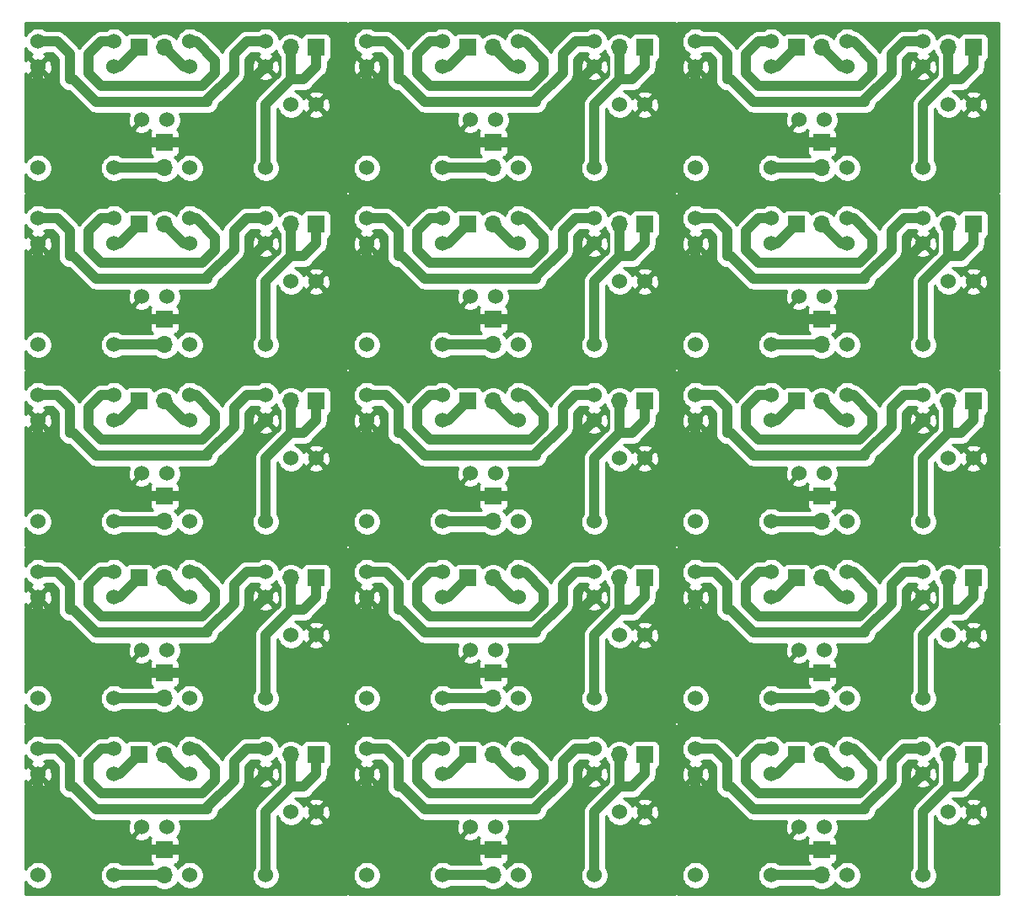
<source format=gtl>
G04 #@! TF.GenerationSoftware,KiCad,Pcbnew,(5.1.6)-1*
G04 #@! TF.CreationDate,2020-06-25T08:21:50+09:00*
G04 #@! TF.ProjectId,XOR___,584f5262-d851-42e6-9b69-6361645f7063,rev?*
G04 #@! TF.SameCoordinates,Original*
G04 #@! TF.FileFunction,Copper,L1,Top*
G04 #@! TF.FilePolarity,Positive*
%FSLAX46Y46*%
G04 Gerber Fmt 4.6, Leading zero omitted, Abs format (unit mm)*
G04 Created by KiCad (PCBNEW (5.1.6)-1) date 2020-06-25 08:21:50*
%MOMM*%
%LPD*%
G01*
G04 APERTURE LIST*
G04 #@! TA.AperFunction,ComponentPad*
%ADD10R,1.700000X1.700000*%
G04 #@! TD*
G04 #@! TA.AperFunction,ComponentPad*
%ADD11O,1.700000X1.700000*%
G04 #@! TD*
G04 #@! TA.AperFunction,ComponentPad*
%ADD12C,1.524000*%
G04 #@! TD*
G04 #@! TA.AperFunction,Conductor*
%ADD13C,1.000000*%
G04 #@! TD*
G04 #@! TA.AperFunction,Conductor*
%ADD14C,0.254000*%
G04 #@! TD*
G04 APERTURE END LIST*
D10*
X138430000Y-107915000D03*
D11*
X135890000Y-107915000D03*
D10*
X105410000Y-107915000D03*
D11*
X102870000Y-107915000D03*
D10*
X72390000Y-107915000D03*
D11*
X69850000Y-107915000D03*
D10*
X138430000Y-90135000D03*
D11*
X135890000Y-90135000D03*
D10*
X105410000Y-90135000D03*
D11*
X102870000Y-90135000D03*
D10*
X72390000Y-90135000D03*
D11*
X69850000Y-90135000D03*
D10*
X138430000Y-72355000D03*
D11*
X135890000Y-72355000D03*
D10*
X105410000Y-72355000D03*
D11*
X102870000Y-72355000D03*
D10*
X72390000Y-72355000D03*
D11*
X69850000Y-72355000D03*
D10*
X138430000Y-54575000D03*
D11*
X135890000Y-54575000D03*
D10*
X105410000Y-54575000D03*
D11*
X102870000Y-54575000D03*
D10*
X72390000Y-54575000D03*
D11*
X69850000Y-54575000D03*
D10*
X138430000Y-36795000D03*
D11*
X135890000Y-36795000D03*
D10*
X105410000Y-36795000D03*
D11*
X102870000Y-36795000D03*
D12*
X133350000Y-120015000D03*
X125730000Y-120015000D03*
X125730000Y-109855000D03*
X133350000Y-109855000D03*
X133350000Y-107315000D03*
X125730000Y-107315000D03*
X100330000Y-120015000D03*
X92710000Y-120015000D03*
X92710000Y-109855000D03*
X100330000Y-109855000D03*
X100330000Y-107315000D03*
X92710000Y-107315000D03*
X67310000Y-120015000D03*
X59690000Y-120015000D03*
X59690000Y-109855000D03*
X67310000Y-109855000D03*
X67310000Y-107315000D03*
X59690000Y-107315000D03*
X133350000Y-102235000D03*
X125730000Y-102235000D03*
X125730000Y-92075000D03*
X133350000Y-92075000D03*
X133350000Y-89535000D03*
X125730000Y-89535000D03*
X100330000Y-102235000D03*
X92710000Y-102235000D03*
X92710000Y-92075000D03*
X100330000Y-92075000D03*
X100330000Y-89535000D03*
X92710000Y-89535000D03*
X67310000Y-102235000D03*
X59690000Y-102235000D03*
X59690000Y-92075000D03*
X67310000Y-92075000D03*
X67310000Y-89535000D03*
X59690000Y-89535000D03*
X133350000Y-84455000D03*
X125730000Y-84455000D03*
X125730000Y-74295000D03*
X133350000Y-74295000D03*
X133350000Y-71755000D03*
X125730000Y-71755000D03*
X100330000Y-84455000D03*
X92710000Y-84455000D03*
X92710000Y-74295000D03*
X100330000Y-74295000D03*
X100330000Y-71755000D03*
X92710000Y-71755000D03*
X67310000Y-84455000D03*
X59690000Y-84455000D03*
X59690000Y-74295000D03*
X67310000Y-74295000D03*
X67310000Y-71755000D03*
X59690000Y-71755000D03*
X133350000Y-66675000D03*
X125730000Y-66675000D03*
X125730000Y-56515000D03*
X133350000Y-56515000D03*
X133350000Y-53975000D03*
X125730000Y-53975000D03*
X100330000Y-66675000D03*
X92710000Y-66675000D03*
X92710000Y-56515000D03*
X100330000Y-56515000D03*
X100330000Y-53975000D03*
X92710000Y-53975000D03*
X67310000Y-66675000D03*
X59690000Y-66675000D03*
X59690000Y-56515000D03*
X67310000Y-56515000D03*
X67310000Y-53975000D03*
X59690000Y-53975000D03*
X133350000Y-48895000D03*
X125730000Y-48895000D03*
X125730000Y-38735000D03*
X133350000Y-38735000D03*
X133350000Y-36195000D03*
X125730000Y-36195000D03*
X100330000Y-48895000D03*
X92710000Y-48895000D03*
X92710000Y-38735000D03*
X100330000Y-38735000D03*
X100330000Y-36195000D03*
X92710000Y-36195000D03*
X110490000Y-107315000D03*
X118110000Y-107315000D03*
X118110000Y-109855000D03*
X110490000Y-109855000D03*
X110490000Y-120015000D03*
X118110000Y-120015000D03*
X77470000Y-107315000D03*
X85090000Y-107315000D03*
X85090000Y-109855000D03*
X77470000Y-109855000D03*
X77470000Y-120015000D03*
X85090000Y-120015000D03*
X44450000Y-107315000D03*
X52070000Y-107315000D03*
X52070000Y-109855000D03*
X44450000Y-109855000D03*
X44450000Y-120015000D03*
X52070000Y-120015000D03*
X110490000Y-89535000D03*
X118110000Y-89535000D03*
X118110000Y-92075000D03*
X110490000Y-92075000D03*
X110490000Y-102235000D03*
X118110000Y-102235000D03*
X77470000Y-89535000D03*
X85090000Y-89535000D03*
X85090000Y-92075000D03*
X77470000Y-92075000D03*
X77470000Y-102235000D03*
X85090000Y-102235000D03*
X44450000Y-89535000D03*
X52070000Y-89535000D03*
X52070000Y-92075000D03*
X44450000Y-92075000D03*
X44450000Y-102235000D03*
X52070000Y-102235000D03*
X110490000Y-71755000D03*
X118110000Y-71755000D03*
X118110000Y-74295000D03*
X110490000Y-74295000D03*
X110490000Y-84455000D03*
X118110000Y-84455000D03*
X77470000Y-71755000D03*
X85090000Y-71755000D03*
X85090000Y-74295000D03*
X77470000Y-74295000D03*
X77470000Y-84455000D03*
X85090000Y-84455000D03*
X44450000Y-71755000D03*
X52070000Y-71755000D03*
X52070000Y-74295000D03*
X44450000Y-74295000D03*
X44450000Y-84455000D03*
X52070000Y-84455000D03*
X110490000Y-53975000D03*
X118110000Y-53975000D03*
X118110000Y-56515000D03*
X110490000Y-56515000D03*
X110490000Y-66675000D03*
X118110000Y-66675000D03*
X77470000Y-53975000D03*
X85090000Y-53975000D03*
X85090000Y-56515000D03*
X77470000Y-56515000D03*
X77470000Y-66675000D03*
X85090000Y-66675000D03*
X44450000Y-53975000D03*
X52070000Y-53975000D03*
X52070000Y-56515000D03*
X44450000Y-56515000D03*
X44450000Y-66675000D03*
X52070000Y-66675000D03*
X110490000Y-36195000D03*
X118110000Y-36195000D03*
X118110000Y-38735000D03*
X110490000Y-38735000D03*
X110490000Y-48895000D03*
X118110000Y-48895000D03*
X77470000Y-36195000D03*
X85090000Y-36195000D03*
X85090000Y-38735000D03*
X77470000Y-38735000D03*
X77470000Y-48895000D03*
X85090000Y-48895000D03*
D11*
X123190000Y-120015000D03*
D10*
X123190000Y-117475000D03*
D11*
X90170000Y-120015000D03*
D10*
X90170000Y-117475000D03*
D11*
X57150000Y-120015000D03*
D10*
X57150000Y-117475000D03*
D11*
X123190000Y-102235000D03*
D10*
X123190000Y-99695000D03*
D11*
X90170000Y-102235000D03*
D10*
X90170000Y-99695000D03*
D11*
X57150000Y-102235000D03*
D10*
X57150000Y-99695000D03*
D11*
X123190000Y-84455000D03*
D10*
X123190000Y-81915000D03*
D11*
X90170000Y-84455000D03*
D10*
X90170000Y-81915000D03*
D11*
X57150000Y-84455000D03*
D10*
X57150000Y-81915000D03*
D11*
X123190000Y-66675000D03*
D10*
X123190000Y-64135000D03*
D11*
X90170000Y-66675000D03*
D10*
X90170000Y-64135000D03*
D11*
X57150000Y-66675000D03*
D10*
X57150000Y-64135000D03*
D11*
X123190000Y-48895000D03*
D10*
X123190000Y-46355000D03*
D11*
X90170000Y-48895000D03*
D10*
X90170000Y-46355000D03*
D12*
X123444000Y-115189000D03*
X120904000Y-115189000D03*
X90424000Y-115189000D03*
X87884000Y-115189000D03*
X57404000Y-115189000D03*
X54864000Y-115189000D03*
X123444000Y-97409000D03*
X120904000Y-97409000D03*
X90424000Y-97409000D03*
X87884000Y-97409000D03*
X57404000Y-97409000D03*
X54864000Y-97409000D03*
X123444000Y-79629000D03*
X120904000Y-79629000D03*
X90424000Y-79629000D03*
X87884000Y-79629000D03*
X57404000Y-79629000D03*
X54864000Y-79629000D03*
X123444000Y-61849000D03*
X120904000Y-61849000D03*
X90424000Y-61849000D03*
X87884000Y-61849000D03*
X57404000Y-61849000D03*
X54864000Y-61849000D03*
X123444000Y-44069000D03*
X120904000Y-44069000D03*
X90424000Y-44069000D03*
X87884000Y-44069000D03*
D11*
X123190000Y-107915000D03*
D10*
X120650000Y-107915000D03*
D11*
X90170000Y-107915000D03*
D10*
X87630000Y-107915000D03*
D11*
X57150000Y-107915000D03*
D10*
X54610000Y-107915000D03*
D11*
X123190000Y-90135000D03*
D10*
X120650000Y-90135000D03*
D11*
X90170000Y-90135000D03*
D10*
X87630000Y-90135000D03*
D11*
X57150000Y-90135000D03*
D10*
X54610000Y-90135000D03*
D11*
X123190000Y-72355000D03*
D10*
X120650000Y-72355000D03*
D11*
X90170000Y-72355000D03*
D10*
X87630000Y-72355000D03*
D11*
X57150000Y-72355000D03*
D10*
X54610000Y-72355000D03*
D11*
X123190000Y-54575000D03*
D10*
X120650000Y-54575000D03*
D11*
X90170000Y-54575000D03*
D10*
X87630000Y-54575000D03*
D11*
X57150000Y-54575000D03*
D10*
X54610000Y-54575000D03*
D11*
X123190000Y-36795000D03*
D10*
X120650000Y-36795000D03*
D11*
X90170000Y-36795000D03*
D10*
X87630000Y-36795000D03*
D12*
X135890000Y-113665000D03*
X138430000Y-113665000D03*
X102870000Y-113665000D03*
X105410000Y-113665000D03*
X69850000Y-113665000D03*
X72390000Y-113665000D03*
X135890000Y-95885000D03*
X138430000Y-95885000D03*
X102870000Y-95885000D03*
X105410000Y-95885000D03*
X69850000Y-95885000D03*
X72390000Y-95885000D03*
X135890000Y-78105000D03*
X138430000Y-78105000D03*
X102870000Y-78105000D03*
X105410000Y-78105000D03*
X69850000Y-78105000D03*
X72390000Y-78105000D03*
X135890000Y-60325000D03*
X138430000Y-60325000D03*
X102870000Y-60325000D03*
X105410000Y-60325000D03*
X69850000Y-60325000D03*
X72390000Y-60325000D03*
X135890000Y-42545000D03*
X138430000Y-42545000D03*
X102870000Y-42545000D03*
X105410000Y-42545000D03*
X54864000Y-44069000D03*
X57404000Y-44069000D03*
X72390000Y-42545000D03*
X69850000Y-42545000D03*
D10*
X54610000Y-36795000D03*
D11*
X57150000Y-36795000D03*
D10*
X57150000Y-46355000D03*
D11*
X57150000Y-48895000D03*
X69850000Y-36795000D03*
D10*
X72390000Y-36795000D03*
D12*
X52070000Y-48895000D03*
X44450000Y-48895000D03*
X44450000Y-38735000D03*
X52070000Y-38735000D03*
X52070000Y-36195000D03*
X44450000Y-36195000D03*
X59690000Y-36195000D03*
X67310000Y-36195000D03*
X67310000Y-38735000D03*
X59690000Y-38735000D03*
X59690000Y-48895000D03*
X67310000Y-48895000D03*
D13*
X44450000Y-38735000D02*
X44450000Y-41275000D01*
X44450000Y-41275000D02*
X49530000Y-46355000D01*
X49530000Y-46355000D02*
X57150000Y-46355000D01*
X59690000Y-46355000D02*
X67310000Y-38735000D01*
X57150000Y-46355000D02*
X59690000Y-46355000D01*
X90170000Y-46355000D02*
X92710000Y-46355000D01*
X123190000Y-46355000D02*
X125730000Y-46355000D01*
X57150000Y-64135000D02*
X59690000Y-64135000D01*
X90170000Y-64135000D02*
X92710000Y-64135000D01*
X123190000Y-64135000D02*
X125730000Y-64135000D01*
X57150000Y-81915000D02*
X59690000Y-81915000D01*
X90170000Y-81915000D02*
X92710000Y-81915000D01*
X123190000Y-81915000D02*
X125730000Y-81915000D01*
X57150000Y-99695000D02*
X59690000Y-99695000D01*
X90170000Y-99695000D02*
X92710000Y-99695000D01*
X123190000Y-99695000D02*
X125730000Y-99695000D01*
X57150000Y-117475000D02*
X59690000Y-117475000D01*
X90170000Y-117475000D02*
X92710000Y-117475000D01*
X123190000Y-117475000D02*
X125730000Y-117475000D01*
X77470000Y-38735000D02*
X77470000Y-41275000D01*
X110490000Y-38735000D02*
X110490000Y-41275000D01*
X44450000Y-56515000D02*
X44450000Y-59055000D01*
X77470000Y-56515000D02*
X77470000Y-59055000D01*
X110490000Y-56515000D02*
X110490000Y-59055000D01*
X44450000Y-74295000D02*
X44450000Y-76835000D01*
X77470000Y-74295000D02*
X77470000Y-76835000D01*
X110490000Y-74295000D02*
X110490000Y-76835000D01*
X44450000Y-92075000D02*
X44450000Y-94615000D01*
X77470000Y-92075000D02*
X77470000Y-94615000D01*
X110490000Y-92075000D02*
X110490000Y-94615000D01*
X44450000Y-109855000D02*
X44450000Y-112395000D01*
X77470000Y-109855000D02*
X77470000Y-112395000D01*
X110490000Y-109855000D02*
X110490000Y-112395000D01*
X92710000Y-46355000D02*
X100330000Y-38735000D01*
X125730000Y-46355000D02*
X133350000Y-38735000D01*
X59690000Y-64135000D02*
X67310000Y-56515000D01*
X92710000Y-64135000D02*
X100330000Y-56515000D01*
X125730000Y-64135000D02*
X133350000Y-56515000D01*
X59690000Y-81915000D02*
X67310000Y-74295000D01*
X92710000Y-81915000D02*
X100330000Y-74295000D01*
X125730000Y-81915000D02*
X133350000Y-74295000D01*
X59690000Y-99695000D02*
X67310000Y-92075000D01*
X92710000Y-99695000D02*
X100330000Y-92075000D01*
X125730000Y-99695000D02*
X133350000Y-92075000D01*
X59690000Y-117475000D02*
X67310000Y-109855000D01*
X92710000Y-117475000D02*
X100330000Y-109855000D01*
X125730000Y-117475000D02*
X133350000Y-109855000D01*
X77470000Y-41275000D02*
X82550000Y-46355000D01*
X110490000Y-41275000D02*
X115570000Y-46355000D01*
X44450000Y-59055000D02*
X49530000Y-64135000D01*
X77470000Y-59055000D02*
X82550000Y-64135000D01*
X110490000Y-59055000D02*
X115570000Y-64135000D01*
X44450000Y-76835000D02*
X49530000Y-81915000D01*
X77470000Y-76835000D02*
X82550000Y-81915000D01*
X110490000Y-76835000D02*
X115570000Y-81915000D01*
X44450000Y-94615000D02*
X49530000Y-99695000D01*
X77470000Y-94615000D02*
X82550000Y-99695000D01*
X110490000Y-94615000D02*
X115570000Y-99695000D01*
X44450000Y-112395000D02*
X49530000Y-117475000D01*
X77470000Y-112395000D02*
X82550000Y-117475000D01*
X110490000Y-112395000D02*
X115570000Y-117475000D01*
X82550000Y-46355000D02*
X90170000Y-46355000D01*
X115570000Y-46355000D02*
X123190000Y-46355000D01*
X49530000Y-64135000D02*
X57150000Y-64135000D01*
X82550000Y-64135000D02*
X90170000Y-64135000D01*
X115570000Y-64135000D02*
X123190000Y-64135000D01*
X49530000Y-81915000D02*
X57150000Y-81915000D01*
X82550000Y-81915000D02*
X90170000Y-81915000D01*
X115570000Y-81915000D02*
X123190000Y-81915000D01*
X49530000Y-99695000D02*
X57150000Y-99695000D01*
X82550000Y-99695000D02*
X90170000Y-99695000D01*
X115570000Y-99695000D02*
X123190000Y-99695000D01*
X49530000Y-117475000D02*
X57150000Y-117475000D01*
X82550000Y-117475000D02*
X90170000Y-117475000D01*
X115570000Y-117475000D02*
X123190000Y-117475000D01*
X52070000Y-48895000D02*
X57150000Y-48895000D01*
X85090000Y-48895000D02*
X90170000Y-48895000D01*
X118110000Y-48895000D02*
X123190000Y-48895000D01*
X52070000Y-66675000D02*
X57150000Y-66675000D01*
X85090000Y-66675000D02*
X90170000Y-66675000D01*
X118110000Y-66675000D02*
X123190000Y-66675000D01*
X52070000Y-84455000D02*
X57150000Y-84455000D01*
X85090000Y-84455000D02*
X90170000Y-84455000D01*
X118110000Y-84455000D02*
X123190000Y-84455000D01*
X52070000Y-102235000D02*
X57150000Y-102235000D01*
X85090000Y-102235000D02*
X90170000Y-102235000D01*
X118110000Y-102235000D02*
X123190000Y-102235000D01*
X52070000Y-120015000D02*
X57150000Y-120015000D01*
X85090000Y-120015000D02*
X90170000Y-120015000D01*
X118110000Y-120015000D02*
X123190000Y-120015000D01*
X67310000Y-48895000D02*
X67310000Y-42545000D01*
X67310000Y-42545000D02*
X69850000Y-40005000D01*
X69850000Y-40005000D02*
X69850000Y-37465000D01*
X69850000Y-37465000D02*
X69850000Y-36795000D01*
X69850000Y-40005000D02*
X71120000Y-40005000D01*
X71120000Y-40005000D02*
X72390000Y-38735000D01*
X72390000Y-38735000D02*
X72390000Y-36795000D01*
X100330000Y-48895000D02*
X100330000Y-42545000D01*
X133350000Y-48895000D02*
X133350000Y-42545000D01*
X67310000Y-66675000D02*
X67310000Y-60325000D01*
X100330000Y-66675000D02*
X100330000Y-60325000D01*
X133350000Y-66675000D02*
X133350000Y-60325000D01*
X67310000Y-84455000D02*
X67310000Y-78105000D01*
X100330000Y-84455000D02*
X100330000Y-78105000D01*
X133350000Y-84455000D02*
X133350000Y-78105000D01*
X67310000Y-102235000D02*
X67310000Y-95885000D01*
X100330000Y-102235000D02*
X100330000Y-95885000D01*
X133350000Y-102235000D02*
X133350000Y-95885000D01*
X67310000Y-120015000D02*
X67310000Y-113665000D01*
X100330000Y-120015000D02*
X100330000Y-113665000D01*
X133350000Y-120015000D02*
X133350000Y-113665000D01*
X102870000Y-40005000D02*
X104140000Y-40005000D01*
X135890000Y-40005000D02*
X137160000Y-40005000D01*
X69850000Y-57785000D02*
X71120000Y-57785000D01*
X102870000Y-57785000D02*
X104140000Y-57785000D01*
X135890000Y-57785000D02*
X137160000Y-57785000D01*
X69850000Y-75565000D02*
X71120000Y-75565000D01*
X102870000Y-75565000D02*
X104140000Y-75565000D01*
X135890000Y-75565000D02*
X137160000Y-75565000D01*
X69850000Y-93345000D02*
X71120000Y-93345000D01*
X102870000Y-93345000D02*
X104140000Y-93345000D01*
X135890000Y-93345000D02*
X137160000Y-93345000D01*
X69850000Y-111125000D02*
X71120000Y-111125000D01*
X102870000Y-111125000D02*
X104140000Y-111125000D01*
X135890000Y-111125000D02*
X137160000Y-111125000D01*
X104140000Y-40005000D02*
X105410000Y-38735000D01*
X137160000Y-40005000D02*
X138430000Y-38735000D01*
X71120000Y-57785000D02*
X72390000Y-56515000D01*
X104140000Y-57785000D02*
X105410000Y-56515000D01*
X137160000Y-57785000D02*
X138430000Y-56515000D01*
X71120000Y-75565000D02*
X72390000Y-74295000D01*
X104140000Y-75565000D02*
X105410000Y-74295000D01*
X137160000Y-75565000D02*
X138430000Y-74295000D01*
X71120000Y-93345000D02*
X72390000Y-92075000D01*
X104140000Y-93345000D02*
X105410000Y-92075000D01*
X137160000Y-93345000D02*
X138430000Y-92075000D01*
X71120000Y-111125000D02*
X72390000Y-109855000D01*
X104140000Y-111125000D02*
X105410000Y-109855000D01*
X137160000Y-111125000D02*
X138430000Y-109855000D01*
X100330000Y-42545000D02*
X102870000Y-40005000D01*
X133350000Y-42545000D02*
X135890000Y-40005000D01*
X67310000Y-60325000D02*
X69850000Y-57785000D01*
X100330000Y-60325000D02*
X102870000Y-57785000D01*
X133350000Y-60325000D02*
X135890000Y-57785000D01*
X67310000Y-78105000D02*
X69850000Y-75565000D01*
X100330000Y-78105000D02*
X102870000Y-75565000D01*
X133350000Y-78105000D02*
X135890000Y-75565000D01*
X67310000Y-95885000D02*
X69850000Y-93345000D01*
X100330000Y-95885000D02*
X102870000Y-93345000D01*
X133350000Y-95885000D02*
X135890000Y-93345000D01*
X67310000Y-113665000D02*
X69850000Y-111125000D01*
X100330000Y-113665000D02*
X102870000Y-111125000D01*
X133350000Y-113665000D02*
X135890000Y-111125000D01*
X102870000Y-40005000D02*
X102870000Y-37465000D01*
X135890000Y-40005000D02*
X135890000Y-37465000D01*
X69850000Y-57785000D02*
X69850000Y-55245000D01*
X102870000Y-57785000D02*
X102870000Y-55245000D01*
X135890000Y-57785000D02*
X135890000Y-55245000D01*
X69850000Y-75565000D02*
X69850000Y-73025000D01*
X102870000Y-75565000D02*
X102870000Y-73025000D01*
X135890000Y-75565000D02*
X135890000Y-73025000D01*
X69850000Y-93345000D02*
X69850000Y-90805000D01*
X102870000Y-93345000D02*
X102870000Y-90805000D01*
X135890000Y-93345000D02*
X135890000Y-90805000D01*
X69850000Y-111125000D02*
X69850000Y-108585000D01*
X102870000Y-111125000D02*
X102870000Y-108585000D01*
X135890000Y-111125000D02*
X135890000Y-108585000D01*
X102870000Y-37465000D02*
X102870000Y-36795000D01*
X135890000Y-37465000D02*
X135890000Y-36795000D01*
X69850000Y-55245000D02*
X69850000Y-54575000D01*
X102870000Y-55245000D02*
X102870000Y-54575000D01*
X135890000Y-55245000D02*
X135890000Y-54575000D01*
X69850000Y-73025000D02*
X69850000Y-72355000D01*
X102870000Y-73025000D02*
X102870000Y-72355000D01*
X135890000Y-73025000D02*
X135890000Y-72355000D01*
X69850000Y-90805000D02*
X69850000Y-90135000D01*
X102870000Y-90805000D02*
X102870000Y-90135000D01*
X135890000Y-90805000D02*
X135890000Y-90135000D01*
X69850000Y-108585000D02*
X69850000Y-107915000D01*
X102870000Y-108585000D02*
X102870000Y-107915000D01*
X135890000Y-108585000D02*
X135890000Y-107915000D01*
X105410000Y-38735000D02*
X105410000Y-36795000D01*
X138430000Y-38735000D02*
X138430000Y-36795000D01*
X72390000Y-56515000D02*
X72390000Y-54575000D01*
X105410000Y-56515000D02*
X105410000Y-54575000D01*
X138430000Y-56515000D02*
X138430000Y-54575000D01*
X72390000Y-74295000D02*
X72390000Y-72355000D01*
X105410000Y-74295000D02*
X105410000Y-72355000D01*
X138430000Y-74295000D02*
X138430000Y-72355000D01*
X72390000Y-92075000D02*
X72390000Y-90135000D01*
X105410000Y-92075000D02*
X105410000Y-90135000D01*
X138430000Y-92075000D02*
X138430000Y-90135000D01*
X72390000Y-109855000D02*
X72390000Y-107915000D01*
X105410000Y-109855000D02*
X105410000Y-107915000D01*
X138430000Y-109855000D02*
X138430000Y-107915000D01*
X52070000Y-36195000D02*
X50800000Y-36195000D01*
X50800000Y-36195000D02*
X49530000Y-37465000D01*
X49530000Y-37465000D02*
X49530000Y-39370000D01*
X49530000Y-39370000D02*
X50800000Y-40640000D01*
X50800000Y-40640000D02*
X60960000Y-40640000D01*
X60960000Y-40640000D02*
X62230000Y-39370000D01*
X62230000Y-39370000D02*
X62230000Y-38100000D01*
X60325000Y-36195000D02*
X59690000Y-36195000D01*
X62230000Y-38100000D02*
X60325000Y-36195000D01*
X82550000Y-39370000D02*
X83820000Y-40640000D01*
X115570000Y-39370000D02*
X116840000Y-40640000D01*
X49530000Y-57150000D02*
X50800000Y-58420000D01*
X82550000Y-57150000D02*
X83820000Y-58420000D01*
X115570000Y-57150000D02*
X116840000Y-58420000D01*
X49530000Y-74930000D02*
X50800000Y-76200000D01*
X82550000Y-74930000D02*
X83820000Y-76200000D01*
X115570000Y-74930000D02*
X116840000Y-76200000D01*
X49530000Y-92710000D02*
X50800000Y-93980000D01*
X82550000Y-92710000D02*
X83820000Y-93980000D01*
X115570000Y-92710000D02*
X116840000Y-93980000D01*
X49530000Y-110490000D02*
X50800000Y-111760000D01*
X82550000Y-110490000D02*
X83820000Y-111760000D01*
X115570000Y-110490000D02*
X116840000Y-111760000D01*
X93980000Y-40640000D02*
X95250000Y-39370000D01*
X127000000Y-40640000D02*
X128270000Y-39370000D01*
X60960000Y-58420000D02*
X62230000Y-57150000D01*
X93980000Y-58420000D02*
X95250000Y-57150000D01*
X127000000Y-58420000D02*
X128270000Y-57150000D01*
X60960000Y-76200000D02*
X62230000Y-74930000D01*
X93980000Y-76200000D02*
X95250000Y-74930000D01*
X127000000Y-76200000D02*
X128270000Y-74930000D01*
X60960000Y-93980000D02*
X62230000Y-92710000D01*
X93980000Y-93980000D02*
X95250000Y-92710000D01*
X127000000Y-93980000D02*
X128270000Y-92710000D01*
X60960000Y-111760000D02*
X62230000Y-110490000D01*
X93980000Y-111760000D02*
X95250000Y-110490000D01*
X127000000Y-111760000D02*
X128270000Y-110490000D01*
X93345000Y-36195000D02*
X92710000Y-36195000D01*
X126365000Y-36195000D02*
X125730000Y-36195000D01*
X60325000Y-53975000D02*
X59690000Y-53975000D01*
X93345000Y-53975000D02*
X92710000Y-53975000D01*
X126365000Y-53975000D02*
X125730000Y-53975000D01*
X60325000Y-71755000D02*
X59690000Y-71755000D01*
X93345000Y-71755000D02*
X92710000Y-71755000D01*
X126365000Y-71755000D02*
X125730000Y-71755000D01*
X60325000Y-89535000D02*
X59690000Y-89535000D01*
X93345000Y-89535000D02*
X92710000Y-89535000D01*
X126365000Y-89535000D02*
X125730000Y-89535000D01*
X60325000Y-107315000D02*
X59690000Y-107315000D01*
X93345000Y-107315000D02*
X92710000Y-107315000D01*
X126365000Y-107315000D02*
X125730000Y-107315000D01*
X95250000Y-38100000D02*
X93345000Y-36195000D01*
X128270000Y-38100000D02*
X126365000Y-36195000D01*
X62230000Y-55880000D02*
X60325000Y-53975000D01*
X95250000Y-55880000D02*
X93345000Y-53975000D01*
X128270000Y-55880000D02*
X126365000Y-53975000D01*
X62230000Y-73660000D02*
X60325000Y-71755000D01*
X95250000Y-73660000D02*
X93345000Y-71755000D01*
X128270000Y-73660000D02*
X126365000Y-71755000D01*
X62230000Y-91440000D02*
X60325000Y-89535000D01*
X95250000Y-91440000D02*
X93345000Y-89535000D01*
X128270000Y-91440000D02*
X126365000Y-89535000D01*
X62230000Y-109220000D02*
X60325000Y-107315000D01*
X95250000Y-109220000D02*
X93345000Y-107315000D01*
X128270000Y-109220000D02*
X126365000Y-107315000D01*
X83820000Y-40640000D02*
X93980000Y-40640000D01*
X116840000Y-40640000D02*
X127000000Y-40640000D01*
X50800000Y-58420000D02*
X60960000Y-58420000D01*
X83820000Y-58420000D02*
X93980000Y-58420000D01*
X116840000Y-58420000D02*
X127000000Y-58420000D01*
X50800000Y-76200000D02*
X60960000Y-76200000D01*
X83820000Y-76200000D02*
X93980000Y-76200000D01*
X116840000Y-76200000D02*
X127000000Y-76200000D01*
X50800000Y-93980000D02*
X60960000Y-93980000D01*
X83820000Y-93980000D02*
X93980000Y-93980000D01*
X116840000Y-93980000D02*
X127000000Y-93980000D01*
X50800000Y-111760000D02*
X60960000Y-111760000D01*
X83820000Y-111760000D02*
X93980000Y-111760000D01*
X116840000Y-111760000D02*
X127000000Y-111760000D01*
X85090000Y-36195000D02*
X83820000Y-36195000D01*
X118110000Y-36195000D02*
X116840000Y-36195000D01*
X52070000Y-53975000D02*
X50800000Y-53975000D01*
X85090000Y-53975000D02*
X83820000Y-53975000D01*
X118110000Y-53975000D02*
X116840000Y-53975000D01*
X52070000Y-71755000D02*
X50800000Y-71755000D01*
X85090000Y-71755000D02*
X83820000Y-71755000D01*
X118110000Y-71755000D02*
X116840000Y-71755000D01*
X52070000Y-89535000D02*
X50800000Y-89535000D01*
X85090000Y-89535000D02*
X83820000Y-89535000D01*
X118110000Y-89535000D02*
X116840000Y-89535000D01*
X52070000Y-107315000D02*
X50800000Y-107315000D01*
X85090000Y-107315000D02*
X83820000Y-107315000D01*
X118110000Y-107315000D02*
X116840000Y-107315000D01*
X82550000Y-37465000D02*
X82550000Y-39370000D01*
X115570000Y-37465000D02*
X115570000Y-39370000D01*
X49530000Y-55245000D02*
X49530000Y-57150000D01*
X82550000Y-55245000D02*
X82550000Y-57150000D01*
X115570000Y-55245000D02*
X115570000Y-57150000D01*
X49530000Y-73025000D02*
X49530000Y-74930000D01*
X82550000Y-73025000D02*
X82550000Y-74930000D01*
X115570000Y-73025000D02*
X115570000Y-74930000D01*
X49530000Y-90805000D02*
X49530000Y-92710000D01*
X82550000Y-90805000D02*
X82550000Y-92710000D01*
X115570000Y-90805000D02*
X115570000Y-92710000D01*
X49530000Y-108585000D02*
X49530000Y-110490000D01*
X82550000Y-108585000D02*
X82550000Y-110490000D01*
X115570000Y-108585000D02*
X115570000Y-110490000D01*
X95250000Y-39370000D02*
X95250000Y-38100000D01*
X128270000Y-39370000D02*
X128270000Y-38100000D01*
X62230000Y-57150000D02*
X62230000Y-55880000D01*
X95250000Y-57150000D02*
X95250000Y-55880000D01*
X128270000Y-57150000D02*
X128270000Y-55880000D01*
X62230000Y-74930000D02*
X62230000Y-73660000D01*
X95250000Y-74930000D02*
X95250000Y-73660000D01*
X128270000Y-74930000D02*
X128270000Y-73660000D01*
X62230000Y-92710000D02*
X62230000Y-91440000D01*
X95250000Y-92710000D02*
X95250000Y-91440000D01*
X128270000Y-92710000D02*
X128270000Y-91440000D01*
X62230000Y-110490000D02*
X62230000Y-109220000D01*
X95250000Y-110490000D02*
X95250000Y-109220000D01*
X128270000Y-110490000D02*
X128270000Y-109220000D01*
X83820000Y-36195000D02*
X82550000Y-37465000D01*
X116840000Y-36195000D02*
X115570000Y-37465000D01*
X50800000Y-53975000D02*
X49530000Y-55245000D01*
X83820000Y-53975000D02*
X82550000Y-55245000D01*
X116840000Y-53975000D02*
X115570000Y-55245000D01*
X50800000Y-71755000D02*
X49530000Y-73025000D01*
X83820000Y-71755000D02*
X82550000Y-73025000D01*
X116840000Y-71755000D02*
X115570000Y-73025000D01*
X50800000Y-89535000D02*
X49530000Y-90805000D01*
X83820000Y-89535000D02*
X82550000Y-90805000D01*
X116840000Y-89535000D02*
X115570000Y-90805000D01*
X50800000Y-107315000D02*
X49530000Y-108585000D01*
X83820000Y-107315000D02*
X82550000Y-108585000D01*
X116840000Y-107315000D02*
X115570000Y-108585000D01*
X64135000Y-39370000D02*
X64135000Y-37465000D01*
X61468000Y-42291000D02*
X61468000Y-42037000D01*
X46355000Y-36195000D02*
X47625000Y-37465000D01*
X64135000Y-37465000D02*
X65405000Y-36195000D01*
X48006000Y-40005000D02*
X50292000Y-42291000D01*
X65405000Y-36195000D02*
X67310000Y-36195000D01*
X44450000Y-36195000D02*
X46355000Y-36195000D01*
X50292000Y-42291000D02*
X61468000Y-42291000D01*
X47625000Y-37465000D02*
X47625000Y-40005000D01*
X61468000Y-42037000D02*
X64135000Y-39370000D01*
X47625000Y-40005000D02*
X48006000Y-40005000D01*
X97155000Y-39370000D02*
X97155000Y-37465000D01*
X130175000Y-39370000D02*
X130175000Y-37465000D01*
X64135000Y-57150000D02*
X64135000Y-55245000D01*
X97155000Y-57150000D02*
X97155000Y-55245000D01*
X130175000Y-57150000D02*
X130175000Y-55245000D01*
X64135000Y-74930000D02*
X64135000Y-73025000D01*
X97155000Y-74930000D02*
X97155000Y-73025000D01*
X130175000Y-74930000D02*
X130175000Y-73025000D01*
X64135000Y-92710000D02*
X64135000Y-90805000D01*
X97155000Y-92710000D02*
X97155000Y-90805000D01*
X130175000Y-92710000D02*
X130175000Y-90805000D01*
X64135000Y-110490000D02*
X64135000Y-108585000D01*
X97155000Y-110490000D02*
X97155000Y-108585000D01*
X130175000Y-110490000D02*
X130175000Y-108585000D01*
X79375000Y-36195000D02*
X80645000Y-37465000D01*
X112395000Y-36195000D02*
X113665000Y-37465000D01*
X46355000Y-53975000D02*
X47625000Y-55245000D01*
X79375000Y-53975000D02*
X80645000Y-55245000D01*
X112395000Y-53975000D02*
X113665000Y-55245000D01*
X46355000Y-71755000D02*
X47625000Y-73025000D01*
X79375000Y-71755000D02*
X80645000Y-73025000D01*
X112395000Y-71755000D02*
X113665000Y-73025000D01*
X46355000Y-89535000D02*
X47625000Y-90805000D01*
X79375000Y-89535000D02*
X80645000Y-90805000D01*
X112395000Y-89535000D02*
X113665000Y-90805000D01*
X46355000Y-107315000D02*
X47625000Y-108585000D01*
X79375000Y-107315000D02*
X80645000Y-108585000D01*
X112395000Y-107315000D02*
X113665000Y-108585000D01*
X98425000Y-36195000D02*
X100330000Y-36195000D01*
X131445000Y-36195000D02*
X133350000Y-36195000D01*
X65405000Y-53975000D02*
X67310000Y-53975000D01*
X98425000Y-53975000D02*
X100330000Y-53975000D01*
X131445000Y-53975000D02*
X133350000Y-53975000D01*
X65405000Y-71755000D02*
X67310000Y-71755000D01*
X98425000Y-71755000D02*
X100330000Y-71755000D01*
X131445000Y-71755000D02*
X133350000Y-71755000D01*
X65405000Y-89535000D02*
X67310000Y-89535000D01*
X98425000Y-89535000D02*
X100330000Y-89535000D01*
X131445000Y-89535000D02*
X133350000Y-89535000D01*
X65405000Y-107315000D02*
X67310000Y-107315000D01*
X98425000Y-107315000D02*
X100330000Y-107315000D01*
X131445000Y-107315000D02*
X133350000Y-107315000D01*
X94488000Y-42291000D02*
X94488000Y-42037000D01*
X127508000Y-42291000D02*
X127508000Y-42037000D01*
X61468000Y-60071000D02*
X61468000Y-59817000D01*
X94488000Y-60071000D02*
X94488000Y-59817000D01*
X127508000Y-60071000D02*
X127508000Y-59817000D01*
X61468000Y-77851000D02*
X61468000Y-77597000D01*
X94488000Y-77851000D02*
X94488000Y-77597000D01*
X127508000Y-77851000D02*
X127508000Y-77597000D01*
X61468000Y-95631000D02*
X61468000Y-95377000D01*
X94488000Y-95631000D02*
X94488000Y-95377000D01*
X127508000Y-95631000D02*
X127508000Y-95377000D01*
X61468000Y-113411000D02*
X61468000Y-113157000D01*
X94488000Y-113411000D02*
X94488000Y-113157000D01*
X127508000Y-113411000D02*
X127508000Y-113157000D01*
X81026000Y-40005000D02*
X83312000Y-42291000D01*
X114046000Y-40005000D02*
X116332000Y-42291000D01*
X48006000Y-57785000D02*
X50292000Y-60071000D01*
X81026000Y-57785000D02*
X83312000Y-60071000D01*
X114046000Y-57785000D02*
X116332000Y-60071000D01*
X48006000Y-75565000D02*
X50292000Y-77851000D01*
X81026000Y-75565000D02*
X83312000Y-77851000D01*
X114046000Y-75565000D02*
X116332000Y-77851000D01*
X48006000Y-93345000D02*
X50292000Y-95631000D01*
X81026000Y-93345000D02*
X83312000Y-95631000D01*
X114046000Y-93345000D02*
X116332000Y-95631000D01*
X48006000Y-111125000D02*
X50292000Y-113411000D01*
X81026000Y-111125000D02*
X83312000Y-113411000D01*
X114046000Y-111125000D02*
X116332000Y-113411000D01*
X97155000Y-37465000D02*
X98425000Y-36195000D01*
X130175000Y-37465000D02*
X131445000Y-36195000D01*
X64135000Y-55245000D02*
X65405000Y-53975000D01*
X97155000Y-55245000D02*
X98425000Y-53975000D01*
X130175000Y-55245000D02*
X131445000Y-53975000D01*
X64135000Y-73025000D02*
X65405000Y-71755000D01*
X97155000Y-73025000D02*
X98425000Y-71755000D01*
X130175000Y-73025000D02*
X131445000Y-71755000D01*
X64135000Y-90805000D02*
X65405000Y-89535000D01*
X97155000Y-90805000D02*
X98425000Y-89535000D01*
X130175000Y-90805000D02*
X131445000Y-89535000D01*
X64135000Y-108585000D02*
X65405000Y-107315000D01*
X97155000Y-108585000D02*
X98425000Y-107315000D01*
X130175000Y-108585000D02*
X131445000Y-107315000D01*
X94488000Y-42037000D02*
X97155000Y-39370000D01*
X127508000Y-42037000D02*
X130175000Y-39370000D01*
X61468000Y-59817000D02*
X64135000Y-57150000D01*
X94488000Y-59817000D02*
X97155000Y-57150000D01*
X127508000Y-59817000D02*
X130175000Y-57150000D01*
X61468000Y-77597000D02*
X64135000Y-74930000D01*
X94488000Y-77597000D02*
X97155000Y-74930000D01*
X127508000Y-77597000D02*
X130175000Y-74930000D01*
X61468000Y-95377000D02*
X64135000Y-92710000D01*
X94488000Y-95377000D02*
X97155000Y-92710000D01*
X127508000Y-95377000D02*
X130175000Y-92710000D01*
X61468000Y-113157000D02*
X64135000Y-110490000D01*
X94488000Y-113157000D02*
X97155000Y-110490000D01*
X127508000Y-113157000D02*
X130175000Y-110490000D01*
X77470000Y-36195000D02*
X79375000Y-36195000D01*
X110490000Y-36195000D02*
X112395000Y-36195000D01*
X44450000Y-53975000D02*
X46355000Y-53975000D01*
X77470000Y-53975000D02*
X79375000Y-53975000D01*
X110490000Y-53975000D02*
X112395000Y-53975000D01*
X44450000Y-71755000D02*
X46355000Y-71755000D01*
X77470000Y-71755000D02*
X79375000Y-71755000D01*
X110490000Y-71755000D02*
X112395000Y-71755000D01*
X44450000Y-89535000D02*
X46355000Y-89535000D01*
X77470000Y-89535000D02*
X79375000Y-89535000D01*
X110490000Y-89535000D02*
X112395000Y-89535000D01*
X44450000Y-107315000D02*
X46355000Y-107315000D01*
X77470000Y-107315000D02*
X79375000Y-107315000D01*
X110490000Y-107315000D02*
X112395000Y-107315000D01*
X80645000Y-37465000D02*
X80645000Y-40005000D01*
X113665000Y-37465000D02*
X113665000Y-40005000D01*
X47625000Y-55245000D02*
X47625000Y-57785000D01*
X80645000Y-55245000D02*
X80645000Y-57785000D01*
X113665000Y-55245000D02*
X113665000Y-57785000D01*
X47625000Y-73025000D02*
X47625000Y-75565000D01*
X80645000Y-73025000D02*
X80645000Y-75565000D01*
X113665000Y-73025000D02*
X113665000Y-75565000D01*
X47625000Y-90805000D02*
X47625000Y-93345000D01*
X80645000Y-90805000D02*
X80645000Y-93345000D01*
X113665000Y-90805000D02*
X113665000Y-93345000D01*
X47625000Y-108585000D02*
X47625000Y-111125000D01*
X80645000Y-108585000D02*
X80645000Y-111125000D01*
X113665000Y-108585000D02*
X113665000Y-111125000D01*
X80645000Y-40005000D02*
X81026000Y-40005000D01*
X113665000Y-40005000D02*
X114046000Y-40005000D01*
X47625000Y-57785000D02*
X48006000Y-57785000D01*
X80645000Y-57785000D02*
X81026000Y-57785000D01*
X113665000Y-57785000D02*
X114046000Y-57785000D01*
X47625000Y-75565000D02*
X48006000Y-75565000D01*
X80645000Y-75565000D02*
X81026000Y-75565000D01*
X113665000Y-75565000D02*
X114046000Y-75565000D01*
X47625000Y-93345000D02*
X48006000Y-93345000D01*
X80645000Y-93345000D02*
X81026000Y-93345000D01*
X113665000Y-93345000D02*
X114046000Y-93345000D01*
X47625000Y-111125000D02*
X48006000Y-111125000D01*
X80645000Y-111125000D02*
X81026000Y-111125000D01*
X113665000Y-111125000D02*
X114046000Y-111125000D01*
X83312000Y-42291000D02*
X94488000Y-42291000D01*
X116332000Y-42291000D02*
X127508000Y-42291000D01*
X50292000Y-60071000D02*
X61468000Y-60071000D01*
X83312000Y-60071000D02*
X94488000Y-60071000D01*
X116332000Y-60071000D02*
X127508000Y-60071000D01*
X50292000Y-77851000D02*
X61468000Y-77851000D01*
X83312000Y-77851000D02*
X94488000Y-77851000D01*
X116332000Y-77851000D02*
X127508000Y-77851000D01*
X50292000Y-95631000D02*
X61468000Y-95631000D01*
X83312000Y-95631000D02*
X94488000Y-95631000D01*
X116332000Y-95631000D02*
X127508000Y-95631000D01*
X50292000Y-113411000D02*
X61468000Y-113411000D01*
X83312000Y-113411000D02*
X94488000Y-113411000D01*
X116332000Y-113411000D02*
X127508000Y-113411000D01*
X52670000Y-38735000D02*
X54610000Y-36795000D01*
X52070000Y-38735000D02*
X52670000Y-38735000D01*
X85090000Y-38735000D02*
X85690000Y-38735000D01*
X118110000Y-38735000D02*
X118710000Y-38735000D01*
X52070000Y-56515000D02*
X52670000Y-56515000D01*
X85090000Y-56515000D02*
X85690000Y-56515000D01*
X118110000Y-56515000D02*
X118710000Y-56515000D01*
X52070000Y-74295000D02*
X52670000Y-74295000D01*
X85090000Y-74295000D02*
X85690000Y-74295000D01*
X118110000Y-74295000D02*
X118710000Y-74295000D01*
X52070000Y-92075000D02*
X52670000Y-92075000D01*
X85090000Y-92075000D02*
X85690000Y-92075000D01*
X118110000Y-92075000D02*
X118710000Y-92075000D01*
X52070000Y-109855000D02*
X52670000Y-109855000D01*
X85090000Y-109855000D02*
X85690000Y-109855000D01*
X118110000Y-109855000D02*
X118710000Y-109855000D01*
X85690000Y-38735000D02*
X87630000Y-36795000D01*
X118710000Y-38735000D02*
X120650000Y-36795000D01*
X52670000Y-56515000D02*
X54610000Y-54575000D01*
X85690000Y-56515000D02*
X87630000Y-54575000D01*
X118710000Y-56515000D02*
X120650000Y-54575000D01*
X52670000Y-74295000D02*
X54610000Y-72355000D01*
X85690000Y-74295000D02*
X87630000Y-72355000D01*
X118710000Y-74295000D02*
X120650000Y-72355000D01*
X52670000Y-92075000D02*
X54610000Y-90135000D01*
X85690000Y-92075000D02*
X87630000Y-90135000D01*
X118710000Y-92075000D02*
X120650000Y-90135000D01*
X52670000Y-109855000D02*
X54610000Y-107915000D01*
X85690000Y-109855000D02*
X87630000Y-107915000D01*
X118710000Y-109855000D02*
X120650000Y-107915000D01*
X59090000Y-38735000D02*
X57150000Y-36795000D01*
X59690000Y-38735000D02*
X59090000Y-38735000D01*
X92710000Y-38735000D02*
X92110000Y-38735000D01*
X125730000Y-38735000D02*
X125130000Y-38735000D01*
X59690000Y-56515000D02*
X59090000Y-56515000D01*
X92710000Y-56515000D02*
X92110000Y-56515000D01*
X125730000Y-56515000D02*
X125130000Y-56515000D01*
X59690000Y-74295000D02*
X59090000Y-74295000D01*
X92710000Y-74295000D02*
X92110000Y-74295000D01*
X125730000Y-74295000D02*
X125130000Y-74295000D01*
X59690000Y-92075000D02*
X59090000Y-92075000D01*
X92710000Y-92075000D02*
X92110000Y-92075000D01*
X125730000Y-92075000D02*
X125130000Y-92075000D01*
X59690000Y-109855000D02*
X59090000Y-109855000D01*
X92710000Y-109855000D02*
X92110000Y-109855000D01*
X125730000Y-109855000D02*
X125130000Y-109855000D01*
X92110000Y-38735000D02*
X90170000Y-36795000D01*
X125130000Y-38735000D02*
X123190000Y-36795000D01*
X59090000Y-56515000D02*
X57150000Y-54575000D01*
X92110000Y-56515000D02*
X90170000Y-54575000D01*
X125130000Y-56515000D02*
X123190000Y-54575000D01*
X59090000Y-74295000D02*
X57150000Y-72355000D01*
X92110000Y-74295000D02*
X90170000Y-72355000D01*
X125130000Y-74295000D02*
X123190000Y-72355000D01*
X59090000Y-92075000D02*
X57150000Y-90135000D01*
X92110000Y-92075000D02*
X90170000Y-90135000D01*
X125130000Y-92075000D02*
X123190000Y-90135000D01*
X59090000Y-109855000D02*
X57150000Y-107915000D01*
X92110000Y-109855000D02*
X90170000Y-107915000D01*
X125130000Y-109855000D02*
X123190000Y-107915000D01*
D14*
G36*
X75438000Y-51308000D02*
G01*
X43205000Y-51308000D01*
X43205000Y-49539840D01*
X43211995Y-49556727D01*
X43364880Y-49785535D01*
X43559465Y-49980120D01*
X43788273Y-50133005D01*
X44042510Y-50238314D01*
X44312408Y-50292000D01*
X44587592Y-50292000D01*
X44857490Y-50238314D01*
X45111727Y-50133005D01*
X45340535Y-49980120D01*
X45535120Y-49785535D01*
X45688005Y-49556727D01*
X45793314Y-49302490D01*
X45847000Y-49032592D01*
X45847000Y-48757408D01*
X50673000Y-48757408D01*
X50673000Y-49032592D01*
X50726686Y-49302490D01*
X50831995Y-49556727D01*
X50984880Y-49785535D01*
X51179465Y-49980120D01*
X51408273Y-50133005D01*
X51662510Y-50238314D01*
X51932408Y-50292000D01*
X52207592Y-50292000D01*
X52477490Y-50238314D01*
X52731727Y-50133005D01*
X52885884Y-50030000D01*
X56184893Y-50030000D01*
X56203368Y-50048475D01*
X56446589Y-50210990D01*
X56716842Y-50322932D01*
X57003740Y-50380000D01*
X57296260Y-50380000D01*
X57583158Y-50322932D01*
X57853411Y-50210990D01*
X58096632Y-50048475D01*
X58303475Y-49841632D01*
X58465990Y-49598411D01*
X58471293Y-49585608D01*
X58604880Y-49785535D01*
X58799465Y-49980120D01*
X59028273Y-50133005D01*
X59282510Y-50238314D01*
X59552408Y-50292000D01*
X59827592Y-50292000D01*
X60097490Y-50238314D01*
X60351727Y-50133005D01*
X60580535Y-49980120D01*
X60775120Y-49785535D01*
X60928005Y-49556727D01*
X61033314Y-49302490D01*
X61087000Y-49032592D01*
X61087000Y-48757408D01*
X61033314Y-48487510D01*
X60928005Y-48233273D01*
X60775120Y-48004465D01*
X60580535Y-47809880D01*
X60351727Y-47656995D01*
X60097490Y-47551686D01*
X59827592Y-47498000D01*
X59552408Y-47498000D01*
X59282510Y-47551686D01*
X59028273Y-47656995D01*
X58799465Y-47809880D01*
X58604880Y-48004465D01*
X58471293Y-48204392D01*
X58465990Y-48191589D01*
X58303475Y-47948368D01*
X58171620Y-47816513D01*
X58244180Y-47794502D01*
X58354494Y-47735537D01*
X58451185Y-47656185D01*
X58530537Y-47559494D01*
X58589502Y-47449180D01*
X58625812Y-47329482D01*
X58638072Y-47205000D01*
X58635000Y-46640750D01*
X58476250Y-46482000D01*
X57277000Y-46482000D01*
X57277000Y-46502000D01*
X57023000Y-46502000D01*
X57023000Y-46482000D01*
X55823750Y-46482000D01*
X55665000Y-46640750D01*
X55661928Y-47205000D01*
X55674188Y-47329482D01*
X55710498Y-47449180D01*
X55769463Y-47559494D01*
X55848815Y-47656185D01*
X55945506Y-47735537D01*
X55991272Y-47760000D01*
X52885884Y-47760000D01*
X52731727Y-47656995D01*
X52477490Y-47551686D01*
X52207592Y-47498000D01*
X51932408Y-47498000D01*
X51662510Y-47551686D01*
X51408273Y-47656995D01*
X51179465Y-47809880D01*
X50984880Y-48004465D01*
X50831995Y-48233273D01*
X50726686Y-48487510D01*
X50673000Y-48757408D01*
X45847000Y-48757408D01*
X45793314Y-48487510D01*
X45688005Y-48233273D01*
X45535120Y-48004465D01*
X45340535Y-47809880D01*
X45111727Y-47656995D01*
X44857490Y-47551686D01*
X44587592Y-47498000D01*
X44312408Y-47498000D01*
X44042510Y-47551686D01*
X43788273Y-47656995D01*
X43559465Y-47809880D01*
X43364880Y-48004465D01*
X43211995Y-48233273D01*
X43205000Y-48250160D01*
X43205000Y-39700565D01*
X43664040Y-39700565D01*
X43731020Y-39940656D01*
X43980048Y-40057756D01*
X44247135Y-40124023D01*
X44522017Y-40136910D01*
X44794133Y-40095922D01*
X45053023Y-40002636D01*
X45168980Y-39940656D01*
X45235960Y-39700565D01*
X44450000Y-38914605D01*
X43664040Y-39700565D01*
X43205000Y-39700565D01*
X43205000Y-39380372D01*
X43244344Y-39453980D01*
X43484435Y-39520960D01*
X44270395Y-38735000D01*
X44629605Y-38735000D01*
X45415565Y-39520960D01*
X45655656Y-39453980D01*
X45772756Y-39204952D01*
X45839023Y-38937865D01*
X45851910Y-38662983D01*
X45810922Y-38390867D01*
X45717636Y-38131977D01*
X45655656Y-38016020D01*
X45415565Y-37949040D01*
X44629605Y-38735000D01*
X44270395Y-38735000D01*
X43484435Y-37949040D01*
X43244344Y-38016020D01*
X43205000Y-38099690D01*
X43205000Y-36839840D01*
X43211995Y-36856727D01*
X43364880Y-37085535D01*
X43559465Y-37280120D01*
X43788273Y-37433005D01*
X43859943Y-37462692D01*
X43846977Y-37467364D01*
X43731020Y-37529344D01*
X43664040Y-37769435D01*
X44450000Y-38555395D01*
X45235960Y-37769435D01*
X45168980Y-37529344D01*
X45033240Y-37465515D01*
X45111727Y-37433005D01*
X45265884Y-37330000D01*
X45884869Y-37330000D01*
X46490000Y-37935132D01*
X46490001Y-39949239D01*
X46484509Y-40005000D01*
X46506423Y-40227499D01*
X46571324Y-40441447D01*
X46676716Y-40638623D01*
X46818551Y-40811449D01*
X46991377Y-40953284D01*
X47188553Y-41058676D01*
X47402501Y-41123577D01*
X47532222Y-41136353D01*
X49450009Y-43054141D01*
X49485551Y-43097449D01*
X49658377Y-43239284D01*
X49855553Y-43344676D01*
X49995036Y-43386988D01*
X50069500Y-43409577D01*
X50090493Y-43411644D01*
X50236248Y-43426000D01*
X50236255Y-43426000D01*
X50291999Y-43431490D01*
X50347743Y-43426000D01*
X53622616Y-43426000D01*
X53541244Y-43599048D01*
X53474977Y-43866135D01*
X53462090Y-44141017D01*
X53503078Y-44413133D01*
X53596364Y-44672023D01*
X53658344Y-44787980D01*
X53898435Y-44854960D01*
X54684395Y-44069000D01*
X54670253Y-44054858D01*
X54849858Y-43875253D01*
X54864000Y-43889395D01*
X54878143Y-43875253D01*
X55057748Y-44054858D01*
X55043605Y-44069000D01*
X55057748Y-44083143D01*
X54878143Y-44262748D01*
X54864000Y-44248605D01*
X54078040Y-45034565D01*
X54145020Y-45274656D01*
X54394048Y-45391756D01*
X54661135Y-45458023D01*
X54936017Y-45470910D01*
X55208133Y-45429922D01*
X55467023Y-45336636D01*
X55582980Y-45274656D01*
X55649959Y-45034567D01*
X55766369Y-45150977D01*
X55781467Y-45135879D01*
X55769463Y-45150506D01*
X55710498Y-45260820D01*
X55674188Y-45380518D01*
X55661928Y-45505000D01*
X55665000Y-46069250D01*
X55823750Y-46228000D01*
X57023000Y-46228000D01*
X57023000Y-46208000D01*
X57277000Y-46208000D01*
X57277000Y-46228000D01*
X58476250Y-46228000D01*
X58635000Y-46069250D01*
X58638072Y-45505000D01*
X58625812Y-45380518D01*
X58589502Y-45260820D01*
X58530537Y-45150506D01*
X58451185Y-45053815D01*
X58420238Y-45028417D01*
X58489120Y-44959535D01*
X58642005Y-44730727D01*
X58747314Y-44476490D01*
X58801000Y-44206592D01*
X58801000Y-43931408D01*
X58747314Y-43661510D01*
X58649762Y-43426000D01*
X61412248Y-43426000D01*
X61468000Y-43431491D01*
X61523751Y-43426000D01*
X61523752Y-43426000D01*
X61690499Y-43409577D01*
X61904447Y-43344676D01*
X62101623Y-43239284D01*
X62274449Y-43097449D01*
X62416284Y-42924623D01*
X62521676Y-42727447D01*
X62582199Y-42527933D01*
X64898146Y-40211987D01*
X64941449Y-40176449D01*
X64976990Y-40133143D01*
X65083284Y-40003623D01*
X65188676Y-39806447D01*
X65220795Y-39700565D01*
X66524040Y-39700565D01*
X66591020Y-39940656D01*
X66840048Y-40057756D01*
X67107135Y-40124023D01*
X67382017Y-40136910D01*
X67654133Y-40095922D01*
X67913023Y-40002636D01*
X68028980Y-39940656D01*
X68095960Y-39700565D01*
X67310000Y-38914605D01*
X66524040Y-39700565D01*
X65220795Y-39700565D01*
X65253577Y-39592499D01*
X65275491Y-39370000D01*
X65270000Y-39314248D01*
X65270000Y-38807017D01*
X65908090Y-38807017D01*
X65949078Y-39079133D01*
X66042364Y-39338023D01*
X66104344Y-39453980D01*
X66344435Y-39520960D01*
X67130395Y-38735000D01*
X67489605Y-38735000D01*
X68275565Y-39520960D01*
X68515656Y-39453980D01*
X68632756Y-39204952D01*
X68699023Y-38937865D01*
X68711910Y-38662983D01*
X68670922Y-38390867D01*
X68577636Y-38131977D01*
X68515656Y-38016020D01*
X68275565Y-37949040D01*
X67489605Y-38735000D01*
X67130395Y-38735000D01*
X66344435Y-37949040D01*
X66104344Y-38016020D01*
X65987244Y-38265048D01*
X65920977Y-38532135D01*
X65908090Y-38807017D01*
X65270000Y-38807017D01*
X65270000Y-37935131D01*
X65875132Y-37330000D01*
X66494116Y-37330000D01*
X66648273Y-37433005D01*
X66719943Y-37462692D01*
X66706977Y-37467364D01*
X66591020Y-37529344D01*
X66524040Y-37769435D01*
X67310000Y-38555395D01*
X68095960Y-37769435D01*
X68028980Y-37529344D01*
X67893240Y-37465515D01*
X67971727Y-37433005D01*
X68200535Y-37280120D01*
X68393934Y-37086721D01*
X68422068Y-37228158D01*
X68534010Y-37498411D01*
X68696525Y-37741632D01*
X68715001Y-37760108D01*
X68715000Y-39534868D01*
X66546860Y-41703009D01*
X66503552Y-41738551D01*
X66361717Y-41911377D01*
X66324370Y-41981249D01*
X66256324Y-42108554D01*
X66191423Y-42322502D01*
X66169509Y-42545000D01*
X66175001Y-42600761D01*
X66175000Y-48079115D01*
X66071995Y-48233273D01*
X65966686Y-48487510D01*
X65913000Y-48757408D01*
X65913000Y-49032592D01*
X65966686Y-49302490D01*
X66071995Y-49556727D01*
X66224880Y-49785535D01*
X66419465Y-49980120D01*
X66648273Y-50133005D01*
X66902510Y-50238314D01*
X67172408Y-50292000D01*
X67447592Y-50292000D01*
X67717490Y-50238314D01*
X67971727Y-50133005D01*
X68200535Y-49980120D01*
X68395120Y-49785535D01*
X68548005Y-49556727D01*
X68653314Y-49302490D01*
X68707000Y-49032592D01*
X68707000Y-48757408D01*
X68653314Y-48487510D01*
X68548005Y-48233273D01*
X68445000Y-48079116D01*
X68445000Y-43015131D01*
X68506966Y-42953165D01*
X68611995Y-43206727D01*
X68764880Y-43435535D01*
X68959465Y-43630120D01*
X69188273Y-43783005D01*
X69442510Y-43888314D01*
X69712408Y-43942000D01*
X69987592Y-43942000D01*
X70257490Y-43888314D01*
X70511727Y-43783005D01*
X70740535Y-43630120D01*
X70860090Y-43510565D01*
X71604040Y-43510565D01*
X71671020Y-43750656D01*
X71920048Y-43867756D01*
X72187135Y-43934023D01*
X72462017Y-43946910D01*
X72734133Y-43905922D01*
X72993023Y-43812636D01*
X73108980Y-43750656D01*
X73175960Y-43510565D01*
X72390000Y-42724605D01*
X71604040Y-43510565D01*
X70860090Y-43510565D01*
X70935120Y-43435535D01*
X71088005Y-43206727D01*
X71117692Y-43135057D01*
X71122364Y-43148023D01*
X71184344Y-43263980D01*
X71424435Y-43330960D01*
X72210395Y-42545000D01*
X72569605Y-42545000D01*
X73355565Y-43330960D01*
X73595656Y-43263980D01*
X73712756Y-43014952D01*
X73779023Y-42747865D01*
X73791910Y-42472983D01*
X73750922Y-42200867D01*
X73657636Y-41941977D01*
X73595656Y-41826020D01*
X73355565Y-41759040D01*
X72569605Y-42545000D01*
X72210395Y-42545000D01*
X71424435Y-41759040D01*
X71184344Y-41826020D01*
X71120515Y-41961760D01*
X71088005Y-41883273D01*
X70935120Y-41654465D01*
X70860090Y-41579435D01*
X71604040Y-41579435D01*
X72390000Y-42365395D01*
X73175960Y-41579435D01*
X73108980Y-41339344D01*
X72859952Y-41222244D01*
X72592865Y-41155977D01*
X72317983Y-41143090D01*
X72045867Y-41184078D01*
X71786977Y-41277364D01*
X71671020Y-41339344D01*
X71604040Y-41579435D01*
X70860090Y-41579435D01*
X70740535Y-41459880D01*
X70511727Y-41306995D01*
X70258166Y-41201966D01*
X70320132Y-41140000D01*
X71064249Y-41140000D01*
X71120000Y-41145491D01*
X71175751Y-41140000D01*
X71175752Y-41140000D01*
X71342499Y-41123577D01*
X71556447Y-41058676D01*
X71753623Y-40953284D01*
X71926449Y-40811449D01*
X71961996Y-40768135D01*
X73153140Y-39576992D01*
X73196449Y-39541449D01*
X73338284Y-39368623D01*
X73443676Y-39171447D01*
X73508577Y-38957499D01*
X73525000Y-38790752D01*
X73525000Y-38790745D01*
X73530490Y-38735001D01*
X73525000Y-38679257D01*
X73525000Y-38212683D01*
X73594494Y-38175537D01*
X73691185Y-38096185D01*
X73770537Y-37999494D01*
X73829502Y-37889180D01*
X73865812Y-37769482D01*
X73878072Y-37645000D01*
X73878072Y-35945000D01*
X73865812Y-35820518D01*
X73829502Y-35700820D01*
X73770537Y-35590506D01*
X73691185Y-35493815D01*
X73594494Y-35414463D01*
X73484180Y-35355498D01*
X73364482Y-35319188D01*
X73240000Y-35306928D01*
X71540000Y-35306928D01*
X71415518Y-35319188D01*
X71295820Y-35355498D01*
X71185506Y-35414463D01*
X71088815Y-35493815D01*
X71009463Y-35590506D01*
X70950498Y-35700820D01*
X70928487Y-35773380D01*
X70796632Y-35641525D01*
X70553411Y-35479010D01*
X70283158Y-35367068D01*
X69996260Y-35310000D01*
X69703740Y-35310000D01*
X69416842Y-35367068D01*
X69146589Y-35479010D01*
X68903368Y-35641525D01*
X68696525Y-35848368D01*
X68672555Y-35884242D01*
X68653314Y-35787510D01*
X68548005Y-35533273D01*
X68395120Y-35304465D01*
X68200535Y-35109880D01*
X67971727Y-34956995D01*
X67717490Y-34851686D01*
X67447592Y-34798000D01*
X67172408Y-34798000D01*
X66902510Y-34851686D01*
X66648273Y-34956995D01*
X66494116Y-35060000D01*
X65460743Y-35060000D01*
X65404999Y-35054510D01*
X65349255Y-35060000D01*
X65349248Y-35060000D01*
X65203493Y-35074356D01*
X65182500Y-35076423D01*
X65132705Y-35091529D01*
X64968553Y-35141324D01*
X64771377Y-35246716D01*
X64598551Y-35388551D01*
X64563008Y-35431860D01*
X63371860Y-36623009D01*
X63328552Y-36658551D01*
X63186717Y-36831377D01*
X63130384Y-36936770D01*
X63081324Y-37028554D01*
X63016423Y-37242502D01*
X63013269Y-37274527D01*
X62993141Y-37258009D01*
X61166996Y-35431865D01*
X61131449Y-35388551D01*
X60958623Y-35246716D01*
X60761447Y-35141324D01*
X60547499Y-35076423D01*
X60527518Y-35074455D01*
X60351727Y-34956995D01*
X60097490Y-34851686D01*
X59827592Y-34798000D01*
X59552408Y-34798000D01*
X59282510Y-34851686D01*
X59028273Y-34956995D01*
X58799465Y-35109880D01*
X58604880Y-35304465D01*
X58451995Y-35533273D01*
X58346686Y-35787510D01*
X58327445Y-35884242D01*
X58303475Y-35848368D01*
X58096632Y-35641525D01*
X57853411Y-35479010D01*
X57583158Y-35367068D01*
X57296260Y-35310000D01*
X57003740Y-35310000D01*
X56716842Y-35367068D01*
X56446589Y-35479010D01*
X56203368Y-35641525D01*
X56071513Y-35773380D01*
X56049502Y-35700820D01*
X55990537Y-35590506D01*
X55911185Y-35493815D01*
X55814494Y-35414463D01*
X55704180Y-35355498D01*
X55584482Y-35319188D01*
X55460000Y-35306928D01*
X53760000Y-35306928D01*
X53635518Y-35319188D01*
X53515820Y-35355498D01*
X53405506Y-35414463D01*
X53308815Y-35493815D01*
X53293836Y-35512067D01*
X53155120Y-35304465D01*
X52960535Y-35109880D01*
X52731727Y-34956995D01*
X52477490Y-34851686D01*
X52207592Y-34798000D01*
X51932408Y-34798000D01*
X51662510Y-34851686D01*
X51408273Y-34956995D01*
X51254116Y-35060000D01*
X50855743Y-35060000D01*
X50799999Y-35054510D01*
X50744255Y-35060000D01*
X50744248Y-35060000D01*
X50598493Y-35074356D01*
X50577500Y-35076423D01*
X50527705Y-35091529D01*
X50363553Y-35141324D01*
X50166377Y-35246716D01*
X49993551Y-35388551D01*
X49958008Y-35431860D01*
X48766865Y-36623004D01*
X48723551Y-36658551D01*
X48581716Y-36831377D01*
X48577500Y-36839265D01*
X48573284Y-36831377D01*
X48431449Y-36658551D01*
X48388140Y-36623008D01*
X47196996Y-35431865D01*
X47161449Y-35388551D01*
X46988623Y-35246716D01*
X46791447Y-35141324D01*
X46577499Y-35076423D01*
X46410752Y-35060000D01*
X46410751Y-35060000D01*
X46355000Y-35054509D01*
X46299249Y-35060000D01*
X45265884Y-35060000D01*
X45111727Y-34956995D01*
X44857490Y-34851686D01*
X44587592Y-34798000D01*
X44312408Y-34798000D01*
X44042510Y-34851686D01*
X43788273Y-34956995D01*
X43559465Y-35109880D01*
X43364880Y-35304465D01*
X43211995Y-35533273D01*
X43205000Y-35550160D01*
X43205000Y-34315000D01*
X75438000Y-34315000D01*
X75438000Y-51308000D01*
G37*
X75438000Y-51308000D02*
X43205000Y-51308000D01*
X43205000Y-49539840D01*
X43211995Y-49556727D01*
X43364880Y-49785535D01*
X43559465Y-49980120D01*
X43788273Y-50133005D01*
X44042510Y-50238314D01*
X44312408Y-50292000D01*
X44587592Y-50292000D01*
X44857490Y-50238314D01*
X45111727Y-50133005D01*
X45340535Y-49980120D01*
X45535120Y-49785535D01*
X45688005Y-49556727D01*
X45793314Y-49302490D01*
X45847000Y-49032592D01*
X45847000Y-48757408D01*
X50673000Y-48757408D01*
X50673000Y-49032592D01*
X50726686Y-49302490D01*
X50831995Y-49556727D01*
X50984880Y-49785535D01*
X51179465Y-49980120D01*
X51408273Y-50133005D01*
X51662510Y-50238314D01*
X51932408Y-50292000D01*
X52207592Y-50292000D01*
X52477490Y-50238314D01*
X52731727Y-50133005D01*
X52885884Y-50030000D01*
X56184893Y-50030000D01*
X56203368Y-50048475D01*
X56446589Y-50210990D01*
X56716842Y-50322932D01*
X57003740Y-50380000D01*
X57296260Y-50380000D01*
X57583158Y-50322932D01*
X57853411Y-50210990D01*
X58096632Y-50048475D01*
X58303475Y-49841632D01*
X58465990Y-49598411D01*
X58471293Y-49585608D01*
X58604880Y-49785535D01*
X58799465Y-49980120D01*
X59028273Y-50133005D01*
X59282510Y-50238314D01*
X59552408Y-50292000D01*
X59827592Y-50292000D01*
X60097490Y-50238314D01*
X60351727Y-50133005D01*
X60580535Y-49980120D01*
X60775120Y-49785535D01*
X60928005Y-49556727D01*
X61033314Y-49302490D01*
X61087000Y-49032592D01*
X61087000Y-48757408D01*
X61033314Y-48487510D01*
X60928005Y-48233273D01*
X60775120Y-48004465D01*
X60580535Y-47809880D01*
X60351727Y-47656995D01*
X60097490Y-47551686D01*
X59827592Y-47498000D01*
X59552408Y-47498000D01*
X59282510Y-47551686D01*
X59028273Y-47656995D01*
X58799465Y-47809880D01*
X58604880Y-48004465D01*
X58471293Y-48204392D01*
X58465990Y-48191589D01*
X58303475Y-47948368D01*
X58171620Y-47816513D01*
X58244180Y-47794502D01*
X58354494Y-47735537D01*
X58451185Y-47656185D01*
X58530537Y-47559494D01*
X58589502Y-47449180D01*
X58625812Y-47329482D01*
X58638072Y-47205000D01*
X58635000Y-46640750D01*
X58476250Y-46482000D01*
X57277000Y-46482000D01*
X57277000Y-46502000D01*
X57023000Y-46502000D01*
X57023000Y-46482000D01*
X55823750Y-46482000D01*
X55665000Y-46640750D01*
X55661928Y-47205000D01*
X55674188Y-47329482D01*
X55710498Y-47449180D01*
X55769463Y-47559494D01*
X55848815Y-47656185D01*
X55945506Y-47735537D01*
X55991272Y-47760000D01*
X52885884Y-47760000D01*
X52731727Y-47656995D01*
X52477490Y-47551686D01*
X52207592Y-47498000D01*
X51932408Y-47498000D01*
X51662510Y-47551686D01*
X51408273Y-47656995D01*
X51179465Y-47809880D01*
X50984880Y-48004465D01*
X50831995Y-48233273D01*
X50726686Y-48487510D01*
X50673000Y-48757408D01*
X45847000Y-48757408D01*
X45793314Y-48487510D01*
X45688005Y-48233273D01*
X45535120Y-48004465D01*
X45340535Y-47809880D01*
X45111727Y-47656995D01*
X44857490Y-47551686D01*
X44587592Y-47498000D01*
X44312408Y-47498000D01*
X44042510Y-47551686D01*
X43788273Y-47656995D01*
X43559465Y-47809880D01*
X43364880Y-48004465D01*
X43211995Y-48233273D01*
X43205000Y-48250160D01*
X43205000Y-39700565D01*
X43664040Y-39700565D01*
X43731020Y-39940656D01*
X43980048Y-40057756D01*
X44247135Y-40124023D01*
X44522017Y-40136910D01*
X44794133Y-40095922D01*
X45053023Y-40002636D01*
X45168980Y-39940656D01*
X45235960Y-39700565D01*
X44450000Y-38914605D01*
X43664040Y-39700565D01*
X43205000Y-39700565D01*
X43205000Y-39380372D01*
X43244344Y-39453980D01*
X43484435Y-39520960D01*
X44270395Y-38735000D01*
X44629605Y-38735000D01*
X45415565Y-39520960D01*
X45655656Y-39453980D01*
X45772756Y-39204952D01*
X45839023Y-38937865D01*
X45851910Y-38662983D01*
X45810922Y-38390867D01*
X45717636Y-38131977D01*
X45655656Y-38016020D01*
X45415565Y-37949040D01*
X44629605Y-38735000D01*
X44270395Y-38735000D01*
X43484435Y-37949040D01*
X43244344Y-38016020D01*
X43205000Y-38099690D01*
X43205000Y-36839840D01*
X43211995Y-36856727D01*
X43364880Y-37085535D01*
X43559465Y-37280120D01*
X43788273Y-37433005D01*
X43859943Y-37462692D01*
X43846977Y-37467364D01*
X43731020Y-37529344D01*
X43664040Y-37769435D01*
X44450000Y-38555395D01*
X45235960Y-37769435D01*
X45168980Y-37529344D01*
X45033240Y-37465515D01*
X45111727Y-37433005D01*
X45265884Y-37330000D01*
X45884869Y-37330000D01*
X46490000Y-37935132D01*
X46490001Y-39949239D01*
X46484509Y-40005000D01*
X46506423Y-40227499D01*
X46571324Y-40441447D01*
X46676716Y-40638623D01*
X46818551Y-40811449D01*
X46991377Y-40953284D01*
X47188553Y-41058676D01*
X47402501Y-41123577D01*
X47532222Y-41136353D01*
X49450009Y-43054141D01*
X49485551Y-43097449D01*
X49658377Y-43239284D01*
X49855553Y-43344676D01*
X49995036Y-43386988D01*
X50069500Y-43409577D01*
X50090493Y-43411644D01*
X50236248Y-43426000D01*
X50236255Y-43426000D01*
X50291999Y-43431490D01*
X50347743Y-43426000D01*
X53622616Y-43426000D01*
X53541244Y-43599048D01*
X53474977Y-43866135D01*
X53462090Y-44141017D01*
X53503078Y-44413133D01*
X53596364Y-44672023D01*
X53658344Y-44787980D01*
X53898435Y-44854960D01*
X54684395Y-44069000D01*
X54670253Y-44054858D01*
X54849858Y-43875253D01*
X54864000Y-43889395D01*
X54878143Y-43875253D01*
X55057748Y-44054858D01*
X55043605Y-44069000D01*
X55057748Y-44083143D01*
X54878143Y-44262748D01*
X54864000Y-44248605D01*
X54078040Y-45034565D01*
X54145020Y-45274656D01*
X54394048Y-45391756D01*
X54661135Y-45458023D01*
X54936017Y-45470910D01*
X55208133Y-45429922D01*
X55467023Y-45336636D01*
X55582980Y-45274656D01*
X55649959Y-45034567D01*
X55766369Y-45150977D01*
X55781467Y-45135879D01*
X55769463Y-45150506D01*
X55710498Y-45260820D01*
X55674188Y-45380518D01*
X55661928Y-45505000D01*
X55665000Y-46069250D01*
X55823750Y-46228000D01*
X57023000Y-46228000D01*
X57023000Y-46208000D01*
X57277000Y-46208000D01*
X57277000Y-46228000D01*
X58476250Y-46228000D01*
X58635000Y-46069250D01*
X58638072Y-45505000D01*
X58625812Y-45380518D01*
X58589502Y-45260820D01*
X58530537Y-45150506D01*
X58451185Y-45053815D01*
X58420238Y-45028417D01*
X58489120Y-44959535D01*
X58642005Y-44730727D01*
X58747314Y-44476490D01*
X58801000Y-44206592D01*
X58801000Y-43931408D01*
X58747314Y-43661510D01*
X58649762Y-43426000D01*
X61412248Y-43426000D01*
X61468000Y-43431491D01*
X61523751Y-43426000D01*
X61523752Y-43426000D01*
X61690499Y-43409577D01*
X61904447Y-43344676D01*
X62101623Y-43239284D01*
X62274449Y-43097449D01*
X62416284Y-42924623D01*
X62521676Y-42727447D01*
X62582199Y-42527933D01*
X64898146Y-40211987D01*
X64941449Y-40176449D01*
X64976990Y-40133143D01*
X65083284Y-40003623D01*
X65188676Y-39806447D01*
X65220795Y-39700565D01*
X66524040Y-39700565D01*
X66591020Y-39940656D01*
X66840048Y-40057756D01*
X67107135Y-40124023D01*
X67382017Y-40136910D01*
X67654133Y-40095922D01*
X67913023Y-40002636D01*
X68028980Y-39940656D01*
X68095960Y-39700565D01*
X67310000Y-38914605D01*
X66524040Y-39700565D01*
X65220795Y-39700565D01*
X65253577Y-39592499D01*
X65275491Y-39370000D01*
X65270000Y-39314248D01*
X65270000Y-38807017D01*
X65908090Y-38807017D01*
X65949078Y-39079133D01*
X66042364Y-39338023D01*
X66104344Y-39453980D01*
X66344435Y-39520960D01*
X67130395Y-38735000D01*
X67489605Y-38735000D01*
X68275565Y-39520960D01*
X68515656Y-39453980D01*
X68632756Y-39204952D01*
X68699023Y-38937865D01*
X68711910Y-38662983D01*
X68670922Y-38390867D01*
X68577636Y-38131977D01*
X68515656Y-38016020D01*
X68275565Y-37949040D01*
X67489605Y-38735000D01*
X67130395Y-38735000D01*
X66344435Y-37949040D01*
X66104344Y-38016020D01*
X65987244Y-38265048D01*
X65920977Y-38532135D01*
X65908090Y-38807017D01*
X65270000Y-38807017D01*
X65270000Y-37935131D01*
X65875132Y-37330000D01*
X66494116Y-37330000D01*
X66648273Y-37433005D01*
X66719943Y-37462692D01*
X66706977Y-37467364D01*
X66591020Y-37529344D01*
X66524040Y-37769435D01*
X67310000Y-38555395D01*
X68095960Y-37769435D01*
X68028980Y-37529344D01*
X67893240Y-37465515D01*
X67971727Y-37433005D01*
X68200535Y-37280120D01*
X68393934Y-37086721D01*
X68422068Y-37228158D01*
X68534010Y-37498411D01*
X68696525Y-37741632D01*
X68715001Y-37760108D01*
X68715000Y-39534868D01*
X66546860Y-41703009D01*
X66503552Y-41738551D01*
X66361717Y-41911377D01*
X66324370Y-41981249D01*
X66256324Y-42108554D01*
X66191423Y-42322502D01*
X66169509Y-42545000D01*
X66175001Y-42600761D01*
X66175000Y-48079115D01*
X66071995Y-48233273D01*
X65966686Y-48487510D01*
X65913000Y-48757408D01*
X65913000Y-49032592D01*
X65966686Y-49302490D01*
X66071995Y-49556727D01*
X66224880Y-49785535D01*
X66419465Y-49980120D01*
X66648273Y-50133005D01*
X66902510Y-50238314D01*
X67172408Y-50292000D01*
X67447592Y-50292000D01*
X67717490Y-50238314D01*
X67971727Y-50133005D01*
X68200535Y-49980120D01*
X68395120Y-49785535D01*
X68548005Y-49556727D01*
X68653314Y-49302490D01*
X68707000Y-49032592D01*
X68707000Y-48757408D01*
X68653314Y-48487510D01*
X68548005Y-48233273D01*
X68445000Y-48079116D01*
X68445000Y-43015131D01*
X68506966Y-42953165D01*
X68611995Y-43206727D01*
X68764880Y-43435535D01*
X68959465Y-43630120D01*
X69188273Y-43783005D01*
X69442510Y-43888314D01*
X69712408Y-43942000D01*
X69987592Y-43942000D01*
X70257490Y-43888314D01*
X70511727Y-43783005D01*
X70740535Y-43630120D01*
X70860090Y-43510565D01*
X71604040Y-43510565D01*
X71671020Y-43750656D01*
X71920048Y-43867756D01*
X72187135Y-43934023D01*
X72462017Y-43946910D01*
X72734133Y-43905922D01*
X72993023Y-43812636D01*
X73108980Y-43750656D01*
X73175960Y-43510565D01*
X72390000Y-42724605D01*
X71604040Y-43510565D01*
X70860090Y-43510565D01*
X70935120Y-43435535D01*
X71088005Y-43206727D01*
X71117692Y-43135057D01*
X71122364Y-43148023D01*
X71184344Y-43263980D01*
X71424435Y-43330960D01*
X72210395Y-42545000D01*
X72569605Y-42545000D01*
X73355565Y-43330960D01*
X73595656Y-43263980D01*
X73712756Y-43014952D01*
X73779023Y-42747865D01*
X73791910Y-42472983D01*
X73750922Y-42200867D01*
X73657636Y-41941977D01*
X73595656Y-41826020D01*
X73355565Y-41759040D01*
X72569605Y-42545000D01*
X72210395Y-42545000D01*
X71424435Y-41759040D01*
X71184344Y-41826020D01*
X71120515Y-41961760D01*
X71088005Y-41883273D01*
X70935120Y-41654465D01*
X70860090Y-41579435D01*
X71604040Y-41579435D01*
X72390000Y-42365395D01*
X73175960Y-41579435D01*
X73108980Y-41339344D01*
X72859952Y-41222244D01*
X72592865Y-41155977D01*
X72317983Y-41143090D01*
X72045867Y-41184078D01*
X71786977Y-41277364D01*
X71671020Y-41339344D01*
X71604040Y-41579435D01*
X70860090Y-41579435D01*
X70740535Y-41459880D01*
X70511727Y-41306995D01*
X70258166Y-41201966D01*
X70320132Y-41140000D01*
X71064249Y-41140000D01*
X71120000Y-41145491D01*
X71175751Y-41140000D01*
X71175752Y-41140000D01*
X71342499Y-41123577D01*
X71556447Y-41058676D01*
X71753623Y-40953284D01*
X71926449Y-40811449D01*
X71961996Y-40768135D01*
X73153140Y-39576992D01*
X73196449Y-39541449D01*
X73338284Y-39368623D01*
X73443676Y-39171447D01*
X73508577Y-38957499D01*
X73525000Y-38790752D01*
X73525000Y-38790745D01*
X73530490Y-38735001D01*
X73525000Y-38679257D01*
X73525000Y-38212683D01*
X73594494Y-38175537D01*
X73691185Y-38096185D01*
X73770537Y-37999494D01*
X73829502Y-37889180D01*
X73865812Y-37769482D01*
X73878072Y-37645000D01*
X73878072Y-35945000D01*
X73865812Y-35820518D01*
X73829502Y-35700820D01*
X73770537Y-35590506D01*
X73691185Y-35493815D01*
X73594494Y-35414463D01*
X73484180Y-35355498D01*
X73364482Y-35319188D01*
X73240000Y-35306928D01*
X71540000Y-35306928D01*
X71415518Y-35319188D01*
X71295820Y-35355498D01*
X71185506Y-35414463D01*
X71088815Y-35493815D01*
X71009463Y-35590506D01*
X70950498Y-35700820D01*
X70928487Y-35773380D01*
X70796632Y-35641525D01*
X70553411Y-35479010D01*
X70283158Y-35367068D01*
X69996260Y-35310000D01*
X69703740Y-35310000D01*
X69416842Y-35367068D01*
X69146589Y-35479010D01*
X68903368Y-35641525D01*
X68696525Y-35848368D01*
X68672555Y-35884242D01*
X68653314Y-35787510D01*
X68548005Y-35533273D01*
X68395120Y-35304465D01*
X68200535Y-35109880D01*
X67971727Y-34956995D01*
X67717490Y-34851686D01*
X67447592Y-34798000D01*
X67172408Y-34798000D01*
X66902510Y-34851686D01*
X66648273Y-34956995D01*
X66494116Y-35060000D01*
X65460743Y-35060000D01*
X65404999Y-35054510D01*
X65349255Y-35060000D01*
X65349248Y-35060000D01*
X65203493Y-35074356D01*
X65182500Y-35076423D01*
X65132705Y-35091529D01*
X64968553Y-35141324D01*
X64771377Y-35246716D01*
X64598551Y-35388551D01*
X64563008Y-35431860D01*
X63371860Y-36623009D01*
X63328552Y-36658551D01*
X63186717Y-36831377D01*
X63130384Y-36936770D01*
X63081324Y-37028554D01*
X63016423Y-37242502D01*
X63013269Y-37274527D01*
X62993141Y-37258009D01*
X61166996Y-35431865D01*
X61131449Y-35388551D01*
X60958623Y-35246716D01*
X60761447Y-35141324D01*
X60547499Y-35076423D01*
X60527518Y-35074455D01*
X60351727Y-34956995D01*
X60097490Y-34851686D01*
X59827592Y-34798000D01*
X59552408Y-34798000D01*
X59282510Y-34851686D01*
X59028273Y-34956995D01*
X58799465Y-35109880D01*
X58604880Y-35304465D01*
X58451995Y-35533273D01*
X58346686Y-35787510D01*
X58327445Y-35884242D01*
X58303475Y-35848368D01*
X58096632Y-35641525D01*
X57853411Y-35479010D01*
X57583158Y-35367068D01*
X57296260Y-35310000D01*
X57003740Y-35310000D01*
X56716842Y-35367068D01*
X56446589Y-35479010D01*
X56203368Y-35641525D01*
X56071513Y-35773380D01*
X56049502Y-35700820D01*
X55990537Y-35590506D01*
X55911185Y-35493815D01*
X55814494Y-35414463D01*
X55704180Y-35355498D01*
X55584482Y-35319188D01*
X55460000Y-35306928D01*
X53760000Y-35306928D01*
X53635518Y-35319188D01*
X53515820Y-35355498D01*
X53405506Y-35414463D01*
X53308815Y-35493815D01*
X53293836Y-35512067D01*
X53155120Y-35304465D01*
X52960535Y-35109880D01*
X52731727Y-34956995D01*
X52477490Y-34851686D01*
X52207592Y-34798000D01*
X51932408Y-34798000D01*
X51662510Y-34851686D01*
X51408273Y-34956995D01*
X51254116Y-35060000D01*
X50855743Y-35060000D01*
X50799999Y-35054510D01*
X50744255Y-35060000D01*
X50744248Y-35060000D01*
X50598493Y-35074356D01*
X50577500Y-35076423D01*
X50527705Y-35091529D01*
X50363553Y-35141324D01*
X50166377Y-35246716D01*
X49993551Y-35388551D01*
X49958008Y-35431860D01*
X48766865Y-36623004D01*
X48723551Y-36658551D01*
X48581716Y-36831377D01*
X48577500Y-36839265D01*
X48573284Y-36831377D01*
X48431449Y-36658551D01*
X48388140Y-36623008D01*
X47196996Y-35431865D01*
X47161449Y-35388551D01*
X46988623Y-35246716D01*
X46791447Y-35141324D01*
X46577499Y-35076423D01*
X46410752Y-35060000D01*
X46410751Y-35060000D01*
X46355000Y-35054509D01*
X46299249Y-35060000D01*
X45265884Y-35060000D01*
X45111727Y-34956995D01*
X44857490Y-34851686D01*
X44587592Y-34798000D01*
X44312408Y-34798000D01*
X44042510Y-34851686D01*
X43788273Y-34956995D01*
X43559465Y-35109880D01*
X43364880Y-35304465D01*
X43211995Y-35533273D01*
X43205000Y-35550160D01*
X43205000Y-34315000D01*
X75438000Y-34315000D01*
X75438000Y-51308000D01*
G36*
X108458000Y-51308000D02*
G01*
X75692000Y-51308000D01*
X75692000Y-48757408D01*
X76073000Y-48757408D01*
X76073000Y-49032592D01*
X76126686Y-49302490D01*
X76231995Y-49556727D01*
X76384880Y-49785535D01*
X76579465Y-49980120D01*
X76808273Y-50133005D01*
X77062510Y-50238314D01*
X77332408Y-50292000D01*
X77607592Y-50292000D01*
X77877490Y-50238314D01*
X78131727Y-50133005D01*
X78360535Y-49980120D01*
X78555120Y-49785535D01*
X78708005Y-49556727D01*
X78813314Y-49302490D01*
X78867000Y-49032592D01*
X78867000Y-48757408D01*
X83693000Y-48757408D01*
X83693000Y-49032592D01*
X83746686Y-49302490D01*
X83851995Y-49556727D01*
X84004880Y-49785535D01*
X84199465Y-49980120D01*
X84428273Y-50133005D01*
X84682510Y-50238314D01*
X84952408Y-50292000D01*
X85227592Y-50292000D01*
X85497490Y-50238314D01*
X85751727Y-50133005D01*
X85905884Y-50030000D01*
X89204893Y-50030000D01*
X89223368Y-50048475D01*
X89466589Y-50210990D01*
X89736842Y-50322932D01*
X90023740Y-50380000D01*
X90316260Y-50380000D01*
X90603158Y-50322932D01*
X90873411Y-50210990D01*
X91116632Y-50048475D01*
X91323475Y-49841632D01*
X91485990Y-49598411D01*
X91491293Y-49585608D01*
X91624880Y-49785535D01*
X91819465Y-49980120D01*
X92048273Y-50133005D01*
X92302510Y-50238314D01*
X92572408Y-50292000D01*
X92847592Y-50292000D01*
X93117490Y-50238314D01*
X93371727Y-50133005D01*
X93600535Y-49980120D01*
X93795120Y-49785535D01*
X93948005Y-49556727D01*
X94053314Y-49302490D01*
X94107000Y-49032592D01*
X94107000Y-48757408D01*
X94053314Y-48487510D01*
X93948005Y-48233273D01*
X93795120Y-48004465D01*
X93600535Y-47809880D01*
X93371727Y-47656995D01*
X93117490Y-47551686D01*
X92847592Y-47498000D01*
X92572408Y-47498000D01*
X92302510Y-47551686D01*
X92048273Y-47656995D01*
X91819465Y-47809880D01*
X91624880Y-48004465D01*
X91491293Y-48204392D01*
X91485990Y-48191589D01*
X91323475Y-47948368D01*
X91191620Y-47816513D01*
X91264180Y-47794502D01*
X91374494Y-47735537D01*
X91471185Y-47656185D01*
X91550537Y-47559494D01*
X91609502Y-47449180D01*
X91645812Y-47329482D01*
X91658072Y-47205000D01*
X91655000Y-46640750D01*
X91496250Y-46482000D01*
X90297000Y-46482000D01*
X90297000Y-46502000D01*
X90043000Y-46502000D01*
X90043000Y-46482000D01*
X88843750Y-46482000D01*
X88685000Y-46640750D01*
X88681928Y-47205000D01*
X88694188Y-47329482D01*
X88730498Y-47449180D01*
X88789463Y-47559494D01*
X88868815Y-47656185D01*
X88965506Y-47735537D01*
X89011272Y-47760000D01*
X85905884Y-47760000D01*
X85751727Y-47656995D01*
X85497490Y-47551686D01*
X85227592Y-47498000D01*
X84952408Y-47498000D01*
X84682510Y-47551686D01*
X84428273Y-47656995D01*
X84199465Y-47809880D01*
X84004880Y-48004465D01*
X83851995Y-48233273D01*
X83746686Y-48487510D01*
X83693000Y-48757408D01*
X78867000Y-48757408D01*
X78813314Y-48487510D01*
X78708005Y-48233273D01*
X78555120Y-48004465D01*
X78360535Y-47809880D01*
X78131727Y-47656995D01*
X77877490Y-47551686D01*
X77607592Y-47498000D01*
X77332408Y-47498000D01*
X77062510Y-47551686D01*
X76808273Y-47656995D01*
X76579465Y-47809880D01*
X76384880Y-48004465D01*
X76231995Y-48233273D01*
X76126686Y-48487510D01*
X76073000Y-48757408D01*
X75692000Y-48757408D01*
X75692000Y-39700565D01*
X76684040Y-39700565D01*
X76751020Y-39940656D01*
X77000048Y-40057756D01*
X77267135Y-40124023D01*
X77542017Y-40136910D01*
X77814133Y-40095922D01*
X78073023Y-40002636D01*
X78188980Y-39940656D01*
X78255960Y-39700565D01*
X77470000Y-38914605D01*
X76684040Y-39700565D01*
X75692000Y-39700565D01*
X75692000Y-38807017D01*
X76068090Y-38807017D01*
X76109078Y-39079133D01*
X76202364Y-39338023D01*
X76264344Y-39453980D01*
X76504435Y-39520960D01*
X77290395Y-38735000D01*
X77649605Y-38735000D01*
X78435565Y-39520960D01*
X78675656Y-39453980D01*
X78792756Y-39204952D01*
X78859023Y-38937865D01*
X78871910Y-38662983D01*
X78830922Y-38390867D01*
X78737636Y-38131977D01*
X78675656Y-38016020D01*
X78435565Y-37949040D01*
X77649605Y-38735000D01*
X77290395Y-38735000D01*
X76504435Y-37949040D01*
X76264344Y-38016020D01*
X76147244Y-38265048D01*
X76080977Y-38532135D01*
X76068090Y-38807017D01*
X75692000Y-38807017D01*
X75692000Y-36057408D01*
X76073000Y-36057408D01*
X76073000Y-36332592D01*
X76126686Y-36602490D01*
X76231995Y-36856727D01*
X76384880Y-37085535D01*
X76579465Y-37280120D01*
X76808273Y-37433005D01*
X76879943Y-37462692D01*
X76866977Y-37467364D01*
X76751020Y-37529344D01*
X76684040Y-37769435D01*
X77470000Y-38555395D01*
X78255960Y-37769435D01*
X78188980Y-37529344D01*
X78053240Y-37465515D01*
X78131727Y-37433005D01*
X78285884Y-37330000D01*
X78904869Y-37330000D01*
X79510000Y-37935132D01*
X79510001Y-39949239D01*
X79504509Y-40005000D01*
X79526423Y-40227499D01*
X79591324Y-40441447D01*
X79696716Y-40638623D01*
X79838551Y-40811449D01*
X80011377Y-40953284D01*
X80208553Y-41058676D01*
X80422501Y-41123577D01*
X80552222Y-41136353D01*
X82470009Y-43054141D01*
X82505551Y-43097449D01*
X82678377Y-43239284D01*
X82875553Y-43344676D01*
X83015036Y-43386988D01*
X83089500Y-43409577D01*
X83110493Y-43411644D01*
X83256248Y-43426000D01*
X83256255Y-43426000D01*
X83311999Y-43431490D01*
X83367743Y-43426000D01*
X86642616Y-43426000D01*
X86561244Y-43599048D01*
X86494977Y-43866135D01*
X86482090Y-44141017D01*
X86523078Y-44413133D01*
X86616364Y-44672023D01*
X86678344Y-44787980D01*
X86918435Y-44854960D01*
X87704395Y-44069000D01*
X87690253Y-44054858D01*
X87869858Y-43875253D01*
X87884000Y-43889395D01*
X87898143Y-43875253D01*
X88077748Y-44054858D01*
X88063605Y-44069000D01*
X88077748Y-44083143D01*
X87898143Y-44262748D01*
X87884000Y-44248605D01*
X87098040Y-45034565D01*
X87165020Y-45274656D01*
X87414048Y-45391756D01*
X87681135Y-45458023D01*
X87956017Y-45470910D01*
X88228133Y-45429922D01*
X88487023Y-45336636D01*
X88602980Y-45274656D01*
X88669959Y-45034567D01*
X88786369Y-45150977D01*
X88801467Y-45135879D01*
X88789463Y-45150506D01*
X88730498Y-45260820D01*
X88694188Y-45380518D01*
X88681928Y-45505000D01*
X88685000Y-46069250D01*
X88843750Y-46228000D01*
X90043000Y-46228000D01*
X90043000Y-46208000D01*
X90297000Y-46208000D01*
X90297000Y-46228000D01*
X91496250Y-46228000D01*
X91655000Y-46069250D01*
X91658072Y-45505000D01*
X91645812Y-45380518D01*
X91609502Y-45260820D01*
X91550537Y-45150506D01*
X91471185Y-45053815D01*
X91440238Y-45028417D01*
X91509120Y-44959535D01*
X91662005Y-44730727D01*
X91767314Y-44476490D01*
X91821000Y-44206592D01*
X91821000Y-43931408D01*
X91767314Y-43661510D01*
X91669762Y-43426000D01*
X94432248Y-43426000D01*
X94488000Y-43431491D01*
X94543751Y-43426000D01*
X94543752Y-43426000D01*
X94710499Y-43409577D01*
X94924447Y-43344676D01*
X95121623Y-43239284D01*
X95294449Y-43097449D01*
X95436284Y-42924623D01*
X95541676Y-42727447D01*
X95602199Y-42527933D01*
X97918146Y-40211987D01*
X97961449Y-40176449D01*
X97996990Y-40133143D01*
X98103284Y-40003623D01*
X98208676Y-39806447D01*
X98240795Y-39700565D01*
X99544040Y-39700565D01*
X99611020Y-39940656D01*
X99860048Y-40057756D01*
X100127135Y-40124023D01*
X100402017Y-40136910D01*
X100674133Y-40095922D01*
X100933023Y-40002636D01*
X101048980Y-39940656D01*
X101115960Y-39700565D01*
X100330000Y-38914605D01*
X99544040Y-39700565D01*
X98240795Y-39700565D01*
X98273577Y-39592499D01*
X98295491Y-39370000D01*
X98290000Y-39314248D01*
X98290000Y-38807017D01*
X98928090Y-38807017D01*
X98969078Y-39079133D01*
X99062364Y-39338023D01*
X99124344Y-39453980D01*
X99364435Y-39520960D01*
X100150395Y-38735000D01*
X100509605Y-38735000D01*
X101295565Y-39520960D01*
X101535656Y-39453980D01*
X101652756Y-39204952D01*
X101719023Y-38937865D01*
X101731910Y-38662983D01*
X101690922Y-38390867D01*
X101597636Y-38131977D01*
X101535656Y-38016020D01*
X101295565Y-37949040D01*
X100509605Y-38735000D01*
X100150395Y-38735000D01*
X99364435Y-37949040D01*
X99124344Y-38016020D01*
X99007244Y-38265048D01*
X98940977Y-38532135D01*
X98928090Y-38807017D01*
X98290000Y-38807017D01*
X98290000Y-37935131D01*
X98895132Y-37330000D01*
X99514116Y-37330000D01*
X99668273Y-37433005D01*
X99739943Y-37462692D01*
X99726977Y-37467364D01*
X99611020Y-37529344D01*
X99544040Y-37769435D01*
X100330000Y-38555395D01*
X101115960Y-37769435D01*
X101048980Y-37529344D01*
X100913240Y-37465515D01*
X100991727Y-37433005D01*
X101220535Y-37280120D01*
X101413934Y-37086721D01*
X101442068Y-37228158D01*
X101554010Y-37498411D01*
X101716525Y-37741632D01*
X101735001Y-37760108D01*
X101735000Y-39534868D01*
X99566860Y-41703009D01*
X99523552Y-41738551D01*
X99381717Y-41911377D01*
X99344370Y-41981249D01*
X99276324Y-42108554D01*
X99211423Y-42322502D01*
X99189509Y-42545000D01*
X99195001Y-42600761D01*
X99195000Y-48079115D01*
X99091995Y-48233273D01*
X98986686Y-48487510D01*
X98933000Y-48757408D01*
X98933000Y-49032592D01*
X98986686Y-49302490D01*
X99091995Y-49556727D01*
X99244880Y-49785535D01*
X99439465Y-49980120D01*
X99668273Y-50133005D01*
X99922510Y-50238314D01*
X100192408Y-50292000D01*
X100467592Y-50292000D01*
X100737490Y-50238314D01*
X100991727Y-50133005D01*
X101220535Y-49980120D01*
X101415120Y-49785535D01*
X101568005Y-49556727D01*
X101673314Y-49302490D01*
X101727000Y-49032592D01*
X101727000Y-48757408D01*
X101673314Y-48487510D01*
X101568005Y-48233273D01*
X101465000Y-48079116D01*
X101465000Y-43015131D01*
X101526966Y-42953165D01*
X101631995Y-43206727D01*
X101784880Y-43435535D01*
X101979465Y-43630120D01*
X102208273Y-43783005D01*
X102462510Y-43888314D01*
X102732408Y-43942000D01*
X103007592Y-43942000D01*
X103277490Y-43888314D01*
X103531727Y-43783005D01*
X103760535Y-43630120D01*
X103880090Y-43510565D01*
X104624040Y-43510565D01*
X104691020Y-43750656D01*
X104940048Y-43867756D01*
X105207135Y-43934023D01*
X105482017Y-43946910D01*
X105754133Y-43905922D01*
X106013023Y-43812636D01*
X106128980Y-43750656D01*
X106195960Y-43510565D01*
X105410000Y-42724605D01*
X104624040Y-43510565D01*
X103880090Y-43510565D01*
X103955120Y-43435535D01*
X104108005Y-43206727D01*
X104137692Y-43135057D01*
X104142364Y-43148023D01*
X104204344Y-43263980D01*
X104444435Y-43330960D01*
X105230395Y-42545000D01*
X105589605Y-42545000D01*
X106375565Y-43330960D01*
X106615656Y-43263980D01*
X106732756Y-43014952D01*
X106799023Y-42747865D01*
X106811910Y-42472983D01*
X106770922Y-42200867D01*
X106677636Y-41941977D01*
X106615656Y-41826020D01*
X106375565Y-41759040D01*
X105589605Y-42545000D01*
X105230395Y-42545000D01*
X104444435Y-41759040D01*
X104204344Y-41826020D01*
X104140515Y-41961760D01*
X104108005Y-41883273D01*
X103955120Y-41654465D01*
X103880090Y-41579435D01*
X104624040Y-41579435D01*
X105410000Y-42365395D01*
X106195960Y-41579435D01*
X106128980Y-41339344D01*
X105879952Y-41222244D01*
X105612865Y-41155977D01*
X105337983Y-41143090D01*
X105065867Y-41184078D01*
X104806977Y-41277364D01*
X104691020Y-41339344D01*
X104624040Y-41579435D01*
X103880090Y-41579435D01*
X103760535Y-41459880D01*
X103531727Y-41306995D01*
X103278166Y-41201966D01*
X103340132Y-41140000D01*
X104084249Y-41140000D01*
X104140000Y-41145491D01*
X104195751Y-41140000D01*
X104195752Y-41140000D01*
X104362499Y-41123577D01*
X104576447Y-41058676D01*
X104773623Y-40953284D01*
X104946449Y-40811449D01*
X104981996Y-40768135D01*
X106173140Y-39576992D01*
X106216449Y-39541449D01*
X106358284Y-39368623D01*
X106463676Y-39171447D01*
X106528577Y-38957499D01*
X106545000Y-38790752D01*
X106545000Y-38790745D01*
X106550490Y-38735001D01*
X106545000Y-38679257D01*
X106545000Y-38212683D01*
X106614494Y-38175537D01*
X106711185Y-38096185D01*
X106790537Y-37999494D01*
X106849502Y-37889180D01*
X106885812Y-37769482D01*
X106898072Y-37645000D01*
X106898072Y-35945000D01*
X106885812Y-35820518D01*
X106849502Y-35700820D01*
X106790537Y-35590506D01*
X106711185Y-35493815D01*
X106614494Y-35414463D01*
X106504180Y-35355498D01*
X106384482Y-35319188D01*
X106260000Y-35306928D01*
X104560000Y-35306928D01*
X104435518Y-35319188D01*
X104315820Y-35355498D01*
X104205506Y-35414463D01*
X104108815Y-35493815D01*
X104029463Y-35590506D01*
X103970498Y-35700820D01*
X103948487Y-35773380D01*
X103816632Y-35641525D01*
X103573411Y-35479010D01*
X103303158Y-35367068D01*
X103016260Y-35310000D01*
X102723740Y-35310000D01*
X102436842Y-35367068D01*
X102166589Y-35479010D01*
X101923368Y-35641525D01*
X101716525Y-35848368D01*
X101692555Y-35884242D01*
X101673314Y-35787510D01*
X101568005Y-35533273D01*
X101415120Y-35304465D01*
X101220535Y-35109880D01*
X100991727Y-34956995D01*
X100737490Y-34851686D01*
X100467592Y-34798000D01*
X100192408Y-34798000D01*
X99922510Y-34851686D01*
X99668273Y-34956995D01*
X99514116Y-35060000D01*
X98480743Y-35060000D01*
X98424999Y-35054510D01*
X98369255Y-35060000D01*
X98369248Y-35060000D01*
X98223493Y-35074356D01*
X98202500Y-35076423D01*
X98152705Y-35091529D01*
X97988553Y-35141324D01*
X97791377Y-35246716D01*
X97618551Y-35388551D01*
X97583008Y-35431860D01*
X96391860Y-36623009D01*
X96348552Y-36658551D01*
X96206717Y-36831377D01*
X96150384Y-36936770D01*
X96101324Y-37028554D01*
X96036423Y-37242502D01*
X96033269Y-37274527D01*
X96013141Y-37258009D01*
X94186996Y-35431865D01*
X94151449Y-35388551D01*
X93978623Y-35246716D01*
X93781447Y-35141324D01*
X93567499Y-35076423D01*
X93547518Y-35074455D01*
X93371727Y-34956995D01*
X93117490Y-34851686D01*
X92847592Y-34798000D01*
X92572408Y-34798000D01*
X92302510Y-34851686D01*
X92048273Y-34956995D01*
X91819465Y-35109880D01*
X91624880Y-35304465D01*
X91471995Y-35533273D01*
X91366686Y-35787510D01*
X91347445Y-35884242D01*
X91323475Y-35848368D01*
X91116632Y-35641525D01*
X90873411Y-35479010D01*
X90603158Y-35367068D01*
X90316260Y-35310000D01*
X90023740Y-35310000D01*
X89736842Y-35367068D01*
X89466589Y-35479010D01*
X89223368Y-35641525D01*
X89091513Y-35773380D01*
X89069502Y-35700820D01*
X89010537Y-35590506D01*
X88931185Y-35493815D01*
X88834494Y-35414463D01*
X88724180Y-35355498D01*
X88604482Y-35319188D01*
X88480000Y-35306928D01*
X86780000Y-35306928D01*
X86655518Y-35319188D01*
X86535820Y-35355498D01*
X86425506Y-35414463D01*
X86328815Y-35493815D01*
X86313836Y-35512067D01*
X86175120Y-35304465D01*
X85980535Y-35109880D01*
X85751727Y-34956995D01*
X85497490Y-34851686D01*
X85227592Y-34798000D01*
X84952408Y-34798000D01*
X84682510Y-34851686D01*
X84428273Y-34956995D01*
X84274116Y-35060000D01*
X83875743Y-35060000D01*
X83819999Y-35054510D01*
X83764255Y-35060000D01*
X83764248Y-35060000D01*
X83618493Y-35074356D01*
X83597500Y-35076423D01*
X83547705Y-35091529D01*
X83383553Y-35141324D01*
X83186377Y-35246716D01*
X83013551Y-35388551D01*
X82978008Y-35431860D01*
X81786865Y-36623004D01*
X81743551Y-36658551D01*
X81601716Y-36831377D01*
X81597500Y-36839265D01*
X81593284Y-36831377D01*
X81451449Y-36658551D01*
X81408140Y-36623008D01*
X80216996Y-35431865D01*
X80181449Y-35388551D01*
X80008623Y-35246716D01*
X79811447Y-35141324D01*
X79597499Y-35076423D01*
X79430752Y-35060000D01*
X79430751Y-35060000D01*
X79375000Y-35054509D01*
X79319249Y-35060000D01*
X78285884Y-35060000D01*
X78131727Y-34956995D01*
X77877490Y-34851686D01*
X77607592Y-34798000D01*
X77332408Y-34798000D01*
X77062510Y-34851686D01*
X76808273Y-34956995D01*
X76579465Y-35109880D01*
X76384880Y-35304465D01*
X76231995Y-35533273D01*
X76126686Y-35787510D01*
X76073000Y-36057408D01*
X75692000Y-36057408D01*
X75692000Y-34315000D01*
X108458000Y-34315000D01*
X108458000Y-51308000D01*
G37*
X108458000Y-51308000D02*
X75692000Y-51308000D01*
X75692000Y-48757408D01*
X76073000Y-48757408D01*
X76073000Y-49032592D01*
X76126686Y-49302490D01*
X76231995Y-49556727D01*
X76384880Y-49785535D01*
X76579465Y-49980120D01*
X76808273Y-50133005D01*
X77062510Y-50238314D01*
X77332408Y-50292000D01*
X77607592Y-50292000D01*
X77877490Y-50238314D01*
X78131727Y-50133005D01*
X78360535Y-49980120D01*
X78555120Y-49785535D01*
X78708005Y-49556727D01*
X78813314Y-49302490D01*
X78867000Y-49032592D01*
X78867000Y-48757408D01*
X83693000Y-48757408D01*
X83693000Y-49032592D01*
X83746686Y-49302490D01*
X83851995Y-49556727D01*
X84004880Y-49785535D01*
X84199465Y-49980120D01*
X84428273Y-50133005D01*
X84682510Y-50238314D01*
X84952408Y-50292000D01*
X85227592Y-50292000D01*
X85497490Y-50238314D01*
X85751727Y-50133005D01*
X85905884Y-50030000D01*
X89204893Y-50030000D01*
X89223368Y-50048475D01*
X89466589Y-50210990D01*
X89736842Y-50322932D01*
X90023740Y-50380000D01*
X90316260Y-50380000D01*
X90603158Y-50322932D01*
X90873411Y-50210990D01*
X91116632Y-50048475D01*
X91323475Y-49841632D01*
X91485990Y-49598411D01*
X91491293Y-49585608D01*
X91624880Y-49785535D01*
X91819465Y-49980120D01*
X92048273Y-50133005D01*
X92302510Y-50238314D01*
X92572408Y-50292000D01*
X92847592Y-50292000D01*
X93117490Y-50238314D01*
X93371727Y-50133005D01*
X93600535Y-49980120D01*
X93795120Y-49785535D01*
X93948005Y-49556727D01*
X94053314Y-49302490D01*
X94107000Y-49032592D01*
X94107000Y-48757408D01*
X94053314Y-48487510D01*
X93948005Y-48233273D01*
X93795120Y-48004465D01*
X93600535Y-47809880D01*
X93371727Y-47656995D01*
X93117490Y-47551686D01*
X92847592Y-47498000D01*
X92572408Y-47498000D01*
X92302510Y-47551686D01*
X92048273Y-47656995D01*
X91819465Y-47809880D01*
X91624880Y-48004465D01*
X91491293Y-48204392D01*
X91485990Y-48191589D01*
X91323475Y-47948368D01*
X91191620Y-47816513D01*
X91264180Y-47794502D01*
X91374494Y-47735537D01*
X91471185Y-47656185D01*
X91550537Y-47559494D01*
X91609502Y-47449180D01*
X91645812Y-47329482D01*
X91658072Y-47205000D01*
X91655000Y-46640750D01*
X91496250Y-46482000D01*
X90297000Y-46482000D01*
X90297000Y-46502000D01*
X90043000Y-46502000D01*
X90043000Y-46482000D01*
X88843750Y-46482000D01*
X88685000Y-46640750D01*
X88681928Y-47205000D01*
X88694188Y-47329482D01*
X88730498Y-47449180D01*
X88789463Y-47559494D01*
X88868815Y-47656185D01*
X88965506Y-47735537D01*
X89011272Y-47760000D01*
X85905884Y-47760000D01*
X85751727Y-47656995D01*
X85497490Y-47551686D01*
X85227592Y-47498000D01*
X84952408Y-47498000D01*
X84682510Y-47551686D01*
X84428273Y-47656995D01*
X84199465Y-47809880D01*
X84004880Y-48004465D01*
X83851995Y-48233273D01*
X83746686Y-48487510D01*
X83693000Y-48757408D01*
X78867000Y-48757408D01*
X78813314Y-48487510D01*
X78708005Y-48233273D01*
X78555120Y-48004465D01*
X78360535Y-47809880D01*
X78131727Y-47656995D01*
X77877490Y-47551686D01*
X77607592Y-47498000D01*
X77332408Y-47498000D01*
X77062510Y-47551686D01*
X76808273Y-47656995D01*
X76579465Y-47809880D01*
X76384880Y-48004465D01*
X76231995Y-48233273D01*
X76126686Y-48487510D01*
X76073000Y-48757408D01*
X75692000Y-48757408D01*
X75692000Y-39700565D01*
X76684040Y-39700565D01*
X76751020Y-39940656D01*
X77000048Y-40057756D01*
X77267135Y-40124023D01*
X77542017Y-40136910D01*
X77814133Y-40095922D01*
X78073023Y-40002636D01*
X78188980Y-39940656D01*
X78255960Y-39700565D01*
X77470000Y-38914605D01*
X76684040Y-39700565D01*
X75692000Y-39700565D01*
X75692000Y-38807017D01*
X76068090Y-38807017D01*
X76109078Y-39079133D01*
X76202364Y-39338023D01*
X76264344Y-39453980D01*
X76504435Y-39520960D01*
X77290395Y-38735000D01*
X77649605Y-38735000D01*
X78435565Y-39520960D01*
X78675656Y-39453980D01*
X78792756Y-39204952D01*
X78859023Y-38937865D01*
X78871910Y-38662983D01*
X78830922Y-38390867D01*
X78737636Y-38131977D01*
X78675656Y-38016020D01*
X78435565Y-37949040D01*
X77649605Y-38735000D01*
X77290395Y-38735000D01*
X76504435Y-37949040D01*
X76264344Y-38016020D01*
X76147244Y-38265048D01*
X76080977Y-38532135D01*
X76068090Y-38807017D01*
X75692000Y-38807017D01*
X75692000Y-36057408D01*
X76073000Y-36057408D01*
X76073000Y-36332592D01*
X76126686Y-36602490D01*
X76231995Y-36856727D01*
X76384880Y-37085535D01*
X76579465Y-37280120D01*
X76808273Y-37433005D01*
X76879943Y-37462692D01*
X76866977Y-37467364D01*
X76751020Y-37529344D01*
X76684040Y-37769435D01*
X77470000Y-38555395D01*
X78255960Y-37769435D01*
X78188980Y-37529344D01*
X78053240Y-37465515D01*
X78131727Y-37433005D01*
X78285884Y-37330000D01*
X78904869Y-37330000D01*
X79510000Y-37935132D01*
X79510001Y-39949239D01*
X79504509Y-40005000D01*
X79526423Y-40227499D01*
X79591324Y-40441447D01*
X79696716Y-40638623D01*
X79838551Y-40811449D01*
X80011377Y-40953284D01*
X80208553Y-41058676D01*
X80422501Y-41123577D01*
X80552222Y-41136353D01*
X82470009Y-43054141D01*
X82505551Y-43097449D01*
X82678377Y-43239284D01*
X82875553Y-43344676D01*
X83015036Y-43386988D01*
X83089500Y-43409577D01*
X83110493Y-43411644D01*
X83256248Y-43426000D01*
X83256255Y-43426000D01*
X83311999Y-43431490D01*
X83367743Y-43426000D01*
X86642616Y-43426000D01*
X86561244Y-43599048D01*
X86494977Y-43866135D01*
X86482090Y-44141017D01*
X86523078Y-44413133D01*
X86616364Y-44672023D01*
X86678344Y-44787980D01*
X86918435Y-44854960D01*
X87704395Y-44069000D01*
X87690253Y-44054858D01*
X87869858Y-43875253D01*
X87884000Y-43889395D01*
X87898143Y-43875253D01*
X88077748Y-44054858D01*
X88063605Y-44069000D01*
X88077748Y-44083143D01*
X87898143Y-44262748D01*
X87884000Y-44248605D01*
X87098040Y-45034565D01*
X87165020Y-45274656D01*
X87414048Y-45391756D01*
X87681135Y-45458023D01*
X87956017Y-45470910D01*
X88228133Y-45429922D01*
X88487023Y-45336636D01*
X88602980Y-45274656D01*
X88669959Y-45034567D01*
X88786369Y-45150977D01*
X88801467Y-45135879D01*
X88789463Y-45150506D01*
X88730498Y-45260820D01*
X88694188Y-45380518D01*
X88681928Y-45505000D01*
X88685000Y-46069250D01*
X88843750Y-46228000D01*
X90043000Y-46228000D01*
X90043000Y-46208000D01*
X90297000Y-46208000D01*
X90297000Y-46228000D01*
X91496250Y-46228000D01*
X91655000Y-46069250D01*
X91658072Y-45505000D01*
X91645812Y-45380518D01*
X91609502Y-45260820D01*
X91550537Y-45150506D01*
X91471185Y-45053815D01*
X91440238Y-45028417D01*
X91509120Y-44959535D01*
X91662005Y-44730727D01*
X91767314Y-44476490D01*
X91821000Y-44206592D01*
X91821000Y-43931408D01*
X91767314Y-43661510D01*
X91669762Y-43426000D01*
X94432248Y-43426000D01*
X94488000Y-43431491D01*
X94543751Y-43426000D01*
X94543752Y-43426000D01*
X94710499Y-43409577D01*
X94924447Y-43344676D01*
X95121623Y-43239284D01*
X95294449Y-43097449D01*
X95436284Y-42924623D01*
X95541676Y-42727447D01*
X95602199Y-42527933D01*
X97918146Y-40211987D01*
X97961449Y-40176449D01*
X97996990Y-40133143D01*
X98103284Y-40003623D01*
X98208676Y-39806447D01*
X98240795Y-39700565D01*
X99544040Y-39700565D01*
X99611020Y-39940656D01*
X99860048Y-40057756D01*
X100127135Y-40124023D01*
X100402017Y-40136910D01*
X100674133Y-40095922D01*
X100933023Y-40002636D01*
X101048980Y-39940656D01*
X101115960Y-39700565D01*
X100330000Y-38914605D01*
X99544040Y-39700565D01*
X98240795Y-39700565D01*
X98273577Y-39592499D01*
X98295491Y-39370000D01*
X98290000Y-39314248D01*
X98290000Y-38807017D01*
X98928090Y-38807017D01*
X98969078Y-39079133D01*
X99062364Y-39338023D01*
X99124344Y-39453980D01*
X99364435Y-39520960D01*
X100150395Y-38735000D01*
X100509605Y-38735000D01*
X101295565Y-39520960D01*
X101535656Y-39453980D01*
X101652756Y-39204952D01*
X101719023Y-38937865D01*
X101731910Y-38662983D01*
X101690922Y-38390867D01*
X101597636Y-38131977D01*
X101535656Y-38016020D01*
X101295565Y-37949040D01*
X100509605Y-38735000D01*
X100150395Y-38735000D01*
X99364435Y-37949040D01*
X99124344Y-38016020D01*
X99007244Y-38265048D01*
X98940977Y-38532135D01*
X98928090Y-38807017D01*
X98290000Y-38807017D01*
X98290000Y-37935131D01*
X98895132Y-37330000D01*
X99514116Y-37330000D01*
X99668273Y-37433005D01*
X99739943Y-37462692D01*
X99726977Y-37467364D01*
X99611020Y-37529344D01*
X99544040Y-37769435D01*
X100330000Y-38555395D01*
X101115960Y-37769435D01*
X101048980Y-37529344D01*
X100913240Y-37465515D01*
X100991727Y-37433005D01*
X101220535Y-37280120D01*
X101413934Y-37086721D01*
X101442068Y-37228158D01*
X101554010Y-37498411D01*
X101716525Y-37741632D01*
X101735001Y-37760108D01*
X101735000Y-39534868D01*
X99566860Y-41703009D01*
X99523552Y-41738551D01*
X99381717Y-41911377D01*
X99344370Y-41981249D01*
X99276324Y-42108554D01*
X99211423Y-42322502D01*
X99189509Y-42545000D01*
X99195001Y-42600761D01*
X99195000Y-48079115D01*
X99091995Y-48233273D01*
X98986686Y-48487510D01*
X98933000Y-48757408D01*
X98933000Y-49032592D01*
X98986686Y-49302490D01*
X99091995Y-49556727D01*
X99244880Y-49785535D01*
X99439465Y-49980120D01*
X99668273Y-50133005D01*
X99922510Y-50238314D01*
X100192408Y-50292000D01*
X100467592Y-50292000D01*
X100737490Y-50238314D01*
X100991727Y-50133005D01*
X101220535Y-49980120D01*
X101415120Y-49785535D01*
X101568005Y-49556727D01*
X101673314Y-49302490D01*
X101727000Y-49032592D01*
X101727000Y-48757408D01*
X101673314Y-48487510D01*
X101568005Y-48233273D01*
X101465000Y-48079116D01*
X101465000Y-43015131D01*
X101526966Y-42953165D01*
X101631995Y-43206727D01*
X101784880Y-43435535D01*
X101979465Y-43630120D01*
X102208273Y-43783005D01*
X102462510Y-43888314D01*
X102732408Y-43942000D01*
X103007592Y-43942000D01*
X103277490Y-43888314D01*
X103531727Y-43783005D01*
X103760535Y-43630120D01*
X103880090Y-43510565D01*
X104624040Y-43510565D01*
X104691020Y-43750656D01*
X104940048Y-43867756D01*
X105207135Y-43934023D01*
X105482017Y-43946910D01*
X105754133Y-43905922D01*
X106013023Y-43812636D01*
X106128980Y-43750656D01*
X106195960Y-43510565D01*
X105410000Y-42724605D01*
X104624040Y-43510565D01*
X103880090Y-43510565D01*
X103955120Y-43435535D01*
X104108005Y-43206727D01*
X104137692Y-43135057D01*
X104142364Y-43148023D01*
X104204344Y-43263980D01*
X104444435Y-43330960D01*
X105230395Y-42545000D01*
X105589605Y-42545000D01*
X106375565Y-43330960D01*
X106615656Y-43263980D01*
X106732756Y-43014952D01*
X106799023Y-42747865D01*
X106811910Y-42472983D01*
X106770922Y-42200867D01*
X106677636Y-41941977D01*
X106615656Y-41826020D01*
X106375565Y-41759040D01*
X105589605Y-42545000D01*
X105230395Y-42545000D01*
X104444435Y-41759040D01*
X104204344Y-41826020D01*
X104140515Y-41961760D01*
X104108005Y-41883273D01*
X103955120Y-41654465D01*
X103880090Y-41579435D01*
X104624040Y-41579435D01*
X105410000Y-42365395D01*
X106195960Y-41579435D01*
X106128980Y-41339344D01*
X105879952Y-41222244D01*
X105612865Y-41155977D01*
X105337983Y-41143090D01*
X105065867Y-41184078D01*
X104806977Y-41277364D01*
X104691020Y-41339344D01*
X104624040Y-41579435D01*
X103880090Y-41579435D01*
X103760535Y-41459880D01*
X103531727Y-41306995D01*
X103278166Y-41201966D01*
X103340132Y-41140000D01*
X104084249Y-41140000D01*
X104140000Y-41145491D01*
X104195751Y-41140000D01*
X104195752Y-41140000D01*
X104362499Y-41123577D01*
X104576447Y-41058676D01*
X104773623Y-40953284D01*
X104946449Y-40811449D01*
X104981996Y-40768135D01*
X106173140Y-39576992D01*
X106216449Y-39541449D01*
X106358284Y-39368623D01*
X106463676Y-39171447D01*
X106528577Y-38957499D01*
X106545000Y-38790752D01*
X106545000Y-38790745D01*
X106550490Y-38735001D01*
X106545000Y-38679257D01*
X106545000Y-38212683D01*
X106614494Y-38175537D01*
X106711185Y-38096185D01*
X106790537Y-37999494D01*
X106849502Y-37889180D01*
X106885812Y-37769482D01*
X106898072Y-37645000D01*
X106898072Y-35945000D01*
X106885812Y-35820518D01*
X106849502Y-35700820D01*
X106790537Y-35590506D01*
X106711185Y-35493815D01*
X106614494Y-35414463D01*
X106504180Y-35355498D01*
X106384482Y-35319188D01*
X106260000Y-35306928D01*
X104560000Y-35306928D01*
X104435518Y-35319188D01*
X104315820Y-35355498D01*
X104205506Y-35414463D01*
X104108815Y-35493815D01*
X104029463Y-35590506D01*
X103970498Y-35700820D01*
X103948487Y-35773380D01*
X103816632Y-35641525D01*
X103573411Y-35479010D01*
X103303158Y-35367068D01*
X103016260Y-35310000D01*
X102723740Y-35310000D01*
X102436842Y-35367068D01*
X102166589Y-35479010D01*
X101923368Y-35641525D01*
X101716525Y-35848368D01*
X101692555Y-35884242D01*
X101673314Y-35787510D01*
X101568005Y-35533273D01*
X101415120Y-35304465D01*
X101220535Y-35109880D01*
X100991727Y-34956995D01*
X100737490Y-34851686D01*
X100467592Y-34798000D01*
X100192408Y-34798000D01*
X99922510Y-34851686D01*
X99668273Y-34956995D01*
X99514116Y-35060000D01*
X98480743Y-35060000D01*
X98424999Y-35054510D01*
X98369255Y-35060000D01*
X98369248Y-35060000D01*
X98223493Y-35074356D01*
X98202500Y-35076423D01*
X98152705Y-35091529D01*
X97988553Y-35141324D01*
X97791377Y-35246716D01*
X97618551Y-35388551D01*
X97583008Y-35431860D01*
X96391860Y-36623009D01*
X96348552Y-36658551D01*
X96206717Y-36831377D01*
X96150384Y-36936770D01*
X96101324Y-37028554D01*
X96036423Y-37242502D01*
X96033269Y-37274527D01*
X96013141Y-37258009D01*
X94186996Y-35431865D01*
X94151449Y-35388551D01*
X93978623Y-35246716D01*
X93781447Y-35141324D01*
X93567499Y-35076423D01*
X93547518Y-35074455D01*
X93371727Y-34956995D01*
X93117490Y-34851686D01*
X92847592Y-34798000D01*
X92572408Y-34798000D01*
X92302510Y-34851686D01*
X92048273Y-34956995D01*
X91819465Y-35109880D01*
X91624880Y-35304465D01*
X91471995Y-35533273D01*
X91366686Y-35787510D01*
X91347445Y-35884242D01*
X91323475Y-35848368D01*
X91116632Y-35641525D01*
X90873411Y-35479010D01*
X90603158Y-35367068D01*
X90316260Y-35310000D01*
X90023740Y-35310000D01*
X89736842Y-35367068D01*
X89466589Y-35479010D01*
X89223368Y-35641525D01*
X89091513Y-35773380D01*
X89069502Y-35700820D01*
X89010537Y-35590506D01*
X88931185Y-35493815D01*
X88834494Y-35414463D01*
X88724180Y-35355498D01*
X88604482Y-35319188D01*
X88480000Y-35306928D01*
X86780000Y-35306928D01*
X86655518Y-35319188D01*
X86535820Y-35355498D01*
X86425506Y-35414463D01*
X86328815Y-35493815D01*
X86313836Y-35512067D01*
X86175120Y-35304465D01*
X85980535Y-35109880D01*
X85751727Y-34956995D01*
X85497490Y-34851686D01*
X85227592Y-34798000D01*
X84952408Y-34798000D01*
X84682510Y-34851686D01*
X84428273Y-34956995D01*
X84274116Y-35060000D01*
X83875743Y-35060000D01*
X83819999Y-35054510D01*
X83764255Y-35060000D01*
X83764248Y-35060000D01*
X83618493Y-35074356D01*
X83597500Y-35076423D01*
X83547705Y-35091529D01*
X83383553Y-35141324D01*
X83186377Y-35246716D01*
X83013551Y-35388551D01*
X82978008Y-35431860D01*
X81786865Y-36623004D01*
X81743551Y-36658551D01*
X81601716Y-36831377D01*
X81597500Y-36839265D01*
X81593284Y-36831377D01*
X81451449Y-36658551D01*
X81408140Y-36623008D01*
X80216996Y-35431865D01*
X80181449Y-35388551D01*
X80008623Y-35246716D01*
X79811447Y-35141324D01*
X79597499Y-35076423D01*
X79430752Y-35060000D01*
X79430751Y-35060000D01*
X79375000Y-35054509D01*
X79319249Y-35060000D01*
X78285884Y-35060000D01*
X78131727Y-34956995D01*
X77877490Y-34851686D01*
X77607592Y-34798000D01*
X77332408Y-34798000D01*
X77062510Y-34851686D01*
X76808273Y-34956995D01*
X76579465Y-35109880D01*
X76384880Y-35304465D01*
X76231995Y-35533273D01*
X76126686Y-35787510D01*
X76073000Y-36057408D01*
X75692000Y-36057408D01*
X75692000Y-34315000D01*
X108458000Y-34315000D01*
X108458000Y-51308000D01*
G36*
X140945001Y-51308000D02*
G01*
X108712000Y-51308000D01*
X108712000Y-48757408D01*
X109093000Y-48757408D01*
X109093000Y-49032592D01*
X109146686Y-49302490D01*
X109251995Y-49556727D01*
X109404880Y-49785535D01*
X109599465Y-49980120D01*
X109828273Y-50133005D01*
X110082510Y-50238314D01*
X110352408Y-50292000D01*
X110627592Y-50292000D01*
X110897490Y-50238314D01*
X111151727Y-50133005D01*
X111380535Y-49980120D01*
X111575120Y-49785535D01*
X111728005Y-49556727D01*
X111833314Y-49302490D01*
X111887000Y-49032592D01*
X111887000Y-48757408D01*
X116713000Y-48757408D01*
X116713000Y-49032592D01*
X116766686Y-49302490D01*
X116871995Y-49556727D01*
X117024880Y-49785535D01*
X117219465Y-49980120D01*
X117448273Y-50133005D01*
X117702510Y-50238314D01*
X117972408Y-50292000D01*
X118247592Y-50292000D01*
X118517490Y-50238314D01*
X118771727Y-50133005D01*
X118925884Y-50030000D01*
X122224893Y-50030000D01*
X122243368Y-50048475D01*
X122486589Y-50210990D01*
X122756842Y-50322932D01*
X123043740Y-50380000D01*
X123336260Y-50380000D01*
X123623158Y-50322932D01*
X123893411Y-50210990D01*
X124136632Y-50048475D01*
X124343475Y-49841632D01*
X124505990Y-49598411D01*
X124511293Y-49585608D01*
X124644880Y-49785535D01*
X124839465Y-49980120D01*
X125068273Y-50133005D01*
X125322510Y-50238314D01*
X125592408Y-50292000D01*
X125867592Y-50292000D01*
X126137490Y-50238314D01*
X126391727Y-50133005D01*
X126620535Y-49980120D01*
X126815120Y-49785535D01*
X126968005Y-49556727D01*
X127073314Y-49302490D01*
X127127000Y-49032592D01*
X127127000Y-48757408D01*
X127073314Y-48487510D01*
X126968005Y-48233273D01*
X126815120Y-48004465D01*
X126620535Y-47809880D01*
X126391727Y-47656995D01*
X126137490Y-47551686D01*
X125867592Y-47498000D01*
X125592408Y-47498000D01*
X125322510Y-47551686D01*
X125068273Y-47656995D01*
X124839465Y-47809880D01*
X124644880Y-48004465D01*
X124511293Y-48204392D01*
X124505990Y-48191589D01*
X124343475Y-47948368D01*
X124211620Y-47816513D01*
X124284180Y-47794502D01*
X124394494Y-47735537D01*
X124491185Y-47656185D01*
X124570537Y-47559494D01*
X124629502Y-47449180D01*
X124665812Y-47329482D01*
X124678072Y-47205000D01*
X124675000Y-46640750D01*
X124516250Y-46482000D01*
X123317000Y-46482000D01*
X123317000Y-46502000D01*
X123063000Y-46502000D01*
X123063000Y-46482000D01*
X121863750Y-46482000D01*
X121705000Y-46640750D01*
X121701928Y-47205000D01*
X121714188Y-47329482D01*
X121750498Y-47449180D01*
X121809463Y-47559494D01*
X121888815Y-47656185D01*
X121985506Y-47735537D01*
X122031272Y-47760000D01*
X118925884Y-47760000D01*
X118771727Y-47656995D01*
X118517490Y-47551686D01*
X118247592Y-47498000D01*
X117972408Y-47498000D01*
X117702510Y-47551686D01*
X117448273Y-47656995D01*
X117219465Y-47809880D01*
X117024880Y-48004465D01*
X116871995Y-48233273D01*
X116766686Y-48487510D01*
X116713000Y-48757408D01*
X111887000Y-48757408D01*
X111833314Y-48487510D01*
X111728005Y-48233273D01*
X111575120Y-48004465D01*
X111380535Y-47809880D01*
X111151727Y-47656995D01*
X110897490Y-47551686D01*
X110627592Y-47498000D01*
X110352408Y-47498000D01*
X110082510Y-47551686D01*
X109828273Y-47656995D01*
X109599465Y-47809880D01*
X109404880Y-48004465D01*
X109251995Y-48233273D01*
X109146686Y-48487510D01*
X109093000Y-48757408D01*
X108712000Y-48757408D01*
X108712000Y-39700565D01*
X109704040Y-39700565D01*
X109771020Y-39940656D01*
X110020048Y-40057756D01*
X110287135Y-40124023D01*
X110562017Y-40136910D01*
X110834133Y-40095922D01*
X111093023Y-40002636D01*
X111208980Y-39940656D01*
X111275960Y-39700565D01*
X110490000Y-38914605D01*
X109704040Y-39700565D01*
X108712000Y-39700565D01*
X108712000Y-38807017D01*
X109088090Y-38807017D01*
X109129078Y-39079133D01*
X109222364Y-39338023D01*
X109284344Y-39453980D01*
X109524435Y-39520960D01*
X110310395Y-38735000D01*
X110669605Y-38735000D01*
X111455565Y-39520960D01*
X111695656Y-39453980D01*
X111812756Y-39204952D01*
X111879023Y-38937865D01*
X111891910Y-38662983D01*
X111850922Y-38390867D01*
X111757636Y-38131977D01*
X111695656Y-38016020D01*
X111455565Y-37949040D01*
X110669605Y-38735000D01*
X110310395Y-38735000D01*
X109524435Y-37949040D01*
X109284344Y-38016020D01*
X109167244Y-38265048D01*
X109100977Y-38532135D01*
X109088090Y-38807017D01*
X108712000Y-38807017D01*
X108712000Y-36057408D01*
X109093000Y-36057408D01*
X109093000Y-36332592D01*
X109146686Y-36602490D01*
X109251995Y-36856727D01*
X109404880Y-37085535D01*
X109599465Y-37280120D01*
X109828273Y-37433005D01*
X109899943Y-37462692D01*
X109886977Y-37467364D01*
X109771020Y-37529344D01*
X109704040Y-37769435D01*
X110490000Y-38555395D01*
X111275960Y-37769435D01*
X111208980Y-37529344D01*
X111073240Y-37465515D01*
X111151727Y-37433005D01*
X111305884Y-37330000D01*
X111924869Y-37330000D01*
X112530000Y-37935132D01*
X112530001Y-39949239D01*
X112524509Y-40005000D01*
X112546423Y-40227499D01*
X112611324Y-40441447D01*
X112716716Y-40638623D01*
X112858551Y-40811449D01*
X113031377Y-40953284D01*
X113228553Y-41058676D01*
X113442501Y-41123577D01*
X113572222Y-41136353D01*
X115490009Y-43054141D01*
X115525551Y-43097449D01*
X115698377Y-43239284D01*
X115895553Y-43344676D01*
X116035036Y-43386988D01*
X116109500Y-43409577D01*
X116130493Y-43411644D01*
X116276248Y-43426000D01*
X116276255Y-43426000D01*
X116331999Y-43431490D01*
X116387743Y-43426000D01*
X119662616Y-43426000D01*
X119581244Y-43599048D01*
X119514977Y-43866135D01*
X119502090Y-44141017D01*
X119543078Y-44413133D01*
X119636364Y-44672023D01*
X119698344Y-44787980D01*
X119938435Y-44854960D01*
X120724395Y-44069000D01*
X120710253Y-44054858D01*
X120889858Y-43875253D01*
X120904000Y-43889395D01*
X120918143Y-43875253D01*
X121097748Y-44054858D01*
X121083605Y-44069000D01*
X121097748Y-44083143D01*
X120918143Y-44262748D01*
X120904000Y-44248605D01*
X120118040Y-45034565D01*
X120185020Y-45274656D01*
X120434048Y-45391756D01*
X120701135Y-45458023D01*
X120976017Y-45470910D01*
X121248133Y-45429922D01*
X121507023Y-45336636D01*
X121622980Y-45274656D01*
X121689959Y-45034567D01*
X121806369Y-45150977D01*
X121821467Y-45135879D01*
X121809463Y-45150506D01*
X121750498Y-45260820D01*
X121714188Y-45380518D01*
X121701928Y-45505000D01*
X121705000Y-46069250D01*
X121863750Y-46228000D01*
X123063000Y-46228000D01*
X123063000Y-46208000D01*
X123317000Y-46208000D01*
X123317000Y-46228000D01*
X124516250Y-46228000D01*
X124675000Y-46069250D01*
X124678072Y-45505000D01*
X124665812Y-45380518D01*
X124629502Y-45260820D01*
X124570537Y-45150506D01*
X124491185Y-45053815D01*
X124460238Y-45028417D01*
X124529120Y-44959535D01*
X124682005Y-44730727D01*
X124787314Y-44476490D01*
X124841000Y-44206592D01*
X124841000Y-43931408D01*
X124787314Y-43661510D01*
X124689762Y-43426000D01*
X127452248Y-43426000D01*
X127508000Y-43431491D01*
X127563751Y-43426000D01*
X127563752Y-43426000D01*
X127730499Y-43409577D01*
X127944447Y-43344676D01*
X128141623Y-43239284D01*
X128314449Y-43097449D01*
X128456284Y-42924623D01*
X128561676Y-42727447D01*
X128622199Y-42527933D01*
X130938146Y-40211987D01*
X130981449Y-40176449D01*
X131016990Y-40133143D01*
X131123284Y-40003623D01*
X131228676Y-39806447D01*
X131260795Y-39700565D01*
X132564040Y-39700565D01*
X132631020Y-39940656D01*
X132880048Y-40057756D01*
X133147135Y-40124023D01*
X133422017Y-40136910D01*
X133694133Y-40095922D01*
X133953023Y-40002636D01*
X134068980Y-39940656D01*
X134135960Y-39700565D01*
X133350000Y-38914605D01*
X132564040Y-39700565D01*
X131260795Y-39700565D01*
X131293577Y-39592499D01*
X131315491Y-39370000D01*
X131310000Y-39314248D01*
X131310000Y-38807017D01*
X131948090Y-38807017D01*
X131989078Y-39079133D01*
X132082364Y-39338023D01*
X132144344Y-39453980D01*
X132384435Y-39520960D01*
X133170395Y-38735000D01*
X133529605Y-38735000D01*
X134315565Y-39520960D01*
X134555656Y-39453980D01*
X134672756Y-39204952D01*
X134739023Y-38937865D01*
X134751910Y-38662983D01*
X134710922Y-38390867D01*
X134617636Y-38131977D01*
X134555656Y-38016020D01*
X134315565Y-37949040D01*
X133529605Y-38735000D01*
X133170395Y-38735000D01*
X132384435Y-37949040D01*
X132144344Y-38016020D01*
X132027244Y-38265048D01*
X131960977Y-38532135D01*
X131948090Y-38807017D01*
X131310000Y-38807017D01*
X131310000Y-37935131D01*
X131915132Y-37330000D01*
X132534116Y-37330000D01*
X132688273Y-37433005D01*
X132759943Y-37462692D01*
X132746977Y-37467364D01*
X132631020Y-37529344D01*
X132564040Y-37769435D01*
X133350000Y-38555395D01*
X134135960Y-37769435D01*
X134068980Y-37529344D01*
X133933240Y-37465515D01*
X134011727Y-37433005D01*
X134240535Y-37280120D01*
X134433934Y-37086721D01*
X134462068Y-37228158D01*
X134574010Y-37498411D01*
X134736525Y-37741632D01*
X134755001Y-37760108D01*
X134755000Y-39534868D01*
X132586860Y-41703009D01*
X132543552Y-41738551D01*
X132401717Y-41911377D01*
X132364370Y-41981249D01*
X132296324Y-42108554D01*
X132231423Y-42322502D01*
X132209509Y-42545000D01*
X132215001Y-42600761D01*
X132215000Y-48079115D01*
X132111995Y-48233273D01*
X132006686Y-48487510D01*
X131953000Y-48757408D01*
X131953000Y-49032592D01*
X132006686Y-49302490D01*
X132111995Y-49556727D01*
X132264880Y-49785535D01*
X132459465Y-49980120D01*
X132688273Y-50133005D01*
X132942510Y-50238314D01*
X133212408Y-50292000D01*
X133487592Y-50292000D01*
X133757490Y-50238314D01*
X134011727Y-50133005D01*
X134240535Y-49980120D01*
X134435120Y-49785535D01*
X134588005Y-49556727D01*
X134693314Y-49302490D01*
X134747000Y-49032592D01*
X134747000Y-48757408D01*
X134693314Y-48487510D01*
X134588005Y-48233273D01*
X134485000Y-48079116D01*
X134485000Y-43015131D01*
X134546966Y-42953165D01*
X134651995Y-43206727D01*
X134804880Y-43435535D01*
X134999465Y-43630120D01*
X135228273Y-43783005D01*
X135482510Y-43888314D01*
X135752408Y-43942000D01*
X136027592Y-43942000D01*
X136297490Y-43888314D01*
X136551727Y-43783005D01*
X136780535Y-43630120D01*
X136900090Y-43510565D01*
X137644040Y-43510565D01*
X137711020Y-43750656D01*
X137960048Y-43867756D01*
X138227135Y-43934023D01*
X138502017Y-43946910D01*
X138774133Y-43905922D01*
X139033023Y-43812636D01*
X139148980Y-43750656D01*
X139215960Y-43510565D01*
X138430000Y-42724605D01*
X137644040Y-43510565D01*
X136900090Y-43510565D01*
X136975120Y-43435535D01*
X137128005Y-43206727D01*
X137157692Y-43135057D01*
X137162364Y-43148023D01*
X137224344Y-43263980D01*
X137464435Y-43330960D01*
X138250395Y-42545000D01*
X138609605Y-42545000D01*
X139395565Y-43330960D01*
X139635656Y-43263980D01*
X139752756Y-43014952D01*
X139819023Y-42747865D01*
X139831910Y-42472983D01*
X139790922Y-42200867D01*
X139697636Y-41941977D01*
X139635656Y-41826020D01*
X139395565Y-41759040D01*
X138609605Y-42545000D01*
X138250395Y-42545000D01*
X137464435Y-41759040D01*
X137224344Y-41826020D01*
X137160515Y-41961760D01*
X137128005Y-41883273D01*
X136975120Y-41654465D01*
X136900090Y-41579435D01*
X137644040Y-41579435D01*
X138430000Y-42365395D01*
X139215960Y-41579435D01*
X139148980Y-41339344D01*
X138899952Y-41222244D01*
X138632865Y-41155977D01*
X138357983Y-41143090D01*
X138085867Y-41184078D01*
X137826977Y-41277364D01*
X137711020Y-41339344D01*
X137644040Y-41579435D01*
X136900090Y-41579435D01*
X136780535Y-41459880D01*
X136551727Y-41306995D01*
X136298166Y-41201966D01*
X136360132Y-41140000D01*
X137104249Y-41140000D01*
X137160000Y-41145491D01*
X137215751Y-41140000D01*
X137215752Y-41140000D01*
X137382499Y-41123577D01*
X137596447Y-41058676D01*
X137793623Y-40953284D01*
X137966449Y-40811449D01*
X138001996Y-40768135D01*
X139193140Y-39576992D01*
X139236449Y-39541449D01*
X139378284Y-39368623D01*
X139483676Y-39171447D01*
X139548577Y-38957499D01*
X139565000Y-38790752D01*
X139565000Y-38790745D01*
X139570490Y-38735001D01*
X139565000Y-38679257D01*
X139565000Y-38212683D01*
X139634494Y-38175537D01*
X139731185Y-38096185D01*
X139810537Y-37999494D01*
X139869502Y-37889180D01*
X139905812Y-37769482D01*
X139918072Y-37645000D01*
X139918072Y-35945000D01*
X139905812Y-35820518D01*
X139869502Y-35700820D01*
X139810537Y-35590506D01*
X139731185Y-35493815D01*
X139634494Y-35414463D01*
X139524180Y-35355498D01*
X139404482Y-35319188D01*
X139280000Y-35306928D01*
X137580000Y-35306928D01*
X137455518Y-35319188D01*
X137335820Y-35355498D01*
X137225506Y-35414463D01*
X137128815Y-35493815D01*
X137049463Y-35590506D01*
X136990498Y-35700820D01*
X136968487Y-35773380D01*
X136836632Y-35641525D01*
X136593411Y-35479010D01*
X136323158Y-35367068D01*
X136036260Y-35310000D01*
X135743740Y-35310000D01*
X135456842Y-35367068D01*
X135186589Y-35479010D01*
X134943368Y-35641525D01*
X134736525Y-35848368D01*
X134712555Y-35884242D01*
X134693314Y-35787510D01*
X134588005Y-35533273D01*
X134435120Y-35304465D01*
X134240535Y-35109880D01*
X134011727Y-34956995D01*
X133757490Y-34851686D01*
X133487592Y-34798000D01*
X133212408Y-34798000D01*
X132942510Y-34851686D01*
X132688273Y-34956995D01*
X132534116Y-35060000D01*
X131500743Y-35060000D01*
X131444999Y-35054510D01*
X131389255Y-35060000D01*
X131389248Y-35060000D01*
X131243493Y-35074356D01*
X131222500Y-35076423D01*
X131172705Y-35091529D01*
X131008553Y-35141324D01*
X130811377Y-35246716D01*
X130638551Y-35388551D01*
X130603008Y-35431860D01*
X129411860Y-36623009D01*
X129368552Y-36658551D01*
X129226717Y-36831377D01*
X129170384Y-36936770D01*
X129121324Y-37028554D01*
X129056423Y-37242502D01*
X129053269Y-37274527D01*
X129033141Y-37258009D01*
X127206996Y-35431865D01*
X127171449Y-35388551D01*
X126998623Y-35246716D01*
X126801447Y-35141324D01*
X126587499Y-35076423D01*
X126567518Y-35074455D01*
X126391727Y-34956995D01*
X126137490Y-34851686D01*
X125867592Y-34798000D01*
X125592408Y-34798000D01*
X125322510Y-34851686D01*
X125068273Y-34956995D01*
X124839465Y-35109880D01*
X124644880Y-35304465D01*
X124491995Y-35533273D01*
X124386686Y-35787510D01*
X124367445Y-35884242D01*
X124343475Y-35848368D01*
X124136632Y-35641525D01*
X123893411Y-35479010D01*
X123623158Y-35367068D01*
X123336260Y-35310000D01*
X123043740Y-35310000D01*
X122756842Y-35367068D01*
X122486589Y-35479010D01*
X122243368Y-35641525D01*
X122111513Y-35773380D01*
X122089502Y-35700820D01*
X122030537Y-35590506D01*
X121951185Y-35493815D01*
X121854494Y-35414463D01*
X121744180Y-35355498D01*
X121624482Y-35319188D01*
X121500000Y-35306928D01*
X119800000Y-35306928D01*
X119675518Y-35319188D01*
X119555820Y-35355498D01*
X119445506Y-35414463D01*
X119348815Y-35493815D01*
X119333836Y-35512067D01*
X119195120Y-35304465D01*
X119000535Y-35109880D01*
X118771727Y-34956995D01*
X118517490Y-34851686D01*
X118247592Y-34798000D01*
X117972408Y-34798000D01*
X117702510Y-34851686D01*
X117448273Y-34956995D01*
X117294116Y-35060000D01*
X116895743Y-35060000D01*
X116839999Y-35054510D01*
X116784255Y-35060000D01*
X116784248Y-35060000D01*
X116638493Y-35074356D01*
X116617500Y-35076423D01*
X116567705Y-35091529D01*
X116403553Y-35141324D01*
X116206377Y-35246716D01*
X116033551Y-35388551D01*
X115998008Y-35431860D01*
X114806865Y-36623004D01*
X114763551Y-36658551D01*
X114621716Y-36831377D01*
X114617500Y-36839265D01*
X114613284Y-36831377D01*
X114471449Y-36658551D01*
X114428140Y-36623008D01*
X113236996Y-35431865D01*
X113201449Y-35388551D01*
X113028623Y-35246716D01*
X112831447Y-35141324D01*
X112617499Y-35076423D01*
X112450752Y-35060000D01*
X112450751Y-35060000D01*
X112395000Y-35054509D01*
X112339249Y-35060000D01*
X111305884Y-35060000D01*
X111151727Y-34956995D01*
X110897490Y-34851686D01*
X110627592Y-34798000D01*
X110352408Y-34798000D01*
X110082510Y-34851686D01*
X109828273Y-34956995D01*
X109599465Y-35109880D01*
X109404880Y-35304465D01*
X109251995Y-35533273D01*
X109146686Y-35787510D01*
X109093000Y-36057408D01*
X108712000Y-36057408D01*
X108712000Y-34315000D01*
X140945000Y-34315000D01*
X140945001Y-51308000D01*
G37*
X140945001Y-51308000D02*
X108712000Y-51308000D01*
X108712000Y-48757408D01*
X109093000Y-48757408D01*
X109093000Y-49032592D01*
X109146686Y-49302490D01*
X109251995Y-49556727D01*
X109404880Y-49785535D01*
X109599465Y-49980120D01*
X109828273Y-50133005D01*
X110082510Y-50238314D01*
X110352408Y-50292000D01*
X110627592Y-50292000D01*
X110897490Y-50238314D01*
X111151727Y-50133005D01*
X111380535Y-49980120D01*
X111575120Y-49785535D01*
X111728005Y-49556727D01*
X111833314Y-49302490D01*
X111887000Y-49032592D01*
X111887000Y-48757408D01*
X116713000Y-48757408D01*
X116713000Y-49032592D01*
X116766686Y-49302490D01*
X116871995Y-49556727D01*
X117024880Y-49785535D01*
X117219465Y-49980120D01*
X117448273Y-50133005D01*
X117702510Y-50238314D01*
X117972408Y-50292000D01*
X118247592Y-50292000D01*
X118517490Y-50238314D01*
X118771727Y-50133005D01*
X118925884Y-50030000D01*
X122224893Y-50030000D01*
X122243368Y-50048475D01*
X122486589Y-50210990D01*
X122756842Y-50322932D01*
X123043740Y-50380000D01*
X123336260Y-50380000D01*
X123623158Y-50322932D01*
X123893411Y-50210990D01*
X124136632Y-50048475D01*
X124343475Y-49841632D01*
X124505990Y-49598411D01*
X124511293Y-49585608D01*
X124644880Y-49785535D01*
X124839465Y-49980120D01*
X125068273Y-50133005D01*
X125322510Y-50238314D01*
X125592408Y-50292000D01*
X125867592Y-50292000D01*
X126137490Y-50238314D01*
X126391727Y-50133005D01*
X126620535Y-49980120D01*
X126815120Y-49785535D01*
X126968005Y-49556727D01*
X127073314Y-49302490D01*
X127127000Y-49032592D01*
X127127000Y-48757408D01*
X127073314Y-48487510D01*
X126968005Y-48233273D01*
X126815120Y-48004465D01*
X126620535Y-47809880D01*
X126391727Y-47656995D01*
X126137490Y-47551686D01*
X125867592Y-47498000D01*
X125592408Y-47498000D01*
X125322510Y-47551686D01*
X125068273Y-47656995D01*
X124839465Y-47809880D01*
X124644880Y-48004465D01*
X124511293Y-48204392D01*
X124505990Y-48191589D01*
X124343475Y-47948368D01*
X124211620Y-47816513D01*
X124284180Y-47794502D01*
X124394494Y-47735537D01*
X124491185Y-47656185D01*
X124570537Y-47559494D01*
X124629502Y-47449180D01*
X124665812Y-47329482D01*
X124678072Y-47205000D01*
X124675000Y-46640750D01*
X124516250Y-46482000D01*
X123317000Y-46482000D01*
X123317000Y-46502000D01*
X123063000Y-46502000D01*
X123063000Y-46482000D01*
X121863750Y-46482000D01*
X121705000Y-46640750D01*
X121701928Y-47205000D01*
X121714188Y-47329482D01*
X121750498Y-47449180D01*
X121809463Y-47559494D01*
X121888815Y-47656185D01*
X121985506Y-47735537D01*
X122031272Y-47760000D01*
X118925884Y-47760000D01*
X118771727Y-47656995D01*
X118517490Y-47551686D01*
X118247592Y-47498000D01*
X117972408Y-47498000D01*
X117702510Y-47551686D01*
X117448273Y-47656995D01*
X117219465Y-47809880D01*
X117024880Y-48004465D01*
X116871995Y-48233273D01*
X116766686Y-48487510D01*
X116713000Y-48757408D01*
X111887000Y-48757408D01*
X111833314Y-48487510D01*
X111728005Y-48233273D01*
X111575120Y-48004465D01*
X111380535Y-47809880D01*
X111151727Y-47656995D01*
X110897490Y-47551686D01*
X110627592Y-47498000D01*
X110352408Y-47498000D01*
X110082510Y-47551686D01*
X109828273Y-47656995D01*
X109599465Y-47809880D01*
X109404880Y-48004465D01*
X109251995Y-48233273D01*
X109146686Y-48487510D01*
X109093000Y-48757408D01*
X108712000Y-48757408D01*
X108712000Y-39700565D01*
X109704040Y-39700565D01*
X109771020Y-39940656D01*
X110020048Y-40057756D01*
X110287135Y-40124023D01*
X110562017Y-40136910D01*
X110834133Y-40095922D01*
X111093023Y-40002636D01*
X111208980Y-39940656D01*
X111275960Y-39700565D01*
X110490000Y-38914605D01*
X109704040Y-39700565D01*
X108712000Y-39700565D01*
X108712000Y-38807017D01*
X109088090Y-38807017D01*
X109129078Y-39079133D01*
X109222364Y-39338023D01*
X109284344Y-39453980D01*
X109524435Y-39520960D01*
X110310395Y-38735000D01*
X110669605Y-38735000D01*
X111455565Y-39520960D01*
X111695656Y-39453980D01*
X111812756Y-39204952D01*
X111879023Y-38937865D01*
X111891910Y-38662983D01*
X111850922Y-38390867D01*
X111757636Y-38131977D01*
X111695656Y-38016020D01*
X111455565Y-37949040D01*
X110669605Y-38735000D01*
X110310395Y-38735000D01*
X109524435Y-37949040D01*
X109284344Y-38016020D01*
X109167244Y-38265048D01*
X109100977Y-38532135D01*
X109088090Y-38807017D01*
X108712000Y-38807017D01*
X108712000Y-36057408D01*
X109093000Y-36057408D01*
X109093000Y-36332592D01*
X109146686Y-36602490D01*
X109251995Y-36856727D01*
X109404880Y-37085535D01*
X109599465Y-37280120D01*
X109828273Y-37433005D01*
X109899943Y-37462692D01*
X109886977Y-37467364D01*
X109771020Y-37529344D01*
X109704040Y-37769435D01*
X110490000Y-38555395D01*
X111275960Y-37769435D01*
X111208980Y-37529344D01*
X111073240Y-37465515D01*
X111151727Y-37433005D01*
X111305884Y-37330000D01*
X111924869Y-37330000D01*
X112530000Y-37935132D01*
X112530001Y-39949239D01*
X112524509Y-40005000D01*
X112546423Y-40227499D01*
X112611324Y-40441447D01*
X112716716Y-40638623D01*
X112858551Y-40811449D01*
X113031377Y-40953284D01*
X113228553Y-41058676D01*
X113442501Y-41123577D01*
X113572222Y-41136353D01*
X115490009Y-43054141D01*
X115525551Y-43097449D01*
X115698377Y-43239284D01*
X115895553Y-43344676D01*
X116035036Y-43386988D01*
X116109500Y-43409577D01*
X116130493Y-43411644D01*
X116276248Y-43426000D01*
X116276255Y-43426000D01*
X116331999Y-43431490D01*
X116387743Y-43426000D01*
X119662616Y-43426000D01*
X119581244Y-43599048D01*
X119514977Y-43866135D01*
X119502090Y-44141017D01*
X119543078Y-44413133D01*
X119636364Y-44672023D01*
X119698344Y-44787980D01*
X119938435Y-44854960D01*
X120724395Y-44069000D01*
X120710253Y-44054858D01*
X120889858Y-43875253D01*
X120904000Y-43889395D01*
X120918143Y-43875253D01*
X121097748Y-44054858D01*
X121083605Y-44069000D01*
X121097748Y-44083143D01*
X120918143Y-44262748D01*
X120904000Y-44248605D01*
X120118040Y-45034565D01*
X120185020Y-45274656D01*
X120434048Y-45391756D01*
X120701135Y-45458023D01*
X120976017Y-45470910D01*
X121248133Y-45429922D01*
X121507023Y-45336636D01*
X121622980Y-45274656D01*
X121689959Y-45034567D01*
X121806369Y-45150977D01*
X121821467Y-45135879D01*
X121809463Y-45150506D01*
X121750498Y-45260820D01*
X121714188Y-45380518D01*
X121701928Y-45505000D01*
X121705000Y-46069250D01*
X121863750Y-46228000D01*
X123063000Y-46228000D01*
X123063000Y-46208000D01*
X123317000Y-46208000D01*
X123317000Y-46228000D01*
X124516250Y-46228000D01*
X124675000Y-46069250D01*
X124678072Y-45505000D01*
X124665812Y-45380518D01*
X124629502Y-45260820D01*
X124570537Y-45150506D01*
X124491185Y-45053815D01*
X124460238Y-45028417D01*
X124529120Y-44959535D01*
X124682005Y-44730727D01*
X124787314Y-44476490D01*
X124841000Y-44206592D01*
X124841000Y-43931408D01*
X124787314Y-43661510D01*
X124689762Y-43426000D01*
X127452248Y-43426000D01*
X127508000Y-43431491D01*
X127563751Y-43426000D01*
X127563752Y-43426000D01*
X127730499Y-43409577D01*
X127944447Y-43344676D01*
X128141623Y-43239284D01*
X128314449Y-43097449D01*
X128456284Y-42924623D01*
X128561676Y-42727447D01*
X128622199Y-42527933D01*
X130938146Y-40211987D01*
X130981449Y-40176449D01*
X131016990Y-40133143D01*
X131123284Y-40003623D01*
X131228676Y-39806447D01*
X131260795Y-39700565D01*
X132564040Y-39700565D01*
X132631020Y-39940656D01*
X132880048Y-40057756D01*
X133147135Y-40124023D01*
X133422017Y-40136910D01*
X133694133Y-40095922D01*
X133953023Y-40002636D01*
X134068980Y-39940656D01*
X134135960Y-39700565D01*
X133350000Y-38914605D01*
X132564040Y-39700565D01*
X131260795Y-39700565D01*
X131293577Y-39592499D01*
X131315491Y-39370000D01*
X131310000Y-39314248D01*
X131310000Y-38807017D01*
X131948090Y-38807017D01*
X131989078Y-39079133D01*
X132082364Y-39338023D01*
X132144344Y-39453980D01*
X132384435Y-39520960D01*
X133170395Y-38735000D01*
X133529605Y-38735000D01*
X134315565Y-39520960D01*
X134555656Y-39453980D01*
X134672756Y-39204952D01*
X134739023Y-38937865D01*
X134751910Y-38662983D01*
X134710922Y-38390867D01*
X134617636Y-38131977D01*
X134555656Y-38016020D01*
X134315565Y-37949040D01*
X133529605Y-38735000D01*
X133170395Y-38735000D01*
X132384435Y-37949040D01*
X132144344Y-38016020D01*
X132027244Y-38265048D01*
X131960977Y-38532135D01*
X131948090Y-38807017D01*
X131310000Y-38807017D01*
X131310000Y-37935131D01*
X131915132Y-37330000D01*
X132534116Y-37330000D01*
X132688273Y-37433005D01*
X132759943Y-37462692D01*
X132746977Y-37467364D01*
X132631020Y-37529344D01*
X132564040Y-37769435D01*
X133350000Y-38555395D01*
X134135960Y-37769435D01*
X134068980Y-37529344D01*
X133933240Y-37465515D01*
X134011727Y-37433005D01*
X134240535Y-37280120D01*
X134433934Y-37086721D01*
X134462068Y-37228158D01*
X134574010Y-37498411D01*
X134736525Y-37741632D01*
X134755001Y-37760108D01*
X134755000Y-39534868D01*
X132586860Y-41703009D01*
X132543552Y-41738551D01*
X132401717Y-41911377D01*
X132364370Y-41981249D01*
X132296324Y-42108554D01*
X132231423Y-42322502D01*
X132209509Y-42545000D01*
X132215001Y-42600761D01*
X132215000Y-48079115D01*
X132111995Y-48233273D01*
X132006686Y-48487510D01*
X131953000Y-48757408D01*
X131953000Y-49032592D01*
X132006686Y-49302490D01*
X132111995Y-49556727D01*
X132264880Y-49785535D01*
X132459465Y-49980120D01*
X132688273Y-50133005D01*
X132942510Y-50238314D01*
X133212408Y-50292000D01*
X133487592Y-50292000D01*
X133757490Y-50238314D01*
X134011727Y-50133005D01*
X134240535Y-49980120D01*
X134435120Y-49785535D01*
X134588005Y-49556727D01*
X134693314Y-49302490D01*
X134747000Y-49032592D01*
X134747000Y-48757408D01*
X134693314Y-48487510D01*
X134588005Y-48233273D01*
X134485000Y-48079116D01*
X134485000Y-43015131D01*
X134546966Y-42953165D01*
X134651995Y-43206727D01*
X134804880Y-43435535D01*
X134999465Y-43630120D01*
X135228273Y-43783005D01*
X135482510Y-43888314D01*
X135752408Y-43942000D01*
X136027592Y-43942000D01*
X136297490Y-43888314D01*
X136551727Y-43783005D01*
X136780535Y-43630120D01*
X136900090Y-43510565D01*
X137644040Y-43510565D01*
X137711020Y-43750656D01*
X137960048Y-43867756D01*
X138227135Y-43934023D01*
X138502017Y-43946910D01*
X138774133Y-43905922D01*
X139033023Y-43812636D01*
X139148980Y-43750656D01*
X139215960Y-43510565D01*
X138430000Y-42724605D01*
X137644040Y-43510565D01*
X136900090Y-43510565D01*
X136975120Y-43435535D01*
X137128005Y-43206727D01*
X137157692Y-43135057D01*
X137162364Y-43148023D01*
X137224344Y-43263980D01*
X137464435Y-43330960D01*
X138250395Y-42545000D01*
X138609605Y-42545000D01*
X139395565Y-43330960D01*
X139635656Y-43263980D01*
X139752756Y-43014952D01*
X139819023Y-42747865D01*
X139831910Y-42472983D01*
X139790922Y-42200867D01*
X139697636Y-41941977D01*
X139635656Y-41826020D01*
X139395565Y-41759040D01*
X138609605Y-42545000D01*
X138250395Y-42545000D01*
X137464435Y-41759040D01*
X137224344Y-41826020D01*
X137160515Y-41961760D01*
X137128005Y-41883273D01*
X136975120Y-41654465D01*
X136900090Y-41579435D01*
X137644040Y-41579435D01*
X138430000Y-42365395D01*
X139215960Y-41579435D01*
X139148980Y-41339344D01*
X138899952Y-41222244D01*
X138632865Y-41155977D01*
X138357983Y-41143090D01*
X138085867Y-41184078D01*
X137826977Y-41277364D01*
X137711020Y-41339344D01*
X137644040Y-41579435D01*
X136900090Y-41579435D01*
X136780535Y-41459880D01*
X136551727Y-41306995D01*
X136298166Y-41201966D01*
X136360132Y-41140000D01*
X137104249Y-41140000D01*
X137160000Y-41145491D01*
X137215751Y-41140000D01*
X137215752Y-41140000D01*
X137382499Y-41123577D01*
X137596447Y-41058676D01*
X137793623Y-40953284D01*
X137966449Y-40811449D01*
X138001996Y-40768135D01*
X139193140Y-39576992D01*
X139236449Y-39541449D01*
X139378284Y-39368623D01*
X139483676Y-39171447D01*
X139548577Y-38957499D01*
X139565000Y-38790752D01*
X139565000Y-38790745D01*
X139570490Y-38735001D01*
X139565000Y-38679257D01*
X139565000Y-38212683D01*
X139634494Y-38175537D01*
X139731185Y-38096185D01*
X139810537Y-37999494D01*
X139869502Y-37889180D01*
X139905812Y-37769482D01*
X139918072Y-37645000D01*
X139918072Y-35945000D01*
X139905812Y-35820518D01*
X139869502Y-35700820D01*
X139810537Y-35590506D01*
X139731185Y-35493815D01*
X139634494Y-35414463D01*
X139524180Y-35355498D01*
X139404482Y-35319188D01*
X139280000Y-35306928D01*
X137580000Y-35306928D01*
X137455518Y-35319188D01*
X137335820Y-35355498D01*
X137225506Y-35414463D01*
X137128815Y-35493815D01*
X137049463Y-35590506D01*
X136990498Y-35700820D01*
X136968487Y-35773380D01*
X136836632Y-35641525D01*
X136593411Y-35479010D01*
X136323158Y-35367068D01*
X136036260Y-35310000D01*
X135743740Y-35310000D01*
X135456842Y-35367068D01*
X135186589Y-35479010D01*
X134943368Y-35641525D01*
X134736525Y-35848368D01*
X134712555Y-35884242D01*
X134693314Y-35787510D01*
X134588005Y-35533273D01*
X134435120Y-35304465D01*
X134240535Y-35109880D01*
X134011727Y-34956995D01*
X133757490Y-34851686D01*
X133487592Y-34798000D01*
X133212408Y-34798000D01*
X132942510Y-34851686D01*
X132688273Y-34956995D01*
X132534116Y-35060000D01*
X131500743Y-35060000D01*
X131444999Y-35054510D01*
X131389255Y-35060000D01*
X131389248Y-35060000D01*
X131243493Y-35074356D01*
X131222500Y-35076423D01*
X131172705Y-35091529D01*
X131008553Y-35141324D01*
X130811377Y-35246716D01*
X130638551Y-35388551D01*
X130603008Y-35431860D01*
X129411860Y-36623009D01*
X129368552Y-36658551D01*
X129226717Y-36831377D01*
X129170384Y-36936770D01*
X129121324Y-37028554D01*
X129056423Y-37242502D01*
X129053269Y-37274527D01*
X129033141Y-37258009D01*
X127206996Y-35431865D01*
X127171449Y-35388551D01*
X126998623Y-35246716D01*
X126801447Y-35141324D01*
X126587499Y-35076423D01*
X126567518Y-35074455D01*
X126391727Y-34956995D01*
X126137490Y-34851686D01*
X125867592Y-34798000D01*
X125592408Y-34798000D01*
X125322510Y-34851686D01*
X125068273Y-34956995D01*
X124839465Y-35109880D01*
X124644880Y-35304465D01*
X124491995Y-35533273D01*
X124386686Y-35787510D01*
X124367445Y-35884242D01*
X124343475Y-35848368D01*
X124136632Y-35641525D01*
X123893411Y-35479010D01*
X123623158Y-35367068D01*
X123336260Y-35310000D01*
X123043740Y-35310000D01*
X122756842Y-35367068D01*
X122486589Y-35479010D01*
X122243368Y-35641525D01*
X122111513Y-35773380D01*
X122089502Y-35700820D01*
X122030537Y-35590506D01*
X121951185Y-35493815D01*
X121854494Y-35414463D01*
X121744180Y-35355498D01*
X121624482Y-35319188D01*
X121500000Y-35306928D01*
X119800000Y-35306928D01*
X119675518Y-35319188D01*
X119555820Y-35355498D01*
X119445506Y-35414463D01*
X119348815Y-35493815D01*
X119333836Y-35512067D01*
X119195120Y-35304465D01*
X119000535Y-35109880D01*
X118771727Y-34956995D01*
X118517490Y-34851686D01*
X118247592Y-34798000D01*
X117972408Y-34798000D01*
X117702510Y-34851686D01*
X117448273Y-34956995D01*
X117294116Y-35060000D01*
X116895743Y-35060000D01*
X116839999Y-35054510D01*
X116784255Y-35060000D01*
X116784248Y-35060000D01*
X116638493Y-35074356D01*
X116617500Y-35076423D01*
X116567705Y-35091529D01*
X116403553Y-35141324D01*
X116206377Y-35246716D01*
X116033551Y-35388551D01*
X115998008Y-35431860D01*
X114806865Y-36623004D01*
X114763551Y-36658551D01*
X114621716Y-36831377D01*
X114617500Y-36839265D01*
X114613284Y-36831377D01*
X114471449Y-36658551D01*
X114428140Y-36623008D01*
X113236996Y-35431865D01*
X113201449Y-35388551D01*
X113028623Y-35246716D01*
X112831447Y-35141324D01*
X112617499Y-35076423D01*
X112450752Y-35060000D01*
X112450751Y-35060000D01*
X112395000Y-35054509D01*
X112339249Y-35060000D01*
X111305884Y-35060000D01*
X111151727Y-34956995D01*
X110897490Y-34851686D01*
X110627592Y-34798000D01*
X110352408Y-34798000D01*
X110082510Y-34851686D01*
X109828273Y-34956995D01*
X109599465Y-35109880D01*
X109404880Y-35304465D01*
X109251995Y-35533273D01*
X109146686Y-35787510D01*
X109093000Y-36057408D01*
X108712000Y-36057408D01*
X108712000Y-34315000D01*
X140945000Y-34315000D01*
X140945001Y-51308000D01*
G36*
X75438000Y-69088000D02*
G01*
X43205000Y-69088000D01*
X43205000Y-67319840D01*
X43211995Y-67336727D01*
X43364880Y-67565535D01*
X43559465Y-67760120D01*
X43788273Y-67913005D01*
X44042510Y-68018314D01*
X44312408Y-68072000D01*
X44587592Y-68072000D01*
X44857490Y-68018314D01*
X45111727Y-67913005D01*
X45340535Y-67760120D01*
X45535120Y-67565535D01*
X45688005Y-67336727D01*
X45793314Y-67082490D01*
X45847000Y-66812592D01*
X45847000Y-66537408D01*
X50673000Y-66537408D01*
X50673000Y-66812592D01*
X50726686Y-67082490D01*
X50831995Y-67336727D01*
X50984880Y-67565535D01*
X51179465Y-67760120D01*
X51408273Y-67913005D01*
X51662510Y-68018314D01*
X51932408Y-68072000D01*
X52207592Y-68072000D01*
X52477490Y-68018314D01*
X52731727Y-67913005D01*
X52885884Y-67810000D01*
X56184893Y-67810000D01*
X56203368Y-67828475D01*
X56446589Y-67990990D01*
X56716842Y-68102932D01*
X57003740Y-68160000D01*
X57296260Y-68160000D01*
X57583158Y-68102932D01*
X57853411Y-67990990D01*
X58096632Y-67828475D01*
X58303475Y-67621632D01*
X58465990Y-67378411D01*
X58471293Y-67365608D01*
X58604880Y-67565535D01*
X58799465Y-67760120D01*
X59028273Y-67913005D01*
X59282510Y-68018314D01*
X59552408Y-68072000D01*
X59827592Y-68072000D01*
X60097490Y-68018314D01*
X60351727Y-67913005D01*
X60580535Y-67760120D01*
X60775120Y-67565535D01*
X60928005Y-67336727D01*
X61033314Y-67082490D01*
X61087000Y-66812592D01*
X61087000Y-66537408D01*
X61033314Y-66267510D01*
X60928005Y-66013273D01*
X60775120Y-65784465D01*
X60580535Y-65589880D01*
X60351727Y-65436995D01*
X60097490Y-65331686D01*
X59827592Y-65278000D01*
X59552408Y-65278000D01*
X59282510Y-65331686D01*
X59028273Y-65436995D01*
X58799465Y-65589880D01*
X58604880Y-65784465D01*
X58471293Y-65984392D01*
X58465990Y-65971589D01*
X58303475Y-65728368D01*
X58171620Y-65596513D01*
X58244180Y-65574502D01*
X58354494Y-65515537D01*
X58451185Y-65436185D01*
X58530537Y-65339494D01*
X58589502Y-65229180D01*
X58625812Y-65109482D01*
X58638072Y-64985000D01*
X58635000Y-64420750D01*
X58476250Y-64262000D01*
X57277000Y-64262000D01*
X57277000Y-64282000D01*
X57023000Y-64282000D01*
X57023000Y-64262000D01*
X55823750Y-64262000D01*
X55665000Y-64420750D01*
X55661928Y-64985000D01*
X55674188Y-65109482D01*
X55710498Y-65229180D01*
X55769463Y-65339494D01*
X55848815Y-65436185D01*
X55945506Y-65515537D01*
X55991272Y-65540000D01*
X52885884Y-65540000D01*
X52731727Y-65436995D01*
X52477490Y-65331686D01*
X52207592Y-65278000D01*
X51932408Y-65278000D01*
X51662510Y-65331686D01*
X51408273Y-65436995D01*
X51179465Y-65589880D01*
X50984880Y-65784465D01*
X50831995Y-66013273D01*
X50726686Y-66267510D01*
X50673000Y-66537408D01*
X45847000Y-66537408D01*
X45793314Y-66267510D01*
X45688005Y-66013273D01*
X45535120Y-65784465D01*
X45340535Y-65589880D01*
X45111727Y-65436995D01*
X44857490Y-65331686D01*
X44587592Y-65278000D01*
X44312408Y-65278000D01*
X44042510Y-65331686D01*
X43788273Y-65436995D01*
X43559465Y-65589880D01*
X43364880Y-65784465D01*
X43211995Y-66013273D01*
X43205000Y-66030160D01*
X43205000Y-57480565D01*
X43664040Y-57480565D01*
X43731020Y-57720656D01*
X43980048Y-57837756D01*
X44247135Y-57904023D01*
X44522017Y-57916910D01*
X44794133Y-57875922D01*
X45053023Y-57782636D01*
X45168980Y-57720656D01*
X45235960Y-57480565D01*
X44450000Y-56694605D01*
X43664040Y-57480565D01*
X43205000Y-57480565D01*
X43205000Y-57160372D01*
X43244344Y-57233980D01*
X43484435Y-57300960D01*
X44270395Y-56515000D01*
X44629605Y-56515000D01*
X45415565Y-57300960D01*
X45655656Y-57233980D01*
X45772756Y-56984952D01*
X45839023Y-56717865D01*
X45851910Y-56442983D01*
X45810922Y-56170867D01*
X45717636Y-55911977D01*
X45655656Y-55796020D01*
X45415565Y-55729040D01*
X44629605Y-56515000D01*
X44270395Y-56515000D01*
X43484435Y-55729040D01*
X43244344Y-55796020D01*
X43205000Y-55879690D01*
X43205000Y-54619840D01*
X43211995Y-54636727D01*
X43364880Y-54865535D01*
X43559465Y-55060120D01*
X43788273Y-55213005D01*
X43859943Y-55242692D01*
X43846977Y-55247364D01*
X43731020Y-55309344D01*
X43664040Y-55549435D01*
X44450000Y-56335395D01*
X45235960Y-55549435D01*
X45168980Y-55309344D01*
X45033240Y-55245515D01*
X45111727Y-55213005D01*
X45265884Y-55110000D01*
X45884869Y-55110000D01*
X46490000Y-55715132D01*
X46490001Y-57729239D01*
X46484509Y-57785000D01*
X46506423Y-58007499D01*
X46571324Y-58221447D01*
X46676716Y-58418623D01*
X46818551Y-58591449D01*
X46991377Y-58733284D01*
X47188553Y-58838676D01*
X47402501Y-58903577D01*
X47532222Y-58916353D01*
X49450009Y-60834141D01*
X49485551Y-60877449D01*
X49658377Y-61019284D01*
X49855553Y-61124676D01*
X49995036Y-61166988D01*
X50069500Y-61189577D01*
X50090493Y-61191644D01*
X50236248Y-61206000D01*
X50236255Y-61206000D01*
X50291999Y-61211490D01*
X50347743Y-61206000D01*
X53622616Y-61206000D01*
X53541244Y-61379048D01*
X53474977Y-61646135D01*
X53462090Y-61921017D01*
X53503078Y-62193133D01*
X53596364Y-62452023D01*
X53658344Y-62567980D01*
X53898435Y-62634960D01*
X54684395Y-61849000D01*
X54670253Y-61834858D01*
X54849858Y-61655253D01*
X54864000Y-61669395D01*
X54878143Y-61655253D01*
X55057748Y-61834858D01*
X55043605Y-61849000D01*
X55057748Y-61863143D01*
X54878143Y-62042748D01*
X54864000Y-62028605D01*
X54078040Y-62814565D01*
X54145020Y-63054656D01*
X54394048Y-63171756D01*
X54661135Y-63238023D01*
X54936017Y-63250910D01*
X55208133Y-63209922D01*
X55467023Y-63116636D01*
X55582980Y-63054656D01*
X55649959Y-62814567D01*
X55766369Y-62930977D01*
X55781467Y-62915879D01*
X55769463Y-62930506D01*
X55710498Y-63040820D01*
X55674188Y-63160518D01*
X55661928Y-63285000D01*
X55665000Y-63849250D01*
X55823750Y-64008000D01*
X57023000Y-64008000D01*
X57023000Y-63988000D01*
X57277000Y-63988000D01*
X57277000Y-64008000D01*
X58476250Y-64008000D01*
X58635000Y-63849250D01*
X58638072Y-63285000D01*
X58625812Y-63160518D01*
X58589502Y-63040820D01*
X58530537Y-62930506D01*
X58451185Y-62833815D01*
X58420238Y-62808417D01*
X58489120Y-62739535D01*
X58642005Y-62510727D01*
X58747314Y-62256490D01*
X58801000Y-61986592D01*
X58801000Y-61711408D01*
X58747314Y-61441510D01*
X58649762Y-61206000D01*
X61412248Y-61206000D01*
X61468000Y-61211491D01*
X61523751Y-61206000D01*
X61523752Y-61206000D01*
X61690499Y-61189577D01*
X61904447Y-61124676D01*
X62101623Y-61019284D01*
X62274449Y-60877449D01*
X62416284Y-60704623D01*
X62521676Y-60507447D01*
X62582199Y-60307933D01*
X64898146Y-57991987D01*
X64941449Y-57956449D01*
X64976990Y-57913143D01*
X65083284Y-57783623D01*
X65188676Y-57586447D01*
X65220795Y-57480565D01*
X66524040Y-57480565D01*
X66591020Y-57720656D01*
X66840048Y-57837756D01*
X67107135Y-57904023D01*
X67382017Y-57916910D01*
X67654133Y-57875922D01*
X67913023Y-57782636D01*
X68028980Y-57720656D01*
X68095960Y-57480565D01*
X67310000Y-56694605D01*
X66524040Y-57480565D01*
X65220795Y-57480565D01*
X65253577Y-57372499D01*
X65275491Y-57150000D01*
X65270000Y-57094248D01*
X65270000Y-56587017D01*
X65908090Y-56587017D01*
X65949078Y-56859133D01*
X66042364Y-57118023D01*
X66104344Y-57233980D01*
X66344435Y-57300960D01*
X67130395Y-56515000D01*
X67489605Y-56515000D01*
X68275565Y-57300960D01*
X68515656Y-57233980D01*
X68632756Y-56984952D01*
X68699023Y-56717865D01*
X68711910Y-56442983D01*
X68670922Y-56170867D01*
X68577636Y-55911977D01*
X68515656Y-55796020D01*
X68275565Y-55729040D01*
X67489605Y-56515000D01*
X67130395Y-56515000D01*
X66344435Y-55729040D01*
X66104344Y-55796020D01*
X65987244Y-56045048D01*
X65920977Y-56312135D01*
X65908090Y-56587017D01*
X65270000Y-56587017D01*
X65270000Y-55715131D01*
X65875132Y-55110000D01*
X66494116Y-55110000D01*
X66648273Y-55213005D01*
X66719943Y-55242692D01*
X66706977Y-55247364D01*
X66591020Y-55309344D01*
X66524040Y-55549435D01*
X67310000Y-56335395D01*
X68095960Y-55549435D01*
X68028980Y-55309344D01*
X67893240Y-55245515D01*
X67971727Y-55213005D01*
X68200535Y-55060120D01*
X68393934Y-54866721D01*
X68422068Y-55008158D01*
X68534010Y-55278411D01*
X68696525Y-55521632D01*
X68715001Y-55540108D01*
X68715000Y-57314868D01*
X66546860Y-59483009D01*
X66503552Y-59518551D01*
X66361717Y-59691377D01*
X66324370Y-59761249D01*
X66256324Y-59888554D01*
X66191423Y-60102502D01*
X66169509Y-60325000D01*
X66175001Y-60380761D01*
X66175000Y-65859115D01*
X66071995Y-66013273D01*
X65966686Y-66267510D01*
X65913000Y-66537408D01*
X65913000Y-66812592D01*
X65966686Y-67082490D01*
X66071995Y-67336727D01*
X66224880Y-67565535D01*
X66419465Y-67760120D01*
X66648273Y-67913005D01*
X66902510Y-68018314D01*
X67172408Y-68072000D01*
X67447592Y-68072000D01*
X67717490Y-68018314D01*
X67971727Y-67913005D01*
X68200535Y-67760120D01*
X68395120Y-67565535D01*
X68548005Y-67336727D01*
X68653314Y-67082490D01*
X68707000Y-66812592D01*
X68707000Y-66537408D01*
X68653314Y-66267510D01*
X68548005Y-66013273D01*
X68445000Y-65859116D01*
X68445000Y-60795131D01*
X68506966Y-60733165D01*
X68611995Y-60986727D01*
X68764880Y-61215535D01*
X68959465Y-61410120D01*
X69188273Y-61563005D01*
X69442510Y-61668314D01*
X69712408Y-61722000D01*
X69987592Y-61722000D01*
X70257490Y-61668314D01*
X70511727Y-61563005D01*
X70740535Y-61410120D01*
X70860090Y-61290565D01*
X71604040Y-61290565D01*
X71671020Y-61530656D01*
X71920048Y-61647756D01*
X72187135Y-61714023D01*
X72462017Y-61726910D01*
X72734133Y-61685922D01*
X72993023Y-61592636D01*
X73108980Y-61530656D01*
X73175960Y-61290565D01*
X72390000Y-60504605D01*
X71604040Y-61290565D01*
X70860090Y-61290565D01*
X70935120Y-61215535D01*
X71088005Y-60986727D01*
X71117692Y-60915057D01*
X71122364Y-60928023D01*
X71184344Y-61043980D01*
X71424435Y-61110960D01*
X72210395Y-60325000D01*
X72569605Y-60325000D01*
X73355565Y-61110960D01*
X73595656Y-61043980D01*
X73712756Y-60794952D01*
X73779023Y-60527865D01*
X73791910Y-60252983D01*
X73750922Y-59980867D01*
X73657636Y-59721977D01*
X73595656Y-59606020D01*
X73355565Y-59539040D01*
X72569605Y-60325000D01*
X72210395Y-60325000D01*
X71424435Y-59539040D01*
X71184344Y-59606020D01*
X71120515Y-59741760D01*
X71088005Y-59663273D01*
X70935120Y-59434465D01*
X70860090Y-59359435D01*
X71604040Y-59359435D01*
X72390000Y-60145395D01*
X73175960Y-59359435D01*
X73108980Y-59119344D01*
X72859952Y-59002244D01*
X72592865Y-58935977D01*
X72317983Y-58923090D01*
X72045867Y-58964078D01*
X71786977Y-59057364D01*
X71671020Y-59119344D01*
X71604040Y-59359435D01*
X70860090Y-59359435D01*
X70740535Y-59239880D01*
X70511727Y-59086995D01*
X70258166Y-58981966D01*
X70320132Y-58920000D01*
X71064249Y-58920000D01*
X71120000Y-58925491D01*
X71175751Y-58920000D01*
X71175752Y-58920000D01*
X71342499Y-58903577D01*
X71556447Y-58838676D01*
X71753623Y-58733284D01*
X71926449Y-58591449D01*
X71961996Y-58548135D01*
X73153140Y-57356992D01*
X73196449Y-57321449D01*
X73338284Y-57148623D01*
X73443676Y-56951447D01*
X73508577Y-56737499D01*
X73525000Y-56570752D01*
X73525000Y-56570745D01*
X73530490Y-56515001D01*
X73525000Y-56459257D01*
X73525000Y-55992683D01*
X73594494Y-55955537D01*
X73691185Y-55876185D01*
X73770537Y-55779494D01*
X73829502Y-55669180D01*
X73865812Y-55549482D01*
X73878072Y-55425000D01*
X73878072Y-53725000D01*
X73865812Y-53600518D01*
X73829502Y-53480820D01*
X73770537Y-53370506D01*
X73691185Y-53273815D01*
X73594494Y-53194463D01*
X73484180Y-53135498D01*
X73364482Y-53099188D01*
X73240000Y-53086928D01*
X71540000Y-53086928D01*
X71415518Y-53099188D01*
X71295820Y-53135498D01*
X71185506Y-53194463D01*
X71088815Y-53273815D01*
X71009463Y-53370506D01*
X70950498Y-53480820D01*
X70928487Y-53553380D01*
X70796632Y-53421525D01*
X70553411Y-53259010D01*
X70283158Y-53147068D01*
X69996260Y-53090000D01*
X69703740Y-53090000D01*
X69416842Y-53147068D01*
X69146589Y-53259010D01*
X68903368Y-53421525D01*
X68696525Y-53628368D01*
X68672555Y-53664242D01*
X68653314Y-53567510D01*
X68548005Y-53313273D01*
X68395120Y-53084465D01*
X68200535Y-52889880D01*
X67971727Y-52736995D01*
X67717490Y-52631686D01*
X67447592Y-52578000D01*
X67172408Y-52578000D01*
X66902510Y-52631686D01*
X66648273Y-52736995D01*
X66494116Y-52840000D01*
X65460743Y-52840000D01*
X65404999Y-52834510D01*
X65349255Y-52840000D01*
X65349248Y-52840000D01*
X65203493Y-52854356D01*
X65182500Y-52856423D01*
X65132705Y-52871529D01*
X64968553Y-52921324D01*
X64771377Y-53026716D01*
X64598551Y-53168551D01*
X64563008Y-53211860D01*
X63371860Y-54403009D01*
X63328552Y-54438551D01*
X63186717Y-54611377D01*
X63130384Y-54716770D01*
X63081324Y-54808554D01*
X63016423Y-55022502D01*
X63013269Y-55054527D01*
X62993141Y-55038009D01*
X61166996Y-53211865D01*
X61131449Y-53168551D01*
X60958623Y-53026716D01*
X60761447Y-52921324D01*
X60547499Y-52856423D01*
X60527518Y-52854455D01*
X60351727Y-52736995D01*
X60097490Y-52631686D01*
X59827592Y-52578000D01*
X59552408Y-52578000D01*
X59282510Y-52631686D01*
X59028273Y-52736995D01*
X58799465Y-52889880D01*
X58604880Y-53084465D01*
X58451995Y-53313273D01*
X58346686Y-53567510D01*
X58327445Y-53664242D01*
X58303475Y-53628368D01*
X58096632Y-53421525D01*
X57853411Y-53259010D01*
X57583158Y-53147068D01*
X57296260Y-53090000D01*
X57003740Y-53090000D01*
X56716842Y-53147068D01*
X56446589Y-53259010D01*
X56203368Y-53421525D01*
X56071513Y-53553380D01*
X56049502Y-53480820D01*
X55990537Y-53370506D01*
X55911185Y-53273815D01*
X55814494Y-53194463D01*
X55704180Y-53135498D01*
X55584482Y-53099188D01*
X55460000Y-53086928D01*
X53760000Y-53086928D01*
X53635518Y-53099188D01*
X53515820Y-53135498D01*
X53405506Y-53194463D01*
X53308815Y-53273815D01*
X53293836Y-53292067D01*
X53155120Y-53084465D01*
X52960535Y-52889880D01*
X52731727Y-52736995D01*
X52477490Y-52631686D01*
X52207592Y-52578000D01*
X51932408Y-52578000D01*
X51662510Y-52631686D01*
X51408273Y-52736995D01*
X51254116Y-52840000D01*
X50855743Y-52840000D01*
X50799999Y-52834510D01*
X50744255Y-52840000D01*
X50744248Y-52840000D01*
X50598493Y-52854356D01*
X50577500Y-52856423D01*
X50527705Y-52871529D01*
X50363553Y-52921324D01*
X50166377Y-53026716D01*
X49993551Y-53168551D01*
X49958008Y-53211860D01*
X48766865Y-54403004D01*
X48723551Y-54438551D01*
X48581716Y-54611377D01*
X48577500Y-54619265D01*
X48573284Y-54611377D01*
X48431449Y-54438551D01*
X48388140Y-54403008D01*
X47196996Y-53211865D01*
X47161449Y-53168551D01*
X46988623Y-53026716D01*
X46791447Y-52921324D01*
X46577499Y-52856423D01*
X46410752Y-52840000D01*
X46410751Y-52840000D01*
X46355000Y-52834509D01*
X46299249Y-52840000D01*
X45265884Y-52840000D01*
X45111727Y-52736995D01*
X44857490Y-52631686D01*
X44587592Y-52578000D01*
X44312408Y-52578000D01*
X44042510Y-52631686D01*
X43788273Y-52736995D01*
X43559465Y-52889880D01*
X43364880Y-53084465D01*
X43211995Y-53313273D01*
X43205000Y-53330160D01*
X43205000Y-51562000D01*
X75438000Y-51562000D01*
X75438000Y-69088000D01*
G37*
X75438000Y-69088000D02*
X43205000Y-69088000D01*
X43205000Y-67319840D01*
X43211995Y-67336727D01*
X43364880Y-67565535D01*
X43559465Y-67760120D01*
X43788273Y-67913005D01*
X44042510Y-68018314D01*
X44312408Y-68072000D01*
X44587592Y-68072000D01*
X44857490Y-68018314D01*
X45111727Y-67913005D01*
X45340535Y-67760120D01*
X45535120Y-67565535D01*
X45688005Y-67336727D01*
X45793314Y-67082490D01*
X45847000Y-66812592D01*
X45847000Y-66537408D01*
X50673000Y-66537408D01*
X50673000Y-66812592D01*
X50726686Y-67082490D01*
X50831995Y-67336727D01*
X50984880Y-67565535D01*
X51179465Y-67760120D01*
X51408273Y-67913005D01*
X51662510Y-68018314D01*
X51932408Y-68072000D01*
X52207592Y-68072000D01*
X52477490Y-68018314D01*
X52731727Y-67913005D01*
X52885884Y-67810000D01*
X56184893Y-67810000D01*
X56203368Y-67828475D01*
X56446589Y-67990990D01*
X56716842Y-68102932D01*
X57003740Y-68160000D01*
X57296260Y-68160000D01*
X57583158Y-68102932D01*
X57853411Y-67990990D01*
X58096632Y-67828475D01*
X58303475Y-67621632D01*
X58465990Y-67378411D01*
X58471293Y-67365608D01*
X58604880Y-67565535D01*
X58799465Y-67760120D01*
X59028273Y-67913005D01*
X59282510Y-68018314D01*
X59552408Y-68072000D01*
X59827592Y-68072000D01*
X60097490Y-68018314D01*
X60351727Y-67913005D01*
X60580535Y-67760120D01*
X60775120Y-67565535D01*
X60928005Y-67336727D01*
X61033314Y-67082490D01*
X61087000Y-66812592D01*
X61087000Y-66537408D01*
X61033314Y-66267510D01*
X60928005Y-66013273D01*
X60775120Y-65784465D01*
X60580535Y-65589880D01*
X60351727Y-65436995D01*
X60097490Y-65331686D01*
X59827592Y-65278000D01*
X59552408Y-65278000D01*
X59282510Y-65331686D01*
X59028273Y-65436995D01*
X58799465Y-65589880D01*
X58604880Y-65784465D01*
X58471293Y-65984392D01*
X58465990Y-65971589D01*
X58303475Y-65728368D01*
X58171620Y-65596513D01*
X58244180Y-65574502D01*
X58354494Y-65515537D01*
X58451185Y-65436185D01*
X58530537Y-65339494D01*
X58589502Y-65229180D01*
X58625812Y-65109482D01*
X58638072Y-64985000D01*
X58635000Y-64420750D01*
X58476250Y-64262000D01*
X57277000Y-64262000D01*
X57277000Y-64282000D01*
X57023000Y-64282000D01*
X57023000Y-64262000D01*
X55823750Y-64262000D01*
X55665000Y-64420750D01*
X55661928Y-64985000D01*
X55674188Y-65109482D01*
X55710498Y-65229180D01*
X55769463Y-65339494D01*
X55848815Y-65436185D01*
X55945506Y-65515537D01*
X55991272Y-65540000D01*
X52885884Y-65540000D01*
X52731727Y-65436995D01*
X52477490Y-65331686D01*
X52207592Y-65278000D01*
X51932408Y-65278000D01*
X51662510Y-65331686D01*
X51408273Y-65436995D01*
X51179465Y-65589880D01*
X50984880Y-65784465D01*
X50831995Y-66013273D01*
X50726686Y-66267510D01*
X50673000Y-66537408D01*
X45847000Y-66537408D01*
X45793314Y-66267510D01*
X45688005Y-66013273D01*
X45535120Y-65784465D01*
X45340535Y-65589880D01*
X45111727Y-65436995D01*
X44857490Y-65331686D01*
X44587592Y-65278000D01*
X44312408Y-65278000D01*
X44042510Y-65331686D01*
X43788273Y-65436995D01*
X43559465Y-65589880D01*
X43364880Y-65784465D01*
X43211995Y-66013273D01*
X43205000Y-66030160D01*
X43205000Y-57480565D01*
X43664040Y-57480565D01*
X43731020Y-57720656D01*
X43980048Y-57837756D01*
X44247135Y-57904023D01*
X44522017Y-57916910D01*
X44794133Y-57875922D01*
X45053023Y-57782636D01*
X45168980Y-57720656D01*
X45235960Y-57480565D01*
X44450000Y-56694605D01*
X43664040Y-57480565D01*
X43205000Y-57480565D01*
X43205000Y-57160372D01*
X43244344Y-57233980D01*
X43484435Y-57300960D01*
X44270395Y-56515000D01*
X44629605Y-56515000D01*
X45415565Y-57300960D01*
X45655656Y-57233980D01*
X45772756Y-56984952D01*
X45839023Y-56717865D01*
X45851910Y-56442983D01*
X45810922Y-56170867D01*
X45717636Y-55911977D01*
X45655656Y-55796020D01*
X45415565Y-55729040D01*
X44629605Y-56515000D01*
X44270395Y-56515000D01*
X43484435Y-55729040D01*
X43244344Y-55796020D01*
X43205000Y-55879690D01*
X43205000Y-54619840D01*
X43211995Y-54636727D01*
X43364880Y-54865535D01*
X43559465Y-55060120D01*
X43788273Y-55213005D01*
X43859943Y-55242692D01*
X43846977Y-55247364D01*
X43731020Y-55309344D01*
X43664040Y-55549435D01*
X44450000Y-56335395D01*
X45235960Y-55549435D01*
X45168980Y-55309344D01*
X45033240Y-55245515D01*
X45111727Y-55213005D01*
X45265884Y-55110000D01*
X45884869Y-55110000D01*
X46490000Y-55715132D01*
X46490001Y-57729239D01*
X46484509Y-57785000D01*
X46506423Y-58007499D01*
X46571324Y-58221447D01*
X46676716Y-58418623D01*
X46818551Y-58591449D01*
X46991377Y-58733284D01*
X47188553Y-58838676D01*
X47402501Y-58903577D01*
X47532222Y-58916353D01*
X49450009Y-60834141D01*
X49485551Y-60877449D01*
X49658377Y-61019284D01*
X49855553Y-61124676D01*
X49995036Y-61166988D01*
X50069500Y-61189577D01*
X50090493Y-61191644D01*
X50236248Y-61206000D01*
X50236255Y-61206000D01*
X50291999Y-61211490D01*
X50347743Y-61206000D01*
X53622616Y-61206000D01*
X53541244Y-61379048D01*
X53474977Y-61646135D01*
X53462090Y-61921017D01*
X53503078Y-62193133D01*
X53596364Y-62452023D01*
X53658344Y-62567980D01*
X53898435Y-62634960D01*
X54684395Y-61849000D01*
X54670253Y-61834858D01*
X54849858Y-61655253D01*
X54864000Y-61669395D01*
X54878143Y-61655253D01*
X55057748Y-61834858D01*
X55043605Y-61849000D01*
X55057748Y-61863143D01*
X54878143Y-62042748D01*
X54864000Y-62028605D01*
X54078040Y-62814565D01*
X54145020Y-63054656D01*
X54394048Y-63171756D01*
X54661135Y-63238023D01*
X54936017Y-63250910D01*
X55208133Y-63209922D01*
X55467023Y-63116636D01*
X55582980Y-63054656D01*
X55649959Y-62814567D01*
X55766369Y-62930977D01*
X55781467Y-62915879D01*
X55769463Y-62930506D01*
X55710498Y-63040820D01*
X55674188Y-63160518D01*
X55661928Y-63285000D01*
X55665000Y-63849250D01*
X55823750Y-64008000D01*
X57023000Y-64008000D01*
X57023000Y-63988000D01*
X57277000Y-63988000D01*
X57277000Y-64008000D01*
X58476250Y-64008000D01*
X58635000Y-63849250D01*
X58638072Y-63285000D01*
X58625812Y-63160518D01*
X58589502Y-63040820D01*
X58530537Y-62930506D01*
X58451185Y-62833815D01*
X58420238Y-62808417D01*
X58489120Y-62739535D01*
X58642005Y-62510727D01*
X58747314Y-62256490D01*
X58801000Y-61986592D01*
X58801000Y-61711408D01*
X58747314Y-61441510D01*
X58649762Y-61206000D01*
X61412248Y-61206000D01*
X61468000Y-61211491D01*
X61523751Y-61206000D01*
X61523752Y-61206000D01*
X61690499Y-61189577D01*
X61904447Y-61124676D01*
X62101623Y-61019284D01*
X62274449Y-60877449D01*
X62416284Y-60704623D01*
X62521676Y-60507447D01*
X62582199Y-60307933D01*
X64898146Y-57991987D01*
X64941449Y-57956449D01*
X64976990Y-57913143D01*
X65083284Y-57783623D01*
X65188676Y-57586447D01*
X65220795Y-57480565D01*
X66524040Y-57480565D01*
X66591020Y-57720656D01*
X66840048Y-57837756D01*
X67107135Y-57904023D01*
X67382017Y-57916910D01*
X67654133Y-57875922D01*
X67913023Y-57782636D01*
X68028980Y-57720656D01*
X68095960Y-57480565D01*
X67310000Y-56694605D01*
X66524040Y-57480565D01*
X65220795Y-57480565D01*
X65253577Y-57372499D01*
X65275491Y-57150000D01*
X65270000Y-57094248D01*
X65270000Y-56587017D01*
X65908090Y-56587017D01*
X65949078Y-56859133D01*
X66042364Y-57118023D01*
X66104344Y-57233980D01*
X66344435Y-57300960D01*
X67130395Y-56515000D01*
X67489605Y-56515000D01*
X68275565Y-57300960D01*
X68515656Y-57233980D01*
X68632756Y-56984952D01*
X68699023Y-56717865D01*
X68711910Y-56442983D01*
X68670922Y-56170867D01*
X68577636Y-55911977D01*
X68515656Y-55796020D01*
X68275565Y-55729040D01*
X67489605Y-56515000D01*
X67130395Y-56515000D01*
X66344435Y-55729040D01*
X66104344Y-55796020D01*
X65987244Y-56045048D01*
X65920977Y-56312135D01*
X65908090Y-56587017D01*
X65270000Y-56587017D01*
X65270000Y-55715131D01*
X65875132Y-55110000D01*
X66494116Y-55110000D01*
X66648273Y-55213005D01*
X66719943Y-55242692D01*
X66706977Y-55247364D01*
X66591020Y-55309344D01*
X66524040Y-55549435D01*
X67310000Y-56335395D01*
X68095960Y-55549435D01*
X68028980Y-55309344D01*
X67893240Y-55245515D01*
X67971727Y-55213005D01*
X68200535Y-55060120D01*
X68393934Y-54866721D01*
X68422068Y-55008158D01*
X68534010Y-55278411D01*
X68696525Y-55521632D01*
X68715001Y-55540108D01*
X68715000Y-57314868D01*
X66546860Y-59483009D01*
X66503552Y-59518551D01*
X66361717Y-59691377D01*
X66324370Y-59761249D01*
X66256324Y-59888554D01*
X66191423Y-60102502D01*
X66169509Y-60325000D01*
X66175001Y-60380761D01*
X66175000Y-65859115D01*
X66071995Y-66013273D01*
X65966686Y-66267510D01*
X65913000Y-66537408D01*
X65913000Y-66812592D01*
X65966686Y-67082490D01*
X66071995Y-67336727D01*
X66224880Y-67565535D01*
X66419465Y-67760120D01*
X66648273Y-67913005D01*
X66902510Y-68018314D01*
X67172408Y-68072000D01*
X67447592Y-68072000D01*
X67717490Y-68018314D01*
X67971727Y-67913005D01*
X68200535Y-67760120D01*
X68395120Y-67565535D01*
X68548005Y-67336727D01*
X68653314Y-67082490D01*
X68707000Y-66812592D01*
X68707000Y-66537408D01*
X68653314Y-66267510D01*
X68548005Y-66013273D01*
X68445000Y-65859116D01*
X68445000Y-60795131D01*
X68506966Y-60733165D01*
X68611995Y-60986727D01*
X68764880Y-61215535D01*
X68959465Y-61410120D01*
X69188273Y-61563005D01*
X69442510Y-61668314D01*
X69712408Y-61722000D01*
X69987592Y-61722000D01*
X70257490Y-61668314D01*
X70511727Y-61563005D01*
X70740535Y-61410120D01*
X70860090Y-61290565D01*
X71604040Y-61290565D01*
X71671020Y-61530656D01*
X71920048Y-61647756D01*
X72187135Y-61714023D01*
X72462017Y-61726910D01*
X72734133Y-61685922D01*
X72993023Y-61592636D01*
X73108980Y-61530656D01*
X73175960Y-61290565D01*
X72390000Y-60504605D01*
X71604040Y-61290565D01*
X70860090Y-61290565D01*
X70935120Y-61215535D01*
X71088005Y-60986727D01*
X71117692Y-60915057D01*
X71122364Y-60928023D01*
X71184344Y-61043980D01*
X71424435Y-61110960D01*
X72210395Y-60325000D01*
X72569605Y-60325000D01*
X73355565Y-61110960D01*
X73595656Y-61043980D01*
X73712756Y-60794952D01*
X73779023Y-60527865D01*
X73791910Y-60252983D01*
X73750922Y-59980867D01*
X73657636Y-59721977D01*
X73595656Y-59606020D01*
X73355565Y-59539040D01*
X72569605Y-60325000D01*
X72210395Y-60325000D01*
X71424435Y-59539040D01*
X71184344Y-59606020D01*
X71120515Y-59741760D01*
X71088005Y-59663273D01*
X70935120Y-59434465D01*
X70860090Y-59359435D01*
X71604040Y-59359435D01*
X72390000Y-60145395D01*
X73175960Y-59359435D01*
X73108980Y-59119344D01*
X72859952Y-59002244D01*
X72592865Y-58935977D01*
X72317983Y-58923090D01*
X72045867Y-58964078D01*
X71786977Y-59057364D01*
X71671020Y-59119344D01*
X71604040Y-59359435D01*
X70860090Y-59359435D01*
X70740535Y-59239880D01*
X70511727Y-59086995D01*
X70258166Y-58981966D01*
X70320132Y-58920000D01*
X71064249Y-58920000D01*
X71120000Y-58925491D01*
X71175751Y-58920000D01*
X71175752Y-58920000D01*
X71342499Y-58903577D01*
X71556447Y-58838676D01*
X71753623Y-58733284D01*
X71926449Y-58591449D01*
X71961996Y-58548135D01*
X73153140Y-57356992D01*
X73196449Y-57321449D01*
X73338284Y-57148623D01*
X73443676Y-56951447D01*
X73508577Y-56737499D01*
X73525000Y-56570752D01*
X73525000Y-56570745D01*
X73530490Y-56515001D01*
X73525000Y-56459257D01*
X73525000Y-55992683D01*
X73594494Y-55955537D01*
X73691185Y-55876185D01*
X73770537Y-55779494D01*
X73829502Y-55669180D01*
X73865812Y-55549482D01*
X73878072Y-55425000D01*
X73878072Y-53725000D01*
X73865812Y-53600518D01*
X73829502Y-53480820D01*
X73770537Y-53370506D01*
X73691185Y-53273815D01*
X73594494Y-53194463D01*
X73484180Y-53135498D01*
X73364482Y-53099188D01*
X73240000Y-53086928D01*
X71540000Y-53086928D01*
X71415518Y-53099188D01*
X71295820Y-53135498D01*
X71185506Y-53194463D01*
X71088815Y-53273815D01*
X71009463Y-53370506D01*
X70950498Y-53480820D01*
X70928487Y-53553380D01*
X70796632Y-53421525D01*
X70553411Y-53259010D01*
X70283158Y-53147068D01*
X69996260Y-53090000D01*
X69703740Y-53090000D01*
X69416842Y-53147068D01*
X69146589Y-53259010D01*
X68903368Y-53421525D01*
X68696525Y-53628368D01*
X68672555Y-53664242D01*
X68653314Y-53567510D01*
X68548005Y-53313273D01*
X68395120Y-53084465D01*
X68200535Y-52889880D01*
X67971727Y-52736995D01*
X67717490Y-52631686D01*
X67447592Y-52578000D01*
X67172408Y-52578000D01*
X66902510Y-52631686D01*
X66648273Y-52736995D01*
X66494116Y-52840000D01*
X65460743Y-52840000D01*
X65404999Y-52834510D01*
X65349255Y-52840000D01*
X65349248Y-52840000D01*
X65203493Y-52854356D01*
X65182500Y-52856423D01*
X65132705Y-52871529D01*
X64968553Y-52921324D01*
X64771377Y-53026716D01*
X64598551Y-53168551D01*
X64563008Y-53211860D01*
X63371860Y-54403009D01*
X63328552Y-54438551D01*
X63186717Y-54611377D01*
X63130384Y-54716770D01*
X63081324Y-54808554D01*
X63016423Y-55022502D01*
X63013269Y-55054527D01*
X62993141Y-55038009D01*
X61166996Y-53211865D01*
X61131449Y-53168551D01*
X60958623Y-53026716D01*
X60761447Y-52921324D01*
X60547499Y-52856423D01*
X60527518Y-52854455D01*
X60351727Y-52736995D01*
X60097490Y-52631686D01*
X59827592Y-52578000D01*
X59552408Y-52578000D01*
X59282510Y-52631686D01*
X59028273Y-52736995D01*
X58799465Y-52889880D01*
X58604880Y-53084465D01*
X58451995Y-53313273D01*
X58346686Y-53567510D01*
X58327445Y-53664242D01*
X58303475Y-53628368D01*
X58096632Y-53421525D01*
X57853411Y-53259010D01*
X57583158Y-53147068D01*
X57296260Y-53090000D01*
X57003740Y-53090000D01*
X56716842Y-53147068D01*
X56446589Y-53259010D01*
X56203368Y-53421525D01*
X56071513Y-53553380D01*
X56049502Y-53480820D01*
X55990537Y-53370506D01*
X55911185Y-53273815D01*
X55814494Y-53194463D01*
X55704180Y-53135498D01*
X55584482Y-53099188D01*
X55460000Y-53086928D01*
X53760000Y-53086928D01*
X53635518Y-53099188D01*
X53515820Y-53135498D01*
X53405506Y-53194463D01*
X53308815Y-53273815D01*
X53293836Y-53292067D01*
X53155120Y-53084465D01*
X52960535Y-52889880D01*
X52731727Y-52736995D01*
X52477490Y-52631686D01*
X52207592Y-52578000D01*
X51932408Y-52578000D01*
X51662510Y-52631686D01*
X51408273Y-52736995D01*
X51254116Y-52840000D01*
X50855743Y-52840000D01*
X50799999Y-52834510D01*
X50744255Y-52840000D01*
X50744248Y-52840000D01*
X50598493Y-52854356D01*
X50577500Y-52856423D01*
X50527705Y-52871529D01*
X50363553Y-52921324D01*
X50166377Y-53026716D01*
X49993551Y-53168551D01*
X49958008Y-53211860D01*
X48766865Y-54403004D01*
X48723551Y-54438551D01*
X48581716Y-54611377D01*
X48577500Y-54619265D01*
X48573284Y-54611377D01*
X48431449Y-54438551D01*
X48388140Y-54403008D01*
X47196996Y-53211865D01*
X47161449Y-53168551D01*
X46988623Y-53026716D01*
X46791447Y-52921324D01*
X46577499Y-52856423D01*
X46410752Y-52840000D01*
X46410751Y-52840000D01*
X46355000Y-52834509D01*
X46299249Y-52840000D01*
X45265884Y-52840000D01*
X45111727Y-52736995D01*
X44857490Y-52631686D01*
X44587592Y-52578000D01*
X44312408Y-52578000D01*
X44042510Y-52631686D01*
X43788273Y-52736995D01*
X43559465Y-52889880D01*
X43364880Y-53084465D01*
X43211995Y-53313273D01*
X43205000Y-53330160D01*
X43205000Y-51562000D01*
X75438000Y-51562000D01*
X75438000Y-69088000D01*
G36*
X108458000Y-69088000D02*
G01*
X75692000Y-69088000D01*
X75692000Y-66537408D01*
X76073000Y-66537408D01*
X76073000Y-66812592D01*
X76126686Y-67082490D01*
X76231995Y-67336727D01*
X76384880Y-67565535D01*
X76579465Y-67760120D01*
X76808273Y-67913005D01*
X77062510Y-68018314D01*
X77332408Y-68072000D01*
X77607592Y-68072000D01*
X77877490Y-68018314D01*
X78131727Y-67913005D01*
X78360535Y-67760120D01*
X78555120Y-67565535D01*
X78708005Y-67336727D01*
X78813314Y-67082490D01*
X78867000Y-66812592D01*
X78867000Y-66537408D01*
X83693000Y-66537408D01*
X83693000Y-66812592D01*
X83746686Y-67082490D01*
X83851995Y-67336727D01*
X84004880Y-67565535D01*
X84199465Y-67760120D01*
X84428273Y-67913005D01*
X84682510Y-68018314D01*
X84952408Y-68072000D01*
X85227592Y-68072000D01*
X85497490Y-68018314D01*
X85751727Y-67913005D01*
X85905884Y-67810000D01*
X89204893Y-67810000D01*
X89223368Y-67828475D01*
X89466589Y-67990990D01*
X89736842Y-68102932D01*
X90023740Y-68160000D01*
X90316260Y-68160000D01*
X90603158Y-68102932D01*
X90873411Y-67990990D01*
X91116632Y-67828475D01*
X91323475Y-67621632D01*
X91485990Y-67378411D01*
X91491293Y-67365608D01*
X91624880Y-67565535D01*
X91819465Y-67760120D01*
X92048273Y-67913005D01*
X92302510Y-68018314D01*
X92572408Y-68072000D01*
X92847592Y-68072000D01*
X93117490Y-68018314D01*
X93371727Y-67913005D01*
X93600535Y-67760120D01*
X93795120Y-67565535D01*
X93948005Y-67336727D01*
X94053314Y-67082490D01*
X94107000Y-66812592D01*
X94107000Y-66537408D01*
X94053314Y-66267510D01*
X93948005Y-66013273D01*
X93795120Y-65784465D01*
X93600535Y-65589880D01*
X93371727Y-65436995D01*
X93117490Y-65331686D01*
X92847592Y-65278000D01*
X92572408Y-65278000D01*
X92302510Y-65331686D01*
X92048273Y-65436995D01*
X91819465Y-65589880D01*
X91624880Y-65784465D01*
X91491293Y-65984392D01*
X91485990Y-65971589D01*
X91323475Y-65728368D01*
X91191620Y-65596513D01*
X91264180Y-65574502D01*
X91374494Y-65515537D01*
X91471185Y-65436185D01*
X91550537Y-65339494D01*
X91609502Y-65229180D01*
X91645812Y-65109482D01*
X91658072Y-64985000D01*
X91655000Y-64420750D01*
X91496250Y-64262000D01*
X90297000Y-64262000D01*
X90297000Y-64282000D01*
X90043000Y-64282000D01*
X90043000Y-64262000D01*
X88843750Y-64262000D01*
X88685000Y-64420750D01*
X88681928Y-64985000D01*
X88694188Y-65109482D01*
X88730498Y-65229180D01*
X88789463Y-65339494D01*
X88868815Y-65436185D01*
X88965506Y-65515537D01*
X89011272Y-65540000D01*
X85905884Y-65540000D01*
X85751727Y-65436995D01*
X85497490Y-65331686D01*
X85227592Y-65278000D01*
X84952408Y-65278000D01*
X84682510Y-65331686D01*
X84428273Y-65436995D01*
X84199465Y-65589880D01*
X84004880Y-65784465D01*
X83851995Y-66013273D01*
X83746686Y-66267510D01*
X83693000Y-66537408D01*
X78867000Y-66537408D01*
X78813314Y-66267510D01*
X78708005Y-66013273D01*
X78555120Y-65784465D01*
X78360535Y-65589880D01*
X78131727Y-65436995D01*
X77877490Y-65331686D01*
X77607592Y-65278000D01*
X77332408Y-65278000D01*
X77062510Y-65331686D01*
X76808273Y-65436995D01*
X76579465Y-65589880D01*
X76384880Y-65784465D01*
X76231995Y-66013273D01*
X76126686Y-66267510D01*
X76073000Y-66537408D01*
X75692000Y-66537408D01*
X75692000Y-57480565D01*
X76684040Y-57480565D01*
X76751020Y-57720656D01*
X77000048Y-57837756D01*
X77267135Y-57904023D01*
X77542017Y-57916910D01*
X77814133Y-57875922D01*
X78073023Y-57782636D01*
X78188980Y-57720656D01*
X78255960Y-57480565D01*
X77470000Y-56694605D01*
X76684040Y-57480565D01*
X75692000Y-57480565D01*
X75692000Y-56587017D01*
X76068090Y-56587017D01*
X76109078Y-56859133D01*
X76202364Y-57118023D01*
X76264344Y-57233980D01*
X76504435Y-57300960D01*
X77290395Y-56515000D01*
X77649605Y-56515000D01*
X78435565Y-57300960D01*
X78675656Y-57233980D01*
X78792756Y-56984952D01*
X78859023Y-56717865D01*
X78871910Y-56442983D01*
X78830922Y-56170867D01*
X78737636Y-55911977D01*
X78675656Y-55796020D01*
X78435565Y-55729040D01*
X77649605Y-56515000D01*
X77290395Y-56515000D01*
X76504435Y-55729040D01*
X76264344Y-55796020D01*
X76147244Y-56045048D01*
X76080977Y-56312135D01*
X76068090Y-56587017D01*
X75692000Y-56587017D01*
X75692000Y-53837408D01*
X76073000Y-53837408D01*
X76073000Y-54112592D01*
X76126686Y-54382490D01*
X76231995Y-54636727D01*
X76384880Y-54865535D01*
X76579465Y-55060120D01*
X76808273Y-55213005D01*
X76879943Y-55242692D01*
X76866977Y-55247364D01*
X76751020Y-55309344D01*
X76684040Y-55549435D01*
X77470000Y-56335395D01*
X78255960Y-55549435D01*
X78188980Y-55309344D01*
X78053240Y-55245515D01*
X78131727Y-55213005D01*
X78285884Y-55110000D01*
X78904869Y-55110000D01*
X79510000Y-55715132D01*
X79510001Y-57729239D01*
X79504509Y-57785000D01*
X79526423Y-58007499D01*
X79591324Y-58221447D01*
X79696716Y-58418623D01*
X79838551Y-58591449D01*
X80011377Y-58733284D01*
X80208553Y-58838676D01*
X80422501Y-58903577D01*
X80552222Y-58916353D01*
X82470009Y-60834141D01*
X82505551Y-60877449D01*
X82678377Y-61019284D01*
X82875553Y-61124676D01*
X83015036Y-61166988D01*
X83089500Y-61189577D01*
X83110493Y-61191644D01*
X83256248Y-61206000D01*
X83256255Y-61206000D01*
X83311999Y-61211490D01*
X83367743Y-61206000D01*
X86642616Y-61206000D01*
X86561244Y-61379048D01*
X86494977Y-61646135D01*
X86482090Y-61921017D01*
X86523078Y-62193133D01*
X86616364Y-62452023D01*
X86678344Y-62567980D01*
X86918435Y-62634960D01*
X87704395Y-61849000D01*
X87690253Y-61834858D01*
X87869858Y-61655253D01*
X87884000Y-61669395D01*
X87898143Y-61655253D01*
X88077748Y-61834858D01*
X88063605Y-61849000D01*
X88077748Y-61863143D01*
X87898143Y-62042748D01*
X87884000Y-62028605D01*
X87098040Y-62814565D01*
X87165020Y-63054656D01*
X87414048Y-63171756D01*
X87681135Y-63238023D01*
X87956017Y-63250910D01*
X88228133Y-63209922D01*
X88487023Y-63116636D01*
X88602980Y-63054656D01*
X88669959Y-62814567D01*
X88786369Y-62930977D01*
X88801467Y-62915879D01*
X88789463Y-62930506D01*
X88730498Y-63040820D01*
X88694188Y-63160518D01*
X88681928Y-63285000D01*
X88685000Y-63849250D01*
X88843750Y-64008000D01*
X90043000Y-64008000D01*
X90043000Y-63988000D01*
X90297000Y-63988000D01*
X90297000Y-64008000D01*
X91496250Y-64008000D01*
X91655000Y-63849250D01*
X91658072Y-63285000D01*
X91645812Y-63160518D01*
X91609502Y-63040820D01*
X91550537Y-62930506D01*
X91471185Y-62833815D01*
X91440238Y-62808417D01*
X91509120Y-62739535D01*
X91662005Y-62510727D01*
X91767314Y-62256490D01*
X91821000Y-61986592D01*
X91821000Y-61711408D01*
X91767314Y-61441510D01*
X91669762Y-61206000D01*
X94432248Y-61206000D01*
X94488000Y-61211491D01*
X94543751Y-61206000D01*
X94543752Y-61206000D01*
X94710499Y-61189577D01*
X94924447Y-61124676D01*
X95121623Y-61019284D01*
X95294449Y-60877449D01*
X95436284Y-60704623D01*
X95541676Y-60507447D01*
X95602199Y-60307933D01*
X97918146Y-57991987D01*
X97961449Y-57956449D01*
X97996990Y-57913143D01*
X98103284Y-57783623D01*
X98208676Y-57586447D01*
X98240795Y-57480565D01*
X99544040Y-57480565D01*
X99611020Y-57720656D01*
X99860048Y-57837756D01*
X100127135Y-57904023D01*
X100402017Y-57916910D01*
X100674133Y-57875922D01*
X100933023Y-57782636D01*
X101048980Y-57720656D01*
X101115960Y-57480565D01*
X100330000Y-56694605D01*
X99544040Y-57480565D01*
X98240795Y-57480565D01*
X98273577Y-57372499D01*
X98295491Y-57150000D01*
X98290000Y-57094248D01*
X98290000Y-56587017D01*
X98928090Y-56587017D01*
X98969078Y-56859133D01*
X99062364Y-57118023D01*
X99124344Y-57233980D01*
X99364435Y-57300960D01*
X100150395Y-56515000D01*
X100509605Y-56515000D01*
X101295565Y-57300960D01*
X101535656Y-57233980D01*
X101652756Y-56984952D01*
X101719023Y-56717865D01*
X101731910Y-56442983D01*
X101690922Y-56170867D01*
X101597636Y-55911977D01*
X101535656Y-55796020D01*
X101295565Y-55729040D01*
X100509605Y-56515000D01*
X100150395Y-56515000D01*
X99364435Y-55729040D01*
X99124344Y-55796020D01*
X99007244Y-56045048D01*
X98940977Y-56312135D01*
X98928090Y-56587017D01*
X98290000Y-56587017D01*
X98290000Y-55715131D01*
X98895132Y-55110000D01*
X99514116Y-55110000D01*
X99668273Y-55213005D01*
X99739943Y-55242692D01*
X99726977Y-55247364D01*
X99611020Y-55309344D01*
X99544040Y-55549435D01*
X100330000Y-56335395D01*
X101115960Y-55549435D01*
X101048980Y-55309344D01*
X100913240Y-55245515D01*
X100991727Y-55213005D01*
X101220535Y-55060120D01*
X101413934Y-54866721D01*
X101442068Y-55008158D01*
X101554010Y-55278411D01*
X101716525Y-55521632D01*
X101735001Y-55540108D01*
X101735000Y-57314868D01*
X99566860Y-59483009D01*
X99523552Y-59518551D01*
X99381717Y-59691377D01*
X99344370Y-59761249D01*
X99276324Y-59888554D01*
X99211423Y-60102502D01*
X99189509Y-60325000D01*
X99195001Y-60380761D01*
X99195000Y-65859115D01*
X99091995Y-66013273D01*
X98986686Y-66267510D01*
X98933000Y-66537408D01*
X98933000Y-66812592D01*
X98986686Y-67082490D01*
X99091995Y-67336727D01*
X99244880Y-67565535D01*
X99439465Y-67760120D01*
X99668273Y-67913005D01*
X99922510Y-68018314D01*
X100192408Y-68072000D01*
X100467592Y-68072000D01*
X100737490Y-68018314D01*
X100991727Y-67913005D01*
X101220535Y-67760120D01*
X101415120Y-67565535D01*
X101568005Y-67336727D01*
X101673314Y-67082490D01*
X101727000Y-66812592D01*
X101727000Y-66537408D01*
X101673314Y-66267510D01*
X101568005Y-66013273D01*
X101465000Y-65859116D01*
X101465000Y-60795131D01*
X101526966Y-60733165D01*
X101631995Y-60986727D01*
X101784880Y-61215535D01*
X101979465Y-61410120D01*
X102208273Y-61563005D01*
X102462510Y-61668314D01*
X102732408Y-61722000D01*
X103007592Y-61722000D01*
X103277490Y-61668314D01*
X103531727Y-61563005D01*
X103760535Y-61410120D01*
X103880090Y-61290565D01*
X104624040Y-61290565D01*
X104691020Y-61530656D01*
X104940048Y-61647756D01*
X105207135Y-61714023D01*
X105482017Y-61726910D01*
X105754133Y-61685922D01*
X106013023Y-61592636D01*
X106128980Y-61530656D01*
X106195960Y-61290565D01*
X105410000Y-60504605D01*
X104624040Y-61290565D01*
X103880090Y-61290565D01*
X103955120Y-61215535D01*
X104108005Y-60986727D01*
X104137692Y-60915057D01*
X104142364Y-60928023D01*
X104204344Y-61043980D01*
X104444435Y-61110960D01*
X105230395Y-60325000D01*
X105589605Y-60325000D01*
X106375565Y-61110960D01*
X106615656Y-61043980D01*
X106732756Y-60794952D01*
X106799023Y-60527865D01*
X106811910Y-60252983D01*
X106770922Y-59980867D01*
X106677636Y-59721977D01*
X106615656Y-59606020D01*
X106375565Y-59539040D01*
X105589605Y-60325000D01*
X105230395Y-60325000D01*
X104444435Y-59539040D01*
X104204344Y-59606020D01*
X104140515Y-59741760D01*
X104108005Y-59663273D01*
X103955120Y-59434465D01*
X103880090Y-59359435D01*
X104624040Y-59359435D01*
X105410000Y-60145395D01*
X106195960Y-59359435D01*
X106128980Y-59119344D01*
X105879952Y-59002244D01*
X105612865Y-58935977D01*
X105337983Y-58923090D01*
X105065867Y-58964078D01*
X104806977Y-59057364D01*
X104691020Y-59119344D01*
X104624040Y-59359435D01*
X103880090Y-59359435D01*
X103760535Y-59239880D01*
X103531727Y-59086995D01*
X103278166Y-58981966D01*
X103340132Y-58920000D01*
X104084249Y-58920000D01*
X104140000Y-58925491D01*
X104195751Y-58920000D01*
X104195752Y-58920000D01*
X104362499Y-58903577D01*
X104576447Y-58838676D01*
X104773623Y-58733284D01*
X104946449Y-58591449D01*
X104981996Y-58548135D01*
X106173140Y-57356992D01*
X106216449Y-57321449D01*
X106358284Y-57148623D01*
X106463676Y-56951447D01*
X106528577Y-56737499D01*
X106545000Y-56570752D01*
X106545000Y-56570745D01*
X106550490Y-56515001D01*
X106545000Y-56459257D01*
X106545000Y-55992683D01*
X106614494Y-55955537D01*
X106711185Y-55876185D01*
X106790537Y-55779494D01*
X106849502Y-55669180D01*
X106885812Y-55549482D01*
X106898072Y-55425000D01*
X106898072Y-53725000D01*
X106885812Y-53600518D01*
X106849502Y-53480820D01*
X106790537Y-53370506D01*
X106711185Y-53273815D01*
X106614494Y-53194463D01*
X106504180Y-53135498D01*
X106384482Y-53099188D01*
X106260000Y-53086928D01*
X104560000Y-53086928D01*
X104435518Y-53099188D01*
X104315820Y-53135498D01*
X104205506Y-53194463D01*
X104108815Y-53273815D01*
X104029463Y-53370506D01*
X103970498Y-53480820D01*
X103948487Y-53553380D01*
X103816632Y-53421525D01*
X103573411Y-53259010D01*
X103303158Y-53147068D01*
X103016260Y-53090000D01*
X102723740Y-53090000D01*
X102436842Y-53147068D01*
X102166589Y-53259010D01*
X101923368Y-53421525D01*
X101716525Y-53628368D01*
X101692555Y-53664242D01*
X101673314Y-53567510D01*
X101568005Y-53313273D01*
X101415120Y-53084465D01*
X101220535Y-52889880D01*
X100991727Y-52736995D01*
X100737490Y-52631686D01*
X100467592Y-52578000D01*
X100192408Y-52578000D01*
X99922510Y-52631686D01*
X99668273Y-52736995D01*
X99514116Y-52840000D01*
X98480743Y-52840000D01*
X98424999Y-52834510D01*
X98369255Y-52840000D01*
X98369248Y-52840000D01*
X98223493Y-52854356D01*
X98202500Y-52856423D01*
X98152705Y-52871529D01*
X97988553Y-52921324D01*
X97791377Y-53026716D01*
X97618551Y-53168551D01*
X97583008Y-53211860D01*
X96391860Y-54403009D01*
X96348552Y-54438551D01*
X96206717Y-54611377D01*
X96150384Y-54716770D01*
X96101324Y-54808554D01*
X96036423Y-55022502D01*
X96033269Y-55054527D01*
X96013141Y-55038009D01*
X94186996Y-53211865D01*
X94151449Y-53168551D01*
X93978623Y-53026716D01*
X93781447Y-52921324D01*
X93567499Y-52856423D01*
X93547518Y-52854455D01*
X93371727Y-52736995D01*
X93117490Y-52631686D01*
X92847592Y-52578000D01*
X92572408Y-52578000D01*
X92302510Y-52631686D01*
X92048273Y-52736995D01*
X91819465Y-52889880D01*
X91624880Y-53084465D01*
X91471995Y-53313273D01*
X91366686Y-53567510D01*
X91347445Y-53664242D01*
X91323475Y-53628368D01*
X91116632Y-53421525D01*
X90873411Y-53259010D01*
X90603158Y-53147068D01*
X90316260Y-53090000D01*
X90023740Y-53090000D01*
X89736842Y-53147068D01*
X89466589Y-53259010D01*
X89223368Y-53421525D01*
X89091513Y-53553380D01*
X89069502Y-53480820D01*
X89010537Y-53370506D01*
X88931185Y-53273815D01*
X88834494Y-53194463D01*
X88724180Y-53135498D01*
X88604482Y-53099188D01*
X88480000Y-53086928D01*
X86780000Y-53086928D01*
X86655518Y-53099188D01*
X86535820Y-53135498D01*
X86425506Y-53194463D01*
X86328815Y-53273815D01*
X86313836Y-53292067D01*
X86175120Y-53084465D01*
X85980535Y-52889880D01*
X85751727Y-52736995D01*
X85497490Y-52631686D01*
X85227592Y-52578000D01*
X84952408Y-52578000D01*
X84682510Y-52631686D01*
X84428273Y-52736995D01*
X84274116Y-52840000D01*
X83875743Y-52840000D01*
X83819999Y-52834510D01*
X83764255Y-52840000D01*
X83764248Y-52840000D01*
X83618493Y-52854356D01*
X83597500Y-52856423D01*
X83547705Y-52871529D01*
X83383553Y-52921324D01*
X83186377Y-53026716D01*
X83013551Y-53168551D01*
X82978008Y-53211860D01*
X81786865Y-54403004D01*
X81743551Y-54438551D01*
X81601716Y-54611377D01*
X81597500Y-54619265D01*
X81593284Y-54611377D01*
X81451449Y-54438551D01*
X81408140Y-54403008D01*
X80216996Y-53211865D01*
X80181449Y-53168551D01*
X80008623Y-53026716D01*
X79811447Y-52921324D01*
X79597499Y-52856423D01*
X79430752Y-52840000D01*
X79430751Y-52840000D01*
X79375000Y-52834509D01*
X79319249Y-52840000D01*
X78285884Y-52840000D01*
X78131727Y-52736995D01*
X77877490Y-52631686D01*
X77607592Y-52578000D01*
X77332408Y-52578000D01*
X77062510Y-52631686D01*
X76808273Y-52736995D01*
X76579465Y-52889880D01*
X76384880Y-53084465D01*
X76231995Y-53313273D01*
X76126686Y-53567510D01*
X76073000Y-53837408D01*
X75692000Y-53837408D01*
X75692000Y-51562000D01*
X108458000Y-51562000D01*
X108458000Y-69088000D01*
G37*
X108458000Y-69088000D02*
X75692000Y-69088000D01*
X75692000Y-66537408D01*
X76073000Y-66537408D01*
X76073000Y-66812592D01*
X76126686Y-67082490D01*
X76231995Y-67336727D01*
X76384880Y-67565535D01*
X76579465Y-67760120D01*
X76808273Y-67913005D01*
X77062510Y-68018314D01*
X77332408Y-68072000D01*
X77607592Y-68072000D01*
X77877490Y-68018314D01*
X78131727Y-67913005D01*
X78360535Y-67760120D01*
X78555120Y-67565535D01*
X78708005Y-67336727D01*
X78813314Y-67082490D01*
X78867000Y-66812592D01*
X78867000Y-66537408D01*
X83693000Y-66537408D01*
X83693000Y-66812592D01*
X83746686Y-67082490D01*
X83851995Y-67336727D01*
X84004880Y-67565535D01*
X84199465Y-67760120D01*
X84428273Y-67913005D01*
X84682510Y-68018314D01*
X84952408Y-68072000D01*
X85227592Y-68072000D01*
X85497490Y-68018314D01*
X85751727Y-67913005D01*
X85905884Y-67810000D01*
X89204893Y-67810000D01*
X89223368Y-67828475D01*
X89466589Y-67990990D01*
X89736842Y-68102932D01*
X90023740Y-68160000D01*
X90316260Y-68160000D01*
X90603158Y-68102932D01*
X90873411Y-67990990D01*
X91116632Y-67828475D01*
X91323475Y-67621632D01*
X91485990Y-67378411D01*
X91491293Y-67365608D01*
X91624880Y-67565535D01*
X91819465Y-67760120D01*
X92048273Y-67913005D01*
X92302510Y-68018314D01*
X92572408Y-68072000D01*
X92847592Y-68072000D01*
X93117490Y-68018314D01*
X93371727Y-67913005D01*
X93600535Y-67760120D01*
X93795120Y-67565535D01*
X93948005Y-67336727D01*
X94053314Y-67082490D01*
X94107000Y-66812592D01*
X94107000Y-66537408D01*
X94053314Y-66267510D01*
X93948005Y-66013273D01*
X93795120Y-65784465D01*
X93600535Y-65589880D01*
X93371727Y-65436995D01*
X93117490Y-65331686D01*
X92847592Y-65278000D01*
X92572408Y-65278000D01*
X92302510Y-65331686D01*
X92048273Y-65436995D01*
X91819465Y-65589880D01*
X91624880Y-65784465D01*
X91491293Y-65984392D01*
X91485990Y-65971589D01*
X91323475Y-65728368D01*
X91191620Y-65596513D01*
X91264180Y-65574502D01*
X91374494Y-65515537D01*
X91471185Y-65436185D01*
X91550537Y-65339494D01*
X91609502Y-65229180D01*
X91645812Y-65109482D01*
X91658072Y-64985000D01*
X91655000Y-64420750D01*
X91496250Y-64262000D01*
X90297000Y-64262000D01*
X90297000Y-64282000D01*
X90043000Y-64282000D01*
X90043000Y-64262000D01*
X88843750Y-64262000D01*
X88685000Y-64420750D01*
X88681928Y-64985000D01*
X88694188Y-65109482D01*
X88730498Y-65229180D01*
X88789463Y-65339494D01*
X88868815Y-65436185D01*
X88965506Y-65515537D01*
X89011272Y-65540000D01*
X85905884Y-65540000D01*
X85751727Y-65436995D01*
X85497490Y-65331686D01*
X85227592Y-65278000D01*
X84952408Y-65278000D01*
X84682510Y-65331686D01*
X84428273Y-65436995D01*
X84199465Y-65589880D01*
X84004880Y-65784465D01*
X83851995Y-66013273D01*
X83746686Y-66267510D01*
X83693000Y-66537408D01*
X78867000Y-66537408D01*
X78813314Y-66267510D01*
X78708005Y-66013273D01*
X78555120Y-65784465D01*
X78360535Y-65589880D01*
X78131727Y-65436995D01*
X77877490Y-65331686D01*
X77607592Y-65278000D01*
X77332408Y-65278000D01*
X77062510Y-65331686D01*
X76808273Y-65436995D01*
X76579465Y-65589880D01*
X76384880Y-65784465D01*
X76231995Y-66013273D01*
X76126686Y-66267510D01*
X76073000Y-66537408D01*
X75692000Y-66537408D01*
X75692000Y-57480565D01*
X76684040Y-57480565D01*
X76751020Y-57720656D01*
X77000048Y-57837756D01*
X77267135Y-57904023D01*
X77542017Y-57916910D01*
X77814133Y-57875922D01*
X78073023Y-57782636D01*
X78188980Y-57720656D01*
X78255960Y-57480565D01*
X77470000Y-56694605D01*
X76684040Y-57480565D01*
X75692000Y-57480565D01*
X75692000Y-56587017D01*
X76068090Y-56587017D01*
X76109078Y-56859133D01*
X76202364Y-57118023D01*
X76264344Y-57233980D01*
X76504435Y-57300960D01*
X77290395Y-56515000D01*
X77649605Y-56515000D01*
X78435565Y-57300960D01*
X78675656Y-57233980D01*
X78792756Y-56984952D01*
X78859023Y-56717865D01*
X78871910Y-56442983D01*
X78830922Y-56170867D01*
X78737636Y-55911977D01*
X78675656Y-55796020D01*
X78435565Y-55729040D01*
X77649605Y-56515000D01*
X77290395Y-56515000D01*
X76504435Y-55729040D01*
X76264344Y-55796020D01*
X76147244Y-56045048D01*
X76080977Y-56312135D01*
X76068090Y-56587017D01*
X75692000Y-56587017D01*
X75692000Y-53837408D01*
X76073000Y-53837408D01*
X76073000Y-54112592D01*
X76126686Y-54382490D01*
X76231995Y-54636727D01*
X76384880Y-54865535D01*
X76579465Y-55060120D01*
X76808273Y-55213005D01*
X76879943Y-55242692D01*
X76866977Y-55247364D01*
X76751020Y-55309344D01*
X76684040Y-55549435D01*
X77470000Y-56335395D01*
X78255960Y-55549435D01*
X78188980Y-55309344D01*
X78053240Y-55245515D01*
X78131727Y-55213005D01*
X78285884Y-55110000D01*
X78904869Y-55110000D01*
X79510000Y-55715132D01*
X79510001Y-57729239D01*
X79504509Y-57785000D01*
X79526423Y-58007499D01*
X79591324Y-58221447D01*
X79696716Y-58418623D01*
X79838551Y-58591449D01*
X80011377Y-58733284D01*
X80208553Y-58838676D01*
X80422501Y-58903577D01*
X80552222Y-58916353D01*
X82470009Y-60834141D01*
X82505551Y-60877449D01*
X82678377Y-61019284D01*
X82875553Y-61124676D01*
X83015036Y-61166988D01*
X83089500Y-61189577D01*
X83110493Y-61191644D01*
X83256248Y-61206000D01*
X83256255Y-61206000D01*
X83311999Y-61211490D01*
X83367743Y-61206000D01*
X86642616Y-61206000D01*
X86561244Y-61379048D01*
X86494977Y-61646135D01*
X86482090Y-61921017D01*
X86523078Y-62193133D01*
X86616364Y-62452023D01*
X86678344Y-62567980D01*
X86918435Y-62634960D01*
X87704395Y-61849000D01*
X87690253Y-61834858D01*
X87869858Y-61655253D01*
X87884000Y-61669395D01*
X87898143Y-61655253D01*
X88077748Y-61834858D01*
X88063605Y-61849000D01*
X88077748Y-61863143D01*
X87898143Y-62042748D01*
X87884000Y-62028605D01*
X87098040Y-62814565D01*
X87165020Y-63054656D01*
X87414048Y-63171756D01*
X87681135Y-63238023D01*
X87956017Y-63250910D01*
X88228133Y-63209922D01*
X88487023Y-63116636D01*
X88602980Y-63054656D01*
X88669959Y-62814567D01*
X88786369Y-62930977D01*
X88801467Y-62915879D01*
X88789463Y-62930506D01*
X88730498Y-63040820D01*
X88694188Y-63160518D01*
X88681928Y-63285000D01*
X88685000Y-63849250D01*
X88843750Y-64008000D01*
X90043000Y-64008000D01*
X90043000Y-63988000D01*
X90297000Y-63988000D01*
X90297000Y-64008000D01*
X91496250Y-64008000D01*
X91655000Y-63849250D01*
X91658072Y-63285000D01*
X91645812Y-63160518D01*
X91609502Y-63040820D01*
X91550537Y-62930506D01*
X91471185Y-62833815D01*
X91440238Y-62808417D01*
X91509120Y-62739535D01*
X91662005Y-62510727D01*
X91767314Y-62256490D01*
X91821000Y-61986592D01*
X91821000Y-61711408D01*
X91767314Y-61441510D01*
X91669762Y-61206000D01*
X94432248Y-61206000D01*
X94488000Y-61211491D01*
X94543751Y-61206000D01*
X94543752Y-61206000D01*
X94710499Y-61189577D01*
X94924447Y-61124676D01*
X95121623Y-61019284D01*
X95294449Y-60877449D01*
X95436284Y-60704623D01*
X95541676Y-60507447D01*
X95602199Y-60307933D01*
X97918146Y-57991987D01*
X97961449Y-57956449D01*
X97996990Y-57913143D01*
X98103284Y-57783623D01*
X98208676Y-57586447D01*
X98240795Y-57480565D01*
X99544040Y-57480565D01*
X99611020Y-57720656D01*
X99860048Y-57837756D01*
X100127135Y-57904023D01*
X100402017Y-57916910D01*
X100674133Y-57875922D01*
X100933023Y-57782636D01*
X101048980Y-57720656D01*
X101115960Y-57480565D01*
X100330000Y-56694605D01*
X99544040Y-57480565D01*
X98240795Y-57480565D01*
X98273577Y-57372499D01*
X98295491Y-57150000D01*
X98290000Y-57094248D01*
X98290000Y-56587017D01*
X98928090Y-56587017D01*
X98969078Y-56859133D01*
X99062364Y-57118023D01*
X99124344Y-57233980D01*
X99364435Y-57300960D01*
X100150395Y-56515000D01*
X100509605Y-56515000D01*
X101295565Y-57300960D01*
X101535656Y-57233980D01*
X101652756Y-56984952D01*
X101719023Y-56717865D01*
X101731910Y-56442983D01*
X101690922Y-56170867D01*
X101597636Y-55911977D01*
X101535656Y-55796020D01*
X101295565Y-55729040D01*
X100509605Y-56515000D01*
X100150395Y-56515000D01*
X99364435Y-55729040D01*
X99124344Y-55796020D01*
X99007244Y-56045048D01*
X98940977Y-56312135D01*
X98928090Y-56587017D01*
X98290000Y-56587017D01*
X98290000Y-55715131D01*
X98895132Y-55110000D01*
X99514116Y-55110000D01*
X99668273Y-55213005D01*
X99739943Y-55242692D01*
X99726977Y-55247364D01*
X99611020Y-55309344D01*
X99544040Y-55549435D01*
X100330000Y-56335395D01*
X101115960Y-55549435D01*
X101048980Y-55309344D01*
X100913240Y-55245515D01*
X100991727Y-55213005D01*
X101220535Y-55060120D01*
X101413934Y-54866721D01*
X101442068Y-55008158D01*
X101554010Y-55278411D01*
X101716525Y-55521632D01*
X101735001Y-55540108D01*
X101735000Y-57314868D01*
X99566860Y-59483009D01*
X99523552Y-59518551D01*
X99381717Y-59691377D01*
X99344370Y-59761249D01*
X99276324Y-59888554D01*
X99211423Y-60102502D01*
X99189509Y-60325000D01*
X99195001Y-60380761D01*
X99195000Y-65859115D01*
X99091995Y-66013273D01*
X98986686Y-66267510D01*
X98933000Y-66537408D01*
X98933000Y-66812592D01*
X98986686Y-67082490D01*
X99091995Y-67336727D01*
X99244880Y-67565535D01*
X99439465Y-67760120D01*
X99668273Y-67913005D01*
X99922510Y-68018314D01*
X100192408Y-68072000D01*
X100467592Y-68072000D01*
X100737490Y-68018314D01*
X100991727Y-67913005D01*
X101220535Y-67760120D01*
X101415120Y-67565535D01*
X101568005Y-67336727D01*
X101673314Y-67082490D01*
X101727000Y-66812592D01*
X101727000Y-66537408D01*
X101673314Y-66267510D01*
X101568005Y-66013273D01*
X101465000Y-65859116D01*
X101465000Y-60795131D01*
X101526966Y-60733165D01*
X101631995Y-60986727D01*
X101784880Y-61215535D01*
X101979465Y-61410120D01*
X102208273Y-61563005D01*
X102462510Y-61668314D01*
X102732408Y-61722000D01*
X103007592Y-61722000D01*
X103277490Y-61668314D01*
X103531727Y-61563005D01*
X103760535Y-61410120D01*
X103880090Y-61290565D01*
X104624040Y-61290565D01*
X104691020Y-61530656D01*
X104940048Y-61647756D01*
X105207135Y-61714023D01*
X105482017Y-61726910D01*
X105754133Y-61685922D01*
X106013023Y-61592636D01*
X106128980Y-61530656D01*
X106195960Y-61290565D01*
X105410000Y-60504605D01*
X104624040Y-61290565D01*
X103880090Y-61290565D01*
X103955120Y-61215535D01*
X104108005Y-60986727D01*
X104137692Y-60915057D01*
X104142364Y-60928023D01*
X104204344Y-61043980D01*
X104444435Y-61110960D01*
X105230395Y-60325000D01*
X105589605Y-60325000D01*
X106375565Y-61110960D01*
X106615656Y-61043980D01*
X106732756Y-60794952D01*
X106799023Y-60527865D01*
X106811910Y-60252983D01*
X106770922Y-59980867D01*
X106677636Y-59721977D01*
X106615656Y-59606020D01*
X106375565Y-59539040D01*
X105589605Y-60325000D01*
X105230395Y-60325000D01*
X104444435Y-59539040D01*
X104204344Y-59606020D01*
X104140515Y-59741760D01*
X104108005Y-59663273D01*
X103955120Y-59434465D01*
X103880090Y-59359435D01*
X104624040Y-59359435D01*
X105410000Y-60145395D01*
X106195960Y-59359435D01*
X106128980Y-59119344D01*
X105879952Y-59002244D01*
X105612865Y-58935977D01*
X105337983Y-58923090D01*
X105065867Y-58964078D01*
X104806977Y-59057364D01*
X104691020Y-59119344D01*
X104624040Y-59359435D01*
X103880090Y-59359435D01*
X103760535Y-59239880D01*
X103531727Y-59086995D01*
X103278166Y-58981966D01*
X103340132Y-58920000D01*
X104084249Y-58920000D01*
X104140000Y-58925491D01*
X104195751Y-58920000D01*
X104195752Y-58920000D01*
X104362499Y-58903577D01*
X104576447Y-58838676D01*
X104773623Y-58733284D01*
X104946449Y-58591449D01*
X104981996Y-58548135D01*
X106173140Y-57356992D01*
X106216449Y-57321449D01*
X106358284Y-57148623D01*
X106463676Y-56951447D01*
X106528577Y-56737499D01*
X106545000Y-56570752D01*
X106545000Y-56570745D01*
X106550490Y-56515001D01*
X106545000Y-56459257D01*
X106545000Y-55992683D01*
X106614494Y-55955537D01*
X106711185Y-55876185D01*
X106790537Y-55779494D01*
X106849502Y-55669180D01*
X106885812Y-55549482D01*
X106898072Y-55425000D01*
X106898072Y-53725000D01*
X106885812Y-53600518D01*
X106849502Y-53480820D01*
X106790537Y-53370506D01*
X106711185Y-53273815D01*
X106614494Y-53194463D01*
X106504180Y-53135498D01*
X106384482Y-53099188D01*
X106260000Y-53086928D01*
X104560000Y-53086928D01*
X104435518Y-53099188D01*
X104315820Y-53135498D01*
X104205506Y-53194463D01*
X104108815Y-53273815D01*
X104029463Y-53370506D01*
X103970498Y-53480820D01*
X103948487Y-53553380D01*
X103816632Y-53421525D01*
X103573411Y-53259010D01*
X103303158Y-53147068D01*
X103016260Y-53090000D01*
X102723740Y-53090000D01*
X102436842Y-53147068D01*
X102166589Y-53259010D01*
X101923368Y-53421525D01*
X101716525Y-53628368D01*
X101692555Y-53664242D01*
X101673314Y-53567510D01*
X101568005Y-53313273D01*
X101415120Y-53084465D01*
X101220535Y-52889880D01*
X100991727Y-52736995D01*
X100737490Y-52631686D01*
X100467592Y-52578000D01*
X100192408Y-52578000D01*
X99922510Y-52631686D01*
X99668273Y-52736995D01*
X99514116Y-52840000D01*
X98480743Y-52840000D01*
X98424999Y-52834510D01*
X98369255Y-52840000D01*
X98369248Y-52840000D01*
X98223493Y-52854356D01*
X98202500Y-52856423D01*
X98152705Y-52871529D01*
X97988553Y-52921324D01*
X97791377Y-53026716D01*
X97618551Y-53168551D01*
X97583008Y-53211860D01*
X96391860Y-54403009D01*
X96348552Y-54438551D01*
X96206717Y-54611377D01*
X96150384Y-54716770D01*
X96101324Y-54808554D01*
X96036423Y-55022502D01*
X96033269Y-55054527D01*
X96013141Y-55038009D01*
X94186996Y-53211865D01*
X94151449Y-53168551D01*
X93978623Y-53026716D01*
X93781447Y-52921324D01*
X93567499Y-52856423D01*
X93547518Y-52854455D01*
X93371727Y-52736995D01*
X93117490Y-52631686D01*
X92847592Y-52578000D01*
X92572408Y-52578000D01*
X92302510Y-52631686D01*
X92048273Y-52736995D01*
X91819465Y-52889880D01*
X91624880Y-53084465D01*
X91471995Y-53313273D01*
X91366686Y-53567510D01*
X91347445Y-53664242D01*
X91323475Y-53628368D01*
X91116632Y-53421525D01*
X90873411Y-53259010D01*
X90603158Y-53147068D01*
X90316260Y-53090000D01*
X90023740Y-53090000D01*
X89736842Y-53147068D01*
X89466589Y-53259010D01*
X89223368Y-53421525D01*
X89091513Y-53553380D01*
X89069502Y-53480820D01*
X89010537Y-53370506D01*
X88931185Y-53273815D01*
X88834494Y-53194463D01*
X88724180Y-53135498D01*
X88604482Y-53099188D01*
X88480000Y-53086928D01*
X86780000Y-53086928D01*
X86655518Y-53099188D01*
X86535820Y-53135498D01*
X86425506Y-53194463D01*
X86328815Y-53273815D01*
X86313836Y-53292067D01*
X86175120Y-53084465D01*
X85980535Y-52889880D01*
X85751727Y-52736995D01*
X85497490Y-52631686D01*
X85227592Y-52578000D01*
X84952408Y-52578000D01*
X84682510Y-52631686D01*
X84428273Y-52736995D01*
X84274116Y-52840000D01*
X83875743Y-52840000D01*
X83819999Y-52834510D01*
X83764255Y-52840000D01*
X83764248Y-52840000D01*
X83618493Y-52854356D01*
X83597500Y-52856423D01*
X83547705Y-52871529D01*
X83383553Y-52921324D01*
X83186377Y-53026716D01*
X83013551Y-53168551D01*
X82978008Y-53211860D01*
X81786865Y-54403004D01*
X81743551Y-54438551D01*
X81601716Y-54611377D01*
X81597500Y-54619265D01*
X81593284Y-54611377D01*
X81451449Y-54438551D01*
X81408140Y-54403008D01*
X80216996Y-53211865D01*
X80181449Y-53168551D01*
X80008623Y-53026716D01*
X79811447Y-52921324D01*
X79597499Y-52856423D01*
X79430752Y-52840000D01*
X79430751Y-52840000D01*
X79375000Y-52834509D01*
X79319249Y-52840000D01*
X78285884Y-52840000D01*
X78131727Y-52736995D01*
X77877490Y-52631686D01*
X77607592Y-52578000D01*
X77332408Y-52578000D01*
X77062510Y-52631686D01*
X76808273Y-52736995D01*
X76579465Y-52889880D01*
X76384880Y-53084465D01*
X76231995Y-53313273D01*
X76126686Y-53567510D01*
X76073000Y-53837408D01*
X75692000Y-53837408D01*
X75692000Y-51562000D01*
X108458000Y-51562000D01*
X108458000Y-69088000D01*
G36*
X140945001Y-69088000D02*
G01*
X108712000Y-69088000D01*
X108712000Y-66537408D01*
X109093000Y-66537408D01*
X109093000Y-66812592D01*
X109146686Y-67082490D01*
X109251995Y-67336727D01*
X109404880Y-67565535D01*
X109599465Y-67760120D01*
X109828273Y-67913005D01*
X110082510Y-68018314D01*
X110352408Y-68072000D01*
X110627592Y-68072000D01*
X110897490Y-68018314D01*
X111151727Y-67913005D01*
X111380535Y-67760120D01*
X111575120Y-67565535D01*
X111728005Y-67336727D01*
X111833314Y-67082490D01*
X111887000Y-66812592D01*
X111887000Y-66537408D01*
X116713000Y-66537408D01*
X116713000Y-66812592D01*
X116766686Y-67082490D01*
X116871995Y-67336727D01*
X117024880Y-67565535D01*
X117219465Y-67760120D01*
X117448273Y-67913005D01*
X117702510Y-68018314D01*
X117972408Y-68072000D01*
X118247592Y-68072000D01*
X118517490Y-68018314D01*
X118771727Y-67913005D01*
X118925884Y-67810000D01*
X122224893Y-67810000D01*
X122243368Y-67828475D01*
X122486589Y-67990990D01*
X122756842Y-68102932D01*
X123043740Y-68160000D01*
X123336260Y-68160000D01*
X123623158Y-68102932D01*
X123893411Y-67990990D01*
X124136632Y-67828475D01*
X124343475Y-67621632D01*
X124505990Y-67378411D01*
X124511293Y-67365608D01*
X124644880Y-67565535D01*
X124839465Y-67760120D01*
X125068273Y-67913005D01*
X125322510Y-68018314D01*
X125592408Y-68072000D01*
X125867592Y-68072000D01*
X126137490Y-68018314D01*
X126391727Y-67913005D01*
X126620535Y-67760120D01*
X126815120Y-67565535D01*
X126968005Y-67336727D01*
X127073314Y-67082490D01*
X127127000Y-66812592D01*
X127127000Y-66537408D01*
X127073314Y-66267510D01*
X126968005Y-66013273D01*
X126815120Y-65784465D01*
X126620535Y-65589880D01*
X126391727Y-65436995D01*
X126137490Y-65331686D01*
X125867592Y-65278000D01*
X125592408Y-65278000D01*
X125322510Y-65331686D01*
X125068273Y-65436995D01*
X124839465Y-65589880D01*
X124644880Y-65784465D01*
X124511293Y-65984392D01*
X124505990Y-65971589D01*
X124343475Y-65728368D01*
X124211620Y-65596513D01*
X124284180Y-65574502D01*
X124394494Y-65515537D01*
X124491185Y-65436185D01*
X124570537Y-65339494D01*
X124629502Y-65229180D01*
X124665812Y-65109482D01*
X124678072Y-64985000D01*
X124675000Y-64420750D01*
X124516250Y-64262000D01*
X123317000Y-64262000D01*
X123317000Y-64282000D01*
X123063000Y-64282000D01*
X123063000Y-64262000D01*
X121863750Y-64262000D01*
X121705000Y-64420750D01*
X121701928Y-64985000D01*
X121714188Y-65109482D01*
X121750498Y-65229180D01*
X121809463Y-65339494D01*
X121888815Y-65436185D01*
X121985506Y-65515537D01*
X122031272Y-65540000D01*
X118925884Y-65540000D01*
X118771727Y-65436995D01*
X118517490Y-65331686D01*
X118247592Y-65278000D01*
X117972408Y-65278000D01*
X117702510Y-65331686D01*
X117448273Y-65436995D01*
X117219465Y-65589880D01*
X117024880Y-65784465D01*
X116871995Y-66013273D01*
X116766686Y-66267510D01*
X116713000Y-66537408D01*
X111887000Y-66537408D01*
X111833314Y-66267510D01*
X111728005Y-66013273D01*
X111575120Y-65784465D01*
X111380535Y-65589880D01*
X111151727Y-65436995D01*
X110897490Y-65331686D01*
X110627592Y-65278000D01*
X110352408Y-65278000D01*
X110082510Y-65331686D01*
X109828273Y-65436995D01*
X109599465Y-65589880D01*
X109404880Y-65784465D01*
X109251995Y-66013273D01*
X109146686Y-66267510D01*
X109093000Y-66537408D01*
X108712000Y-66537408D01*
X108712000Y-57480565D01*
X109704040Y-57480565D01*
X109771020Y-57720656D01*
X110020048Y-57837756D01*
X110287135Y-57904023D01*
X110562017Y-57916910D01*
X110834133Y-57875922D01*
X111093023Y-57782636D01*
X111208980Y-57720656D01*
X111275960Y-57480565D01*
X110490000Y-56694605D01*
X109704040Y-57480565D01*
X108712000Y-57480565D01*
X108712000Y-56587017D01*
X109088090Y-56587017D01*
X109129078Y-56859133D01*
X109222364Y-57118023D01*
X109284344Y-57233980D01*
X109524435Y-57300960D01*
X110310395Y-56515000D01*
X110669605Y-56515000D01*
X111455565Y-57300960D01*
X111695656Y-57233980D01*
X111812756Y-56984952D01*
X111879023Y-56717865D01*
X111891910Y-56442983D01*
X111850922Y-56170867D01*
X111757636Y-55911977D01*
X111695656Y-55796020D01*
X111455565Y-55729040D01*
X110669605Y-56515000D01*
X110310395Y-56515000D01*
X109524435Y-55729040D01*
X109284344Y-55796020D01*
X109167244Y-56045048D01*
X109100977Y-56312135D01*
X109088090Y-56587017D01*
X108712000Y-56587017D01*
X108712000Y-53837408D01*
X109093000Y-53837408D01*
X109093000Y-54112592D01*
X109146686Y-54382490D01*
X109251995Y-54636727D01*
X109404880Y-54865535D01*
X109599465Y-55060120D01*
X109828273Y-55213005D01*
X109899943Y-55242692D01*
X109886977Y-55247364D01*
X109771020Y-55309344D01*
X109704040Y-55549435D01*
X110490000Y-56335395D01*
X111275960Y-55549435D01*
X111208980Y-55309344D01*
X111073240Y-55245515D01*
X111151727Y-55213005D01*
X111305884Y-55110000D01*
X111924869Y-55110000D01*
X112530000Y-55715132D01*
X112530001Y-57729239D01*
X112524509Y-57785000D01*
X112546423Y-58007499D01*
X112611324Y-58221447D01*
X112716716Y-58418623D01*
X112858551Y-58591449D01*
X113031377Y-58733284D01*
X113228553Y-58838676D01*
X113442501Y-58903577D01*
X113572222Y-58916353D01*
X115490009Y-60834141D01*
X115525551Y-60877449D01*
X115698377Y-61019284D01*
X115895553Y-61124676D01*
X116035036Y-61166988D01*
X116109500Y-61189577D01*
X116130493Y-61191644D01*
X116276248Y-61206000D01*
X116276255Y-61206000D01*
X116331999Y-61211490D01*
X116387743Y-61206000D01*
X119662616Y-61206000D01*
X119581244Y-61379048D01*
X119514977Y-61646135D01*
X119502090Y-61921017D01*
X119543078Y-62193133D01*
X119636364Y-62452023D01*
X119698344Y-62567980D01*
X119938435Y-62634960D01*
X120724395Y-61849000D01*
X120710253Y-61834858D01*
X120889858Y-61655253D01*
X120904000Y-61669395D01*
X120918143Y-61655253D01*
X121097748Y-61834858D01*
X121083605Y-61849000D01*
X121097748Y-61863143D01*
X120918143Y-62042748D01*
X120904000Y-62028605D01*
X120118040Y-62814565D01*
X120185020Y-63054656D01*
X120434048Y-63171756D01*
X120701135Y-63238023D01*
X120976017Y-63250910D01*
X121248133Y-63209922D01*
X121507023Y-63116636D01*
X121622980Y-63054656D01*
X121689959Y-62814567D01*
X121806369Y-62930977D01*
X121821467Y-62915879D01*
X121809463Y-62930506D01*
X121750498Y-63040820D01*
X121714188Y-63160518D01*
X121701928Y-63285000D01*
X121705000Y-63849250D01*
X121863750Y-64008000D01*
X123063000Y-64008000D01*
X123063000Y-63988000D01*
X123317000Y-63988000D01*
X123317000Y-64008000D01*
X124516250Y-64008000D01*
X124675000Y-63849250D01*
X124678072Y-63285000D01*
X124665812Y-63160518D01*
X124629502Y-63040820D01*
X124570537Y-62930506D01*
X124491185Y-62833815D01*
X124460238Y-62808417D01*
X124529120Y-62739535D01*
X124682005Y-62510727D01*
X124787314Y-62256490D01*
X124841000Y-61986592D01*
X124841000Y-61711408D01*
X124787314Y-61441510D01*
X124689762Y-61206000D01*
X127452248Y-61206000D01*
X127508000Y-61211491D01*
X127563751Y-61206000D01*
X127563752Y-61206000D01*
X127730499Y-61189577D01*
X127944447Y-61124676D01*
X128141623Y-61019284D01*
X128314449Y-60877449D01*
X128456284Y-60704623D01*
X128561676Y-60507447D01*
X128622199Y-60307933D01*
X130938146Y-57991987D01*
X130981449Y-57956449D01*
X131016990Y-57913143D01*
X131123284Y-57783623D01*
X131228676Y-57586447D01*
X131260795Y-57480565D01*
X132564040Y-57480565D01*
X132631020Y-57720656D01*
X132880048Y-57837756D01*
X133147135Y-57904023D01*
X133422017Y-57916910D01*
X133694133Y-57875922D01*
X133953023Y-57782636D01*
X134068980Y-57720656D01*
X134135960Y-57480565D01*
X133350000Y-56694605D01*
X132564040Y-57480565D01*
X131260795Y-57480565D01*
X131293577Y-57372499D01*
X131315491Y-57150000D01*
X131310000Y-57094248D01*
X131310000Y-56587017D01*
X131948090Y-56587017D01*
X131989078Y-56859133D01*
X132082364Y-57118023D01*
X132144344Y-57233980D01*
X132384435Y-57300960D01*
X133170395Y-56515000D01*
X133529605Y-56515000D01*
X134315565Y-57300960D01*
X134555656Y-57233980D01*
X134672756Y-56984952D01*
X134739023Y-56717865D01*
X134751910Y-56442983D01*
X134710922Y-56170867D01*
X134617636Y-55911977D01*
X134555656Y-55796020D01*
X134315565Y-55729040D01*
X133529605Y-56515000D01*
X133170395Y-56515000D01*
X132384435Y-55729040D01*
X132144344Y-55796020D01*
X132027244Y-56045048D01*
X131960977Y-56312135D01*
X131948090Y-56587017D01*
X131310000Y-56587017D01*
X131310000Y-55715131D01*
X131915132Y-55110000D01*
X132534116Y-55110000D01*
X132688273Y-55213005D01*
X132759943Y-55242692D01*
X132746977Y-55247364D01*
X132631020Y-55309344D01*
X132564040Y-55549435D01*
X133350000Y-56335395D01*
X134135960Y-55549435D01*
X134068980Y-55309344D01*
X133933240Y-55245515D01*
X134011727Y-55213005D01*
X134240535Y-55060120D01*
X134433934Y-54866721D01*
X134462068Y-55008158D01*
X134574010Y-55278411D01*
X134736525Y-55521632D01*
X134755001Y-55540108D01*
X134755000Y-57314868D01*
X132586860Y-59483009D01*
X132543552Y-59518551D01*
X132401717Y-59691377D01*
X132364370Y-59761249D01*
X132296324Y-59888554D01*
X132231423Y-60102502D01*
X132209509Y-60325000D01*
X132215001Y-60380761D01*
X13221500
... [303687 chars truncated]
</source>
